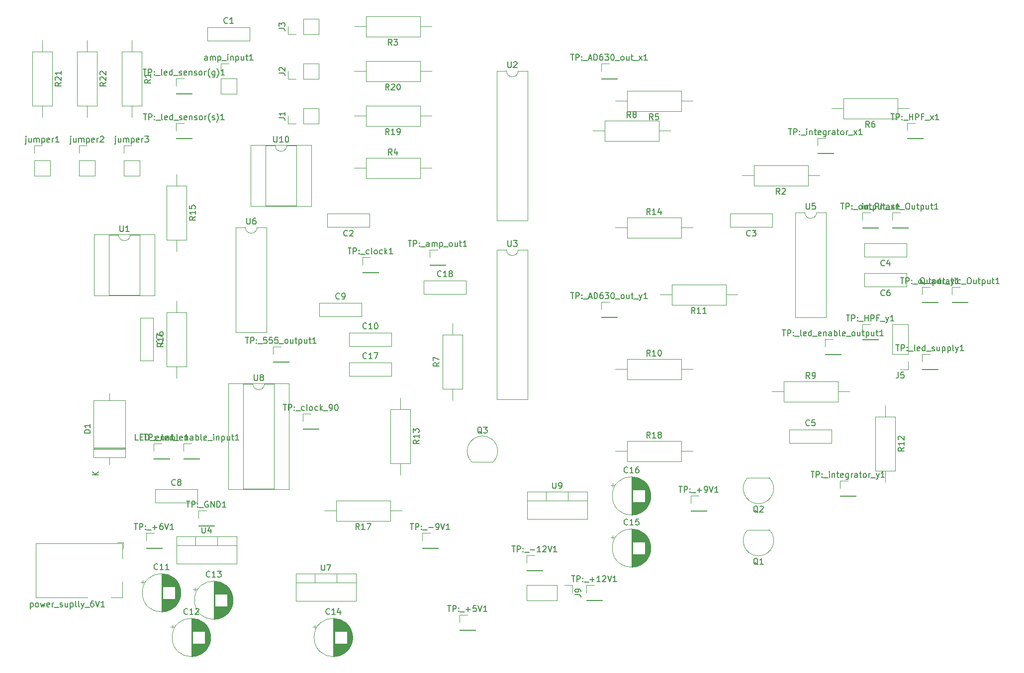
<source format=gbr>
G04 #@! TF.GenerationSoftware,KiCad,Pcbnew,(5.1.2)-2*
G04 #@! TF.CreationDate,2020-08-13T15:59:13+03:00*
G04 #@! TF.ProjectId,timing_circuit,74696d69-6e67-45f6-9369-72637569742e,rev?*
G04 #@! TF.SameCoordinates,Original*
G04 #@! TF.FileFunction,Legend,Top*
G04 #@! TF.FilePolarity,Positive*
%FSLAX46Y46*%
G04 Gerber Fmt 4.6, Leading zero omitted, Abs format (unit mm)*
G04 Created by KiCad (PCBNEW (5.1.2)-2) date 2020-08-13 15:59:13*
%MOMM*%
%LPD*%
G04 APERTURE LIST*
%ADD10C,0.120000*%
%ADD11C,0.150000*%
G04 APERTURE END LIST*
D10*
X26670000Y-34520000D02*
X26670000Y-32560000D01*
X26670000Y-21360000D02*
X26670000Y-23320000D01*
X28390000Y-32560000D02*
X28390000Y-23320000D01*
X24950000Y-32560000D02*
X28390000Y-32560000D01*
X24950000Y-23320000D02*
X24950000Y-32560000D01*
X28390000Y-23320000D02*
X24950000Y-23320000D01*
X19050000Y-34520000D02*
X19050000Y-32560000D01*
X19050000Y-21360000D02*
X19050000Y-23320000D01*
X20770000Y-32560000D02*
X20770000Y-23320000D01*
X17330000Y-32560000D02*
X20770000Y-32560000D01*
X17330000Y-23320000D02*
X17330000Y-32560000D01*
X20770000Y-23320000D02*
X17330000Y-23320000D01*
X72160000Y-26670000D02*
X74120000Y-26670000D01*
X85320000Y-26670000D02*
X83360000Y-26670000D01*
X74120000Y-28390000D02*
X83360000Y-28390000D01*
X74120000Y-24950000D02*
X74120000Y-28390000D01*
X83360000Y-24950000D02*
X74120000Y-24950000D01*
X83360000Y-28390000D02*
X83360000Y-24950000D01*
X72160000Y-34290000D02*
X74120000Y-34290000D01*
X85320000Y-34290000D02*
X83360000Y-34290000D01*
X74120000Y-36010000D02*
X83360000Y-36010000D01*
X74120000Y-32570000D02*
X74120000Y-36010000D01*
X83360000Y-32570000D02*
X74120000Y-32570000D01*
X83360000Y-36010000D02*
X83360000Y-32570000D01*
X95818478Y-93278478D02*
G75*
G03X93980000Y-88840000I-1838478J1838478D01*
G01*
X92141522Y-93278478D02*
G75*
G02X93980000Y-88840000I1838478J1838478D01*
G01*
X92180000Y-93290000D02*
X95780000Y-93290000D01*
X139131522Y-95951522D02*
G75*
G03X140970000Y-100390000I1838478J-1838478D01*
G01*
X142808478Y-95951522D02*
G75*
G02X140970000Y-100390000I-1838478J-1838478D01*
G01*
X142770000Y-95940000D02*
X139170000Y-95940000D01*
X139131522Y-104841522D02*
G75*
G03X140970000Y-109280000I1838478J-1838478D01*
G01*
X142808478Y-104841522D02*
G75*
G02X140970000Y-109280000I-1838478J-1838478D01*
G01*
X142770000Y-104830000D02*
X139170000Y-104830000D01*
X60900000Y-20380000D02*
X60900000Y-19050000D01*
X62230000Y-20380000D02*
X60900000Y-20380000D01*
X63500000Y-20380000D02*
X63500000Y-17720000D01*
X63500000Y-17720000D02*
X66100000Y-17720000D01*
X63500000Y-20380000D02*
X66100000Y-20380000D01*
X66100000Y-20380000D02*
X66100000Y-17720000D01*
X60900000Y-28000000D02*
X60900000Y-26670000D01*
X62230000Y-28000000D02*
X60900000Y-28000000D01*
X63500000Y-28000000D02*
X63500000Y-25340000D01*
X63500000Y-25340000D02*
X66100000Y-25340000D01*
X63500000Y-28000000D02*
X66100000Y-28000000D01*
X66100000Y-28000000D02*
X66100000Y-25340000D01*
X60900000Y-35620000D02*
X60900000Y-34290000D01*
X62230000Y-35620000D02*
X60900000Y-35620000D01*
X63500000Y-35620000D02*
X63500000Y-32960000D01*
X63500000Y-32960000D02*
X66100000Y-32960000D01*
X63500000Y-35620000D02*
X66100000Y-35620000D01*
X66100000Y-35620000D02*
X66100000Y-32960000D01*
X91210000Y-62380000D02*
X91210000Y-64620000D01*
X83970000Y-62380000D02*
X83970000Y-64620000D01*
X83970000Y-64620000D02*
X91210000Y-64620000D01*
X83970000Y-62380000D02*
X91210000Y-62380000D01*
X78510000Y-76350000D02*
X78510000Y-78590000D01*
X71270000Y-76350000D02*
X71270000Y-78590000D01*
X71270000Y-78590000D02*
X78510000Y-78590000D01*
X71270000Y-76350000D02*
X78510000Y-76350000D01*
X158690000Y-72450000D02*
X161350000Y-72450000D01*
X158690000Y-72390000D02*
X158690000Y-72450000D01*
X161350000Y-72390000D02*
X161350000Y-72450000D01*
X158690000Y-72390000D02*
X161350000Y-72390000D01*
X158690000Y-71120000D02*
X158690000Y-69790000D01*
X158690000Y-69790000D02*
X160020000Y-69790000D01*
X85030000Y-59750000D02*
X87690000Y-59750000D01*
X85030000Y-59690000D02*
X85030000Y-59750000D01*
X87690000Y-59690000D02*
X87690000Y-59750000D01*
X85030000Y-59690000D02*
X87690000Y-59690000D01*
X85030000Y-58420000D02*
X85030000Y-57090000D01*
X85030000Y-57090000D02*
X86360000Y-57090000D01*
X58360000Y-76260000D02*
X61020000Y-76260000D01*
X58360000Y-76200000D02*
X58360000Y-76260000D01*
X61020000Y-76200000D02*
X61020000Y-76260000D01*
X58360000Y-76200000D02*
X61020000Y-76200000D01*
X58360000Y-74930000D02*
X58360000Y-73600000D01*
X58360000Y-73600000D02*
X59690000Y-73600000D01*
X48841000Y-105950000D02*
X48841000Y-107460000D01*
X45140000Y-105950000D02*
X45140000Y-107460000D01*
X41870000Y-107460000D02*
X52110000Y-107460000D01*
X52110000Y-105950000D02*
X52110000Y-110591000D01*
X41870000Y-105950000D02*
X41870000Y-110591000D01*
X41870000Y-110591000D02*
X52110000Y-110591000D01*
X41870000Y-105950000D02*
X52110000Y-105950000D01*
X69161000Y-112300000D02*
X69161000Y-113810000D01*
X65460000Y-112300000D02*
X65460000Y-113810000D01*
X62190000Y-113810000D02*
X72430000Y-113810000D01*
X72430000Y-112300000D02*
X72430000Y-116941000D01*
X62190000Y-112300000D02*
X62190000Y-116941000D01*
X62190000Y-116941000D02*
X72430000Y-116941000D01*
X62190000Y-112300000D02*
X72430000Y-112300000D01*
X108531000Y-98330000D02*
X108531000Y-99840000D01*
X104830000Y-98330000D02*
X104830000Y-99840000D01*
X101560000Y-99840000D02*
X111800000Y-99840000D01*
X111800000Y-98330000D02*
X111800000Y-102971000D01*
X101560000Y-98330000D02*
X101560000Y-102971000D01*
X101560000Y-102971000D02*
X111800000Y-102971000D01*
X101560000Y-98330000D02*
X111800000Y-98330000D01*
X109280000Y-114240000D02*
X109280000Y-115570000D01*
X107950000Y-114240000D02*
X109280000Y-114240000D01*
X106680000Y-114240000D02*
X106680000Y-116900000D01*
X106680000Y-116900000D02*
X101540000Y-116900000D01*
X106680000Y-114240000D02*
X101540000Y-114240000D01*
X101540000Y-114240000D02*
X101540000Y-116900000D01*
X32650000Y-107160000D02*
X32650000Y-109760000D01*
X17950000Y-107160000D02*
X32650000Y-107160000D01*
X32650000Y-116360000D02*
X30750000Y-116360000D01*
X32650000Y-113660000D02*
X32650000Y-116360000D01*
X17950000Y-116360000D02*
X17950000Y-107160000D01*
X26750000Y-116360000D02*
X17950000Y-116360000D01*
X31800000Y-106960000D02*
X32850000Y-106960000D01*
X32850000Y-108010000D02*
X32850000Y-106960000D01*
X47140000Y-19200000D02*
X54380000Y-19200000D01*
X47140000Y-21440000D02*
X54380000Y-21440000D01*
X47140000Y-19200000D02*
X47140000Y-21440000D01*
X54380000Y-19200000D02*
X54380000Y-21440000D01*
X67540000Y-53190000D02*
X67540000Y-50950000D01*
X74780000Y-53190000D02*
X74780000Y-50950000D01*
X74780000Y-50950000D02*
X67540000Y-50950000D01*
X74780000Y-53190000D02*
X67540000Y-53190000D01*
X143360000Y-53190000D02*
X136120000Y-53190000D01*
X143360000Y-50950000D02*
X136120000Y-50950000D01*
X143360000Y-53190000D02*
X143360000Y-50950000D01*
X136120000Y-53190000D02*
X136120000Y-50950000D01*
X166220000Y-58270000D02*
X158980000Y-58270000D01*
X166220000Y-56030000D02*
X158980000Y-56030000D01*
X166220000Y-58270000D02*
X166220000Y-56030000D01*
X158980000Y-58270000D02*
X158980000Y-56030000D01*
X153440000Y-87780000D02*
X153440000Y-90020000D01*
X146200000Y-87780000D02*
X146200000Y-90020000D01*
X146200000Y-90020000D02*
X153440000Y-90020000D01*
X146200000Y-87780000D02*
X153440000Y-87780000D01*
X166220000Y-63350000D02*
X158980000Y-63350000D01*
X166220000Y-61110000D02*
X158980000Y-61110000D01*
X166220000Y-63350000D02*
X166220000Y-61110000D01*
X158980000Y-63350000D02*
X158980000Y-61110000D01*
X37950000Y-75970000D02*
X35710000Y-75970000D01*
X37950000Y-68730000D02*
X35710000Y-68730000D01*
X35710000Y-68730000D02*
X35710000Y-75970000D01*
X37950000Y-68730000D02*
X37950000Y-75970000D01*
X45490000Y-97940000D02*
X45490000Y-100180000D01*
X38250000Y-97940000D02*
X38250000Y-100180000D01*
X38250000Y-100180000D02*
X45490000Y-100180000D01*
X38250000Y-97940000D02*
X45490000Y-97940000D01*
X66190000Y-66190000D02*
X73430000Y-66190000D01*
X66190000Y-68430000D02*
X73430000Y-68430000D01*
X66190000Y-66190000D02*
X66190000Y-68430000D01*
X73430000Y-66190000D02*
X73430000Y-68430000D01*
X78510000Y-71270000D02*
X78510000Y-73510000D01*
X71270000Y-71270000D02*
X71270000Y-73510000D01*
X71270000Y-73510000D02*
X78510000Y-73510000D01*
X71270000Y-71270000D02*
X78510000Y-71270000D01*
X42620000Y-115570000D02*
G75*
G03X42620000Y-115570000I-3270000J0D01*
G01*
X39350000Y-112340000D02*
X39350000Y-118800000D01*
X39390000Y-112340000D02*
X39390000Y-118800000D01*
X39430000Y-112340000D02*
X39430000Y-118800000D01*
X39470000Y-112342000D02*
X39470000Y-118798000D01*
X39510000Y-112343000D02*
X39510000Y-118797000D01*
X39550000Y-112346000D02*
X39550000Y-118794000D01*
X39590000Y-112348000D02*
X39590000Y-114530000D01*
X39590000Y-116610000D02*
X39590000Y-118792000D01*
X39630000Y-112352000D02*
X39630000Y-114530000D01*
X39630000Y-116610000D02*
X39630000Y-118788000D01*
X39670000Y-112355000D02*
X39670000Y-114530000D01*
X39670000Y-116610000D02*
X39670000Y-118785000D01*
X39710000Y-112359000D02*
X39710000Y-114530000D01*
X39710000Y-116610000D02*
X39710000Y-118781000D01*
X39750000Y-112364000D02*
X39750000Y-114530000D01*
X39750000Y-116610000D02*
X39750000Y-118776000D01*
X39790000Y-112369000D02*
X39790000Y-114530000D01*
X39790000Y-116610000D02*
X39790000Y-118771000D01*
X39830000Y-112375000D02*
X39830000Y-114530000D01*
X39830000Y-116610000D02*
X39830000Y-118765000D01*
X39870000Y-112381000D02*
X39870000Y-114530000D01*
X39870000Y-116610000D02*
X39870000Y-118759000D01*
X39910000Y-112388000D02*
X39910000Y-114530000D01*
X39910000Y-116610000D02*
X39910000Y-118752000D01*
X39950000Y-112395000D02*
X39950000Y-114530000D01*
X39950000Y-116610000D02*
X39950000Y-118745000D01*
X39990000Y-112403000D02*
X39990000Y-114530000D01*
X39990000Y-116610000D02*
X39990000Y-118737000D01*
X40030000Y-112411000D02*
X40030000Y-114530000D01*
X40030000Y-116610000D02*
X40030000Y-118729000D01*
X40071000Y-112420000D02*
X40071000Y-114530000D01*
X40071000Y-116610000D02*
X40071000Y-118720000D01*
X40111000Y-112429000D02*
X40111000Y-114530000D01*
X40111000Y-116610000D02*
X40111000Y-118711000D01*
X40151000Y-112439000D02*
X40151000Y-114530000D01*
X40151000Y-116610000D02*
X40151000Y-118701000D01*
X40191000Y-112449000D02*
X40191000Y-114530000D01*
X40191000Y-116610000D02*
X40191000Y-118691000D01*
X40231000Y-112460000D02*
X40231000Y-114530000D01*
X40231000Y-116610000D02*
X40231000Y-118680000D01*
X40271000Y-112472000D02*
X40271000Y-114530000D01*
X40271000Y-116610000D02*
X40271000Y-118668000D01*
X40311000Y-112484000D02*
X40311000Y-114530000D01*
X40311000Y-116610000D02*
X40311000Y-118656000D01*
X40351000Y-112496000D02*
X40351000Y-114530000D01*
X40351000Y-116610000D02*
X40351000Y-118644000D01*
X40391000Y-112509000D02*
X40391000Y-114530000D01*
X40391000Y-116610000D02*
X40391000Y-118631000D01*
X40431000Y-112523000D02*
X40431000Y-114530000D01*
X40431000Y-116610000D02*
X40431000Y-118617000D01*
X40471000Y-112537000D02*
X40471000Y-114530000D01*
X40471000Y-116610000D02*
X40471000Y-118603000D01*
X40511000Y-112552000D02*
X40511000Y-114530000D01*
X40511000Y-116610000D02*
X40511000Y-118588000D01*
X40551000Y-112568000D02*
X40551000Y-114530000D01*
X40551000Y-116610000D02*
X40551000Y-118572000D01*
X40591000Y-112584000D02*
X40591000Y-114530000D01*
X40591000Y-116610000D02*
X40591000Y-118556000D01*
X40631000Y-112600000D02*
X40631000Y-114530000D01*
X40631000Y-116610000D02*
X40631000Y-118540000D01*
X40671000Y-112618000D02*
X40671000Y-114530000D01*
X40671000Y-116610000D02*
X40671000Y-118522000D01*
X40711000Y-112636000D02*
X40711000Y-114530000D01*
X40711000Y-116610000D02*
X40711000Y-118504000D01*
X40751000Y-112654000D02*
X40751000Y-114530000D01*
X40751000Y-116610000D02*
X40751000Y-118486000D01*
X40791000Y-112674000D02*
X40791000Y-114530000D01*
X40791000Y-116610000D02*
X40791000Y-118466000D01*
X40831000Y-112694000D02*
X40831000Y-114530000D01*
X40831000Y-116610000D02*
X40831000Y-118446000D01*
X40871000Y-112714000D02*
X40871000Y-114530000D01*
X40871000Y-116610000D02*
X40871000Y-118426000D01*
X40911000Y-112736000D02*
X40911000Y-114530000D01*
X40911000Y-116610000D02*
X40911000Y-118404000D01*
X40951000Y-112758000D02*
X40951000Y-114530000D01*
X40951000Y-116610000D02*
X40951000Y-118382000D01*
X40991000Y-112780000D02*
X40991000Y-114530000D01*
X40991000Y-116610000D02*
X40991000Y-118360000D01*
X41031000Y-112804000D02*
X41031000Y-114530000D01*
X41031000Y-116610000D02*
X41031000Y-118336000D01*
X41071000Y-112828000D02*
X41071000Y-114530000D01*
X41071000Y-116610000D02*
X41071000Y-118312000D01*
X41111000Y-112854000D02*
X41111000Y-114530000D01*
X41111000Y-116610000D02*
X41111000Y-118286000D01*
X41151000Y-112880000D02*
X41151000Y-114530000D01*
X41151000Y-116610000D02*
X41151000Y-118260000D01*
X41191000Y-112906000D02*
X41191000Y-114530000D01*
X41191000Y-116610000D02*
X41191000Y-118234000D01*
X41231000Y-112934000D02*
X41231000Y-114530000D01*
X41231000Y-116610000D02*
X41231000Y-118206000D01*
X41271000Y-112963000D02*
X41271000Y-114530000D01*
X41271000Y-116610000D02*
X41271000Y-118177000D01*
X41311000Y-112992000D02*
X41311000Y-114530000D01*
X41311000Y-116610000D02*
X41311000Y-118148000D01*
X41351000Y-113022000D02*
X41351000Y-114530000D01*
X41351000Y-116610000D02*
X41351000Y-118118000D01*
X41391000Y-113054000D02*
X41391000Y-114530000D01*
X41391000Y-116610000D02*
X41391000Y-118086000D01*
X41431000Y-113086000D02*
X41431000Y-114530000D01*
X41431000Y-116610000D02*
X41431000Y-118054000D01*
X41471000Y-113120000D02*
X41471000Y-114530000D01*
X41471000Y-116610000D02*
X41471000Y-118020000D01*
X41511000Y-113154000D02*
X41511000Y-114530000D01*
X41511000Y-116610000D02*
X41511000Y-117986000D01*
X41551000Y-113190000D02*
X41551000Y-114530000D01*
X41551000Y-116610000D02*
X41551000Y-117950000D01*
X41591000Y-113227000D02*
X41591000Y-114530000D01*
X41591000Y-116610000D02*
X41591000Y-117913000D01*
X41631000Y-113265000D02*
X41631000Y-114530000D01*
X41631000Y-116610000D02*
X41631000Y-117875000D01*
X41671000Y-113305000D02*
X41671000Y-117835000D01*
X41711000Y-113346000D02*
X41711000Y-117794000D01*
X41751000Y-113388000D02*
X41751000Y-117752000D01*
X41791000Y-113433000D02*
X41791000Y-117707000D01*
X41831000Y-113478000D02*
X41831000Y-117662000D01*
X41871000Y-113526000D02*
X41871000Y-117614000D01*
X41911000Y-113575000D02*
X41911000Y-117565000D01*
X41951000Y-113626000D02*
X41951000Y-117514000D01*
X41991000Y-113680000D02*
X41991000Y-117460000D01*
X42031000Y-113736000D02*
X42031000Y-117404000D01*
X42071000Y-113794000D02*
X42071000Y-117346000D01*
X42111000Y-113856000D02*
X42111000Y-117284000D01*
X42151000Y-113920000D02*
X42151000Y-117220000D01*
X42191000Y-113989000D02*
X42191000Y-117151000D01*
X42231000Y-114061000D02*
X42231000Y-117079000D01*
X42271000Y-114138000D02*
X42271000Y-117002000D01*
X42311000Y-114220000D02*
X42311000Y-116920000D01*
X42351000Y-114308000D02*
X42351000Y-116832000D01*
X42391000Y-114405000D02*
X42391000Y-116735000D01*
X42431000Y-114511000D02*
X42431000Y-116629000D01*
X42471000Y-114630000D02*
X42471000Y-116510000D01*
X42511000Y-114768000D02*
X42511000Y-116372000D01*
X42551000Y-114937000D02*
X42551000Y-116203000D01*
X42591000Y-115168000D02*
X42591000Y-115972000D01*
X35849759Y-113731000D02*
X36479759Y-113731000D01*
X36164759Y-113416000D02*
X36164759Y-114046000D01*
X41244759Y-121036000D02*
X41244759Y-121666000D01*
X40929759Y-121351000D02*
X41559759Y-121351000D01*
X47671000Y-122788000D02*
X47671000Y-123592000D01*
X47631000Y-122557000D02*
X47631000Y-123823000D01*
X47591000Y-122388000D02*
X47591000Y-123992000D01*
X47551000Y-122250000D02*
X47551000Y-124130000D01*
X47511000Y-122131000D02*
X47511000Y-124249000D01*
X47471000Y-122025000D02*
X47471000Y-124355000D01*
X47431000Y-121928000D02*
X47431000Y-124452000D01*
X47391000Y-121840000D02*
X47391000Y-124540000D01*
X47351000Y-121758000D02*
X47351000Y-124622000D01*
X47311000Y-121681000D02*
X47311000Y-124699000D01*
X47271000Y-121609000D02*
X47271000Y-124771000D01*
X47231000Y-121540000D02*
X47231000Y-124840000D01*
X47191000Y-121476000D02*
X47191000Y-124904000D01*
X47151000Y-121414000D02*
X47151000Y-124966000D01*
X47111000Y-121356000D02*
X47111000Y-125024000D01*
X47071000Y-121300000D02*
X47071000Y-125080000D01*
X47031000Y-121246000D02*
X47031000Y-125134000D01*
X46991000Y-121195000D02*
X46991000Y-125185000D01*
X46951000Y-121146000D02*
X46951000Y-125234000D01*
X46911000Y-121098000D02*
X46911000Y-125282000D01*
X46871000Y-121053000D02*
X46871000Y-125327000D01*
X46831000Y-121008000D02*
X46831000Y-125372000D01*
X46791000Y-120966000D02*
X46791000Y-125414000D01*
X46751000Y-120925000D02*
X46751000Y-125455000D01*
X46711000Y-124230000D02*
X46711000Y-125495000D01*
X46711000Y-120885000D02*
X46711000Y-122150000D01*
X46671000Y-124230000D02*
X46671000Y-125533000D01*
X46671000Y-120847000D02*
X46671000Y-122150000D01*
X46631000Y-124230000D02*
X46631000Y-125570000D01*
X46631000Y-120810000D02*
X46631000Y-122150000D01*
X46591000Y-124230000D02*
X46591000Y-125606000D01*
X46591000Y-120774000D02*
X46591000Y-122150000D01*
X46551000Y-124230000D02*
X46551000Y-125640000D01*
X46551000Y-120740000D02*
X46551000Y-122150000D01*
X46511000Y-124230000D02*
X46511000Y-125674000D01*
X46511000Y-120706000D02*
X46511000Y-122150000D01*
X46471000Y-124230000D02*
X46471000Y-125706000D01*
X46471000Y-120674000D02*
X46471000Y-122150000D01*
X46431000Y-124230000D02*
X46431000Y-125738000D01*
X46431000Y-120642000D02*
X46431000Y-122150000D01*
X46391000Y-124230000D02*
X46391000Y-125768000D01*
X46391000Y-120612000D02*
X46391000Y-122150000D01*
X46351000Y-124230000D02*
X46351000Y-125797000D01*
X46351000Y-120583000D02*
X46351000Y-122150000D01*
X46311000Y-124230000D02*
X46311000Y-125826000D01*
X46311000Y-120554000D02*
X46311000Y-122150000D01*
X46271000Y-124230000D02*
X46271000Y-125854000D01*
X46271000Y-120526000D02*
X46271000Y-122150000D01*
X46231000Y-124230000D02*
X46231000Y-125880000D01*
X46231000Y-120500000D02*
X46231000Y-122150000D01*
X46191000Y-124230000D02*
X46191000Y-125906000D01*
X46191000Y-120474000D02*
X46191000Y-122150000D01*
X46151000Y-124230000D02*
X46151000Y-125932000D01*
X46151000Y-120448000D02*
X46151000Y-122150000D01*
X46111000Y-124230000D02*
X46111000Y-125956000D01*
X46111000Y-120424000D02*
X46111000Y-122150000D01*
X46071000Y-124230000D02*
X46071000Y-125980000D01*
X46071000Y-120400000D02*
X46071000Y-122150000D01*
X46031000Y-124230000D02*
X46031000Y-126002000D01*
X46031000Y-120378000D02*
X46031000Y-122150000D01*
X45991000Y-124230000D02*
X45991000Y-126024000D01*
X45991000Y-120356000D02*
X45991000Y-122150000D01*
X45951000Y-124230000D02*
X45951000Y-126046000D01*
X45951000Y-120334000D02*
X45951000Y-122150000D01*
X45911000Y-124230000D02*
X45911000Y-126066000D01*
X45911000Y-120314000D02*
X45911000Y-122150000D01*
X45871000Y-124230000D02*
X45871000Y-126086000D01*
X45871000Y-120294000D02*
X45871000Y-122150000D01*
X45831000Y-124230000D02*
X45831000Y-126106000D01*
X45831000Y-120274000D02*
X45831000Y-122150000D01*
X45791000Y-124230000D02*
X45791000Y-126124000D01*
X45791000Y-120256000D02*
X45791000Y-122150000D01*
X45751000Y-124230000D02*
X45751000Y-126142000D01*
X45751000Y-120238000D02*
X45751000Y-122150000D01*
X45711000Y-124230000D02*
X45711000Y-126160000D01*
X45711000Y-120220000D02*
X45711000Y-122150000D01*
X45671000Y-124230000D02*
X45671000Y-126176000D01*
X45671000Y-120204000D02*
X45671000Y-122150000D01*
X45631000Y-124230000D02*
X45631000Y-126192000D01*
X45631000Y-120188000D02*
X45631000Y-122150000D01*
X45591000Y-124230000D02*
X45591000Y-126208000D01*
X45591000Y-120172000D02*
X45591000Y-122150000D01*
X45551000Y-124230000D02*
X45551000Y-126223000D01*
X45551000Y-120157000D02*
X45551000Y-122150000D01*
X45511000Y-124230000D02*
X45511000Y-126237000D01*
X45511000Y-120143000D02*
X45511000Y-122150000D01*
X45471000Y-124230000D02*
X45471000Y-126251000D01*
X45471000Y-120129000D02*
X45471000Y-122150000D01*
X45431000Y-124230000D02*
X45431000Y-126264000D01*
X45431000Y-120116000D02*
X45431000Y-122150000D01*
X45391000Y-124230000D02*
X45391000Y-126276000D01*
X45391000Y-120104000D02*
X45391000Y-122150000D01*
X45351000Y-124230000D02*
X45351000Y-126288000D01*
X45351000Y-120092000D02*
X45351000Y-122150000D01*
X45311000Y-124230000D02*
X45311000Y-126300000D01*
X45311000Y-120080000D02*
X45311000Y-122150000D01*
X45271000Y-124230000D02*
X45271000Y-126311000D01*
X45271000Y-120069000D02*
X45271000Y-122150000D01*
X45231000Y-124230000D02*
X45231000Y-126321000D01*
X45231000Y-120059000D02*
X45231000Y-122150000D01*
X45191000Y-124230000D02*
X45191000Y-126331000D01*
X45191000Y-120049000D02*
X45191000Y-122150000D01*
X45151000Y-124230000D02*
X45151000Y-126340000D01*
X45151000Y-120040000D02*
X45151000Y-122150000D01*
X45110000Y-124230000D02*
X45110000Y-126349000D01*
X45110000Y-120031000D02*
X45110000Y-122150000D01*
X45070000Y-124230000D02*
X45070000Y-126357000D01*
X45070000Y-120023000D02*
X45070000Y-122150000D01*
X45030000Y-124230000D02*
X45030000Y-126365000D01*
X45030000Y-120015000D02*
X45030000Y-122150000D01*
X44990000Y-124230000D02*
X44990000Y-126372000D01*
X44990000Y-120008000D02*
X44990000Y-122150000D01*
X44950000Y-124230000D02*
X44950000Y-126379000D01*
X44950000Y-120001000D02*
X44950000Y-122150000D01*
X44910000Y-124230000D02*
X44910000Y-126385000D01*
X44910000Y-119995000D02*
X44910000Y-122150000D01*
X44870000Y-124230000D02*
X44870000Y-126391000D01*
X44870000Y-119989000D02*
X44870000Y-122150000D01*
X44830000Y-124230000D02*
X44830000Y-126396000D01*
X44830000Y-119984000D02*
X44830000Y-122150000D01*
X44790000Y-124230000D02*
X44790000Y-126401000D01*
X44790000Y-119979000D02*
X44790000Y-122150000D01*
X44750000Y-124230000D02*
X44750000Y-126405000D01*
X44750000Y-119975000D02*
X44750000Y-122150000D01*
X44710000Y-124230000D02*
X44710000Y-126408000D01*
X44710000Y-119972000D02*
X44710000Y-122150000D01*
X44670000Y-124230000D02*
X44670000Y-126412000D01*
X44670000Y-119968000D02*
X44670000Y-122150000D01*
X44630000Y-119966000D02*
X44630000Y-126414000D01*
X44590000Y-119963000D02*
X44590000Y-126417000D01*
X44550000Y-119962000D02*
X44550000Y-126418000D01*
X44510000Y-119960000D02*
X44510000Y-126420000D01*
X44470000Y-119960000D02*
X44470000Y-126420000D01*
X44430000Y-119960000D02*
X44430000Y-126420000D01*
X47700000Y-123190000D02*
G75*
G03X47700000Y-123190000I-3270000J0D01*
G01*
X51510000Y-116840000D02*
G75*
G03X51510000Y-116840000I-3270000J0D01*
G01*
X48240000Y-113610000D02*
X48240000Y-120070000D01*
X48280000Y-113610000D02*
X48280000Y-120070000D01*
X48320000Y-113610000D02*
X48320000Y-120070000D01*
X48360000Y-113612000D02*
X48360000Y-120068000D01*
X48400000Y-113613000D02*
X48400000Y-120067000D01*
X48440000Y-113616000D02*
X48440000Y-120064000D01*
X48480000Y-113618000D02*
X48480000Y-115800000D01*
X48480000Y-117880000D02*
X48480000Y-120062000D01*
X48520000Y-113622000D02*
X48520000Y-115800000D01*
X48520000Y-117880000D02*
X48520000Y-120058000D01*
X48560000Y-113625000D02*
X48560000Y-115800000D01*
X48560000Y-117880000D02*
X48560000Y-120055000D01*
X48600000Y-113629000D02*
X48600000Y-115800000D01*
X48600000Y-117880000D02*
X48600000Y-120051000D01*
X48640000Y-113634000D02*
X48640000Y-115800000D01*
X48640000Y-117880000D02*
X48640000Y-120046000D01*
X48680000Y-113639000D02*
X48680000Y-115800000D01*
X48680000Y-117880000D02*
X48680000Y-120041000D01*
X48720000Y-113645000D02*
X48720000Y-115800000D01*
X48720000Y-117880000D02*
X48720000Y-120035000D01*
X48760000Y-113651000D02*
X48760000Y-115800000D01*
X48760000Y-117880000D02*
X48760000Y-120029000D01*
X48800000Y-113658000D02*
X48800000Y-115800000D01*
X48800000Y-117880000D02*
X48800000Y-120022000D01*
X48840000Y-113665000D02*
X48840000Y-115800000D01*
X48840000Y-117880000D02*
X48840000Y-120015000D01*
X48880000Y-113673000D02*
X48880000Y-115800000D01*
X48880000Y-117880000D02*
X48880000Y-120007000D01*
X48920000Y-113681000D02*
X48920000Y-115800000D01*
X48920000Y-117880000D02*
X48920000Y-119999000D01*
X48961000Y-113690000D02*
X48961000Y-115800000D01*
X48961000Y-117880000D02*
X48961000Y-119990000D01*
X49001000Y-113699000D02*
X49001000Y-115800000D01*
X49001000Y-117880000D02*
X49001000Y-119981000D01*
X49041000Y-113709000D02*
X49041000Y-115800000D01*
X49041000Y-117880000D02*
X49041000Y-119971000D01*
X49081000Y-113719000D02*
X49081000Y-115800000D01*
X49081000Y-117880000D02*
X49081000Y-119961000D01*
X49121000Y-113730000D02*
X49121000Y-115800000D01*
X49121000Y-117880000D02*
X49121000Y-119950000D01*
X49161000Y-113742000D02*
X49161000Y-115800000D01*
X49161000Y-117880000D02*
X49161000Y-119938000D01*
X49201000Y-113754000D02*
X49201000Y-115800000D01*
X49201000Y-117880000D02*
X49201000Y-119926000D01*
X49241000Y-113766000D02*
X49241000Y-115800000D01*
X49241000Y-117880000D02*
X49241000Y-119914000D01*
X49281000Y-113779000D02*
X49281000Y-115800000D01*
X49281000Y-117880000D02*
X49281000Y-119901000D01*
X49321000Y-113793000D02*
X49321000Y-115800000D01*
X49321000Y-117880000D02*
X49321000Y-119887000D01*
X49361000Y-113807000D02*
X49361000Y-115800000D01*
X49361000Y-117880000D02*
X49361000Y-119873000D01*
X49401000Y-113822000D02*
X49401000Y-115800000D01*
X49401000Y-117880000D02*
X49401000Y-119858000D01*
X49441000Y-113838000D02*
X49441000Y-115800000D01*
X49441000Y-117880000D02*
X49441000Y-119842000D01*
X49481000Y-113854000D02*
X49481000Y-115800000D01*
X49481000Y-117880000D02*
X49481000Y-119826000D01*
X49521000Y-113870000D02*
X49521000Y-115800000D01*
X49521000Y-117880000D02*
X49521000Y-119810000D01*
X49561000Y-113888000D02*
X49561000Y-115800000D01*
X49561000Y-117880000D02*
X49561000Y-119792000D01*
X49601000Y-113906000D02*
X49601000Y-115800000D01*
X49601000Y-117880000D02*
X49601000Y-119774000D01*
X49641000Y-113924000D02*
X49641000Y-115800000D01*
X49641000Y-117880000D02*
X49641000Y-119756000D01*
X49681000Y-113944000D02*
X49681000Y-115800000D01*
X49681000Y-117880000D02*
X49681000Y-119736000D01*
X49721000Y-113964000D02*
X49721000Y-115800000D01*
X49721000Y-117880000D02*
X49721000Y-119716000D01*
X49761000Y-113984000D02*
X49761000Y-115800000D01*
X49761000Y-117880000D02*
X49761000Y-119696000D01*
X49801000Y-114006000D02*
X49801000Y-115800000D01*
X49801000Y-117880000D02*
X49801000Y-119674000D01*
X49841000Y-114028000D02*
X49841000Y-115800000D01*
X49841000Y-117880000D02*
X49841000Y-119652000D01*
X49881000Y-114050000D02*
X49881000Y-115800000D01*
X49881000Y-117880000D02*
X49881000Y-119630000D01*
X49921000Y-114074000D02*
X49921000Y-115800000D01*
X49921000Y-117880000D02*
X49921000Y-119606000D01*
X49961000Y-114098000D02*
X49961000Y-115800000D01*
X49961000Y-117880000D02*
X49961000Y-119582000D01*
X50001000Y-114124000D02*
X50001000Y-115800000D01*
X50001000Y-117880000D02*
X50001000Y-119556000D01*
X50041000Y-114150000D02*
X50041000Y-115800000D01*
X50041000Y-117880000D02*
X50041000Y-119530000D01*
X50081000Y-114176000D02*
X50081000Y-115800000D01*
X50081000Y-117880000D02*
X50081000Y-119504000D01*
X50121000Y-114204000D02*
X50121000Y-115800000D01*
X50121000Y-117880000D02*
X50121000Y-119476000D01*
X50161000Y-114233000D02*
X50161000Y-115800000D01*
X50161000Y-117880000D02*
X50161000Y-119447000D01*
X50201000Y-114262000D02*
X50201000Y-115800000D01*
X50201000Y-117880000D02*
X50201000Y-119418000D01*
X50241000Y-114292000D02*
X50241000Y-115800000D01*
X50241000Y-117880000D02*
X50241000Y-119388000D01*
X50281000Y-114324000D02*
X50281000Y-115800000D01*
X50281000Y-117880000D02*
X50281000Y-119356000D01*
X50321000Y-114356000D02*
X50321000Y-115800000D01*
X50321000Y-117880000D02*
X50321000Y-119324000D01*
X50361000Y-114390000D02*
X50361000Y-115800000D01*
X50361000Y-117880000D02*
X50361000Y-119290000D01*
X50401000Y-114424000D02*
X50401000Y-115800000D01*
X50401000Y-117880000D02*
X50401000Y-119256000D01*
X50441000Y-114460000D02*
X50441000Y-115800000D01*
X50441000Y-117880000D02*
X50441000Y-119220000D01*
X50481000Y-114497000D02*
X50481000Y-115800000D01*
X50481000Y-117880000D02*
X50481000Y-119183000D01*
X50521000Y-114535000D02*
X50521000Y-115800000D01*
X50521000Y-117880000D02*
X50521000Y-119145000D01*
X50561000Y-114575000D02*
X50561000Y-119105000D01*
X50601000Y-114616000D02*
X50601000Y-119064000D01*
X50641000Y-114658000D02*
X50641000Y-119022000D01*
X50681000Y-114703000D02*
X50681000Y-118977000D01*
X50721000Y-114748000D02*
X50721000Y-118932000D01*
X50761000Y-114796000D02*
X50761000Y-118884000D01*
X50801000Y-114845000D02*
X50801000Y-118835000D01*
X50841000Y-114896000D02*
X50841000Y-118784000D01*
X50881000Y-114950000D02*
X50881000Y-118730000D01*
X50921000Y-115006000D02*
X50921000Y-118674000D01*
X50961000Y-115064000D02*
X50961000Y-118616000D01*
X51001000Y-115126000D02*
X51001000Y-118554000D01*
X51041000Y-115190000D02*
X51041000Y-118490000D01*
X51081000Y-115259000D02*
X51081000Y-118421000D01*
X51121000Y-115331000D02*
X51121000Y-118349000D01*
X51161000Y-115408000D02*
X51161000Y-118272000D01*
X51201000Y-115490000D02*
X51201000Y-118190000D01*
X51241000Y-115578000D02*
X51241000Y-118102000D01*
X51281000Y-115675000D02*
X51281000Y-118005000D01*
X51321000Y-115781000D02*
X51321000Y-117899000D01*
X51361000Y-115900000D02*
X51361000Y-117780000D01*
X51401000Y-116038000D02*
X51401000Y-117642000D01*
X51441000Y-116207000D02*
X51441000Y-117473000D01*
X51481000Y-116438000D02*
X51481000Y-117242000D01*
X44739759Y-115001000D02*
X45369759Y-115001000D01*
X45054759Y-114686000D02*
X45054759Y-115316000D01*
X65414759Y-121036000D02*
X65414759Y-121666000D01*
X65099759Y-121351000D02*
X65729759Y-121351000D01*
X71841000Y-122788000D02*
X71841000Y-123592000D01*
X71801000Y-122557000D02*
X71801000Y-123823000D01*
X71761000Y-122388000D02*
X71761000Y-123992000D01*
X71721000Y-122250000D02*
X71721000Y-124130000D01*
X71681000Y-122131000D02*
X71681000Y-124249000D01*
X71641000Y-122025000D02*
X71641000Y-124355000D01*
X71601000Y-121928000D02*
X71601000Y-124452000D01*
X71561000Y-121840000D02*
X71561000Y-124540000D01*
X71521000Y-121758000D02*
X71521000Y-124622000D01*
X71481000Y-121681000D02*
X71481000Y-124699000D01*
X71441000Y-121609000D02*
X71441000Y-124771000D01*
X71401000Y-121540000D02*
X71401000Y-124840000D01*
X71361000Y-121476000D02*
X71361000Y-124904000D01*
X71321000Y-121414000D02*
X71321000Y-124966000D01*
X71281000Y-121356000D02*
X71281000Y-125024000D01*
X71241000Y-121300000D02*
X71241000Y-125080000D01*
X71201000Y-121246000D02*
X71201000Y-125134000D01*
X71161000Y-121195000D02*
X71161000Y-125185000D01*
X71121000Y-121146000D02*
X71121000Y-125234000D01*
X71081000Y-121098000D02*
X71081000Y-125282000D01*
X71041000Y-121053000D02*
X71041000Y-125327000D01*
X71001000Y-121008000D02*
X71001000Y-125372000D01*
X70961000Y-120966000D02*
X70961000Y-125414000D01*
X70921000Y-120925000D02*
X70921000Y-125455000D01*
X70881000Y-124230000D02*
X70881000Y-125495000D01*
X70881000Y-120885000D02*
X70881000Y-122150000D01*
X70841000Y-124230000D02*
X70841000Y-125533000D01*
X70841000Y-120847000D02*
X70841000Y-122150000D01*
X70801000Y-124230000D02*
X70801000Y-125570000D01*
X70801000Y-120810000D02*
X70801000Y-122150000D01*
X70761000Y-124230000D02*
X70761000Y-125606000D01*
X70761000Y-120774000D02*
X70761000Y-122150000D01*
X70721000Y-124230000D02*
X70721000Y-125640000D01*
X70721000Y-120740000D02*
X70721000Y-122150000D01*
X70681000Y-124230000D02*
X70681000Y-125674000D01*
X70681000Y-120706000D02*
X70681000Y-122150000D01*
X70641000Y-124230000D02*
X70641000Y-125706000D01*
X70641000Y-120674000D02*
X70641000Y-122150000D01*
X70601000Y-124230000D02*
X70601000Y-125738000D01*
X70601000Y-120642000D02*
X70601000Y-122150000D01*
X70561000Y-124230000D02*
X70561000Y-125768000D01*
X70561000Y-120612000D02*
X70561000Y-122150000D01*
X70521000Y-124230000D02*
X70521000Y-125797000D01*
X70521000Y-120583000D02*
X70521000Y-122150000D01*
X70481000Y-124230000D02*
X70481000Y-125826000D01*
X70481000Y-120554000D02*
X70481000Y-122150000D01*
X70441000Y-124230000D02*
X70441000Y-125854000D01*
X70441000Y-120526000D02*
X70441000Y-122150000D01*
X70401000Y-124230000D02*
X70401000Y-125880000D01*
X70401000Y-120500000D02*
X70401000Y-122150000D01*
X70361000Y-124230000D02*
X70361000Y-125906000D01*
X70361000Y-120474000D02*
X70361000Y-122150000D01*
X70321000Y-124230000D02*
X70321000Y-125932000D01*
X70321000Y-120448000D02*
X70321000Y-122150000D01*
X70281000Y-124230000D02*
X70281000Y-125956000D01*
X70281000Y-120424000D02*
X70281000Y-122150000D01*
X70241000Y-124230000D02*
X70241000Y-125980000D01*
X70241000Y-120400000D02*
X70241000Y-122150000D01*
X70201000Y-124230000D02*
X70201000Y-126002000D01*
X70201000Y-120378000D02*
X70201000Y-122150000D01*
X70161000Y-124230000D02*
X70161000Y-126024000D01*
X70161000Y-120356000D02*
X70161000Y-122150000D01*
X70121000Y-124230000D02*
X70121000Y-126046000D01*
X70121000Y-120334000D02*
X70121000Y-122150000D01*
X70081000Y-124230000D02*
X70081000Y-126066000D01*
X70081000Y-120314000D02*
X70081000Y-122150000D01*
X70041000Y-124230000D02*
X70041000Y-126086000D01*
X70041000Y-120294000D02*
X70041000Y-122150000D01*
X70001000Y-124230000D02*
X70001000Y-126106000D01*
X70001000Y-120274000D02*
X70001000Y-122150000D01*
X69961000Y-124230000D02*
X69961000Y-126124000D01*
X69961000Y-120256000D02*
X69961000Y-122150000D01*
X69921000Y-124230000D02*
X69921000Y-126142000D01*
X69921000Y-120238000D02*
X69921000Y-122150000D01*
X69881000Y-124230000D02*
X69881000Y-126160000D01*
X69881000Y-120220000D02*
X69881000Y-122150000D01*
X69841000Y-124230000D02*
X69841000Y-126176000D01*
X69841000Y-120204000D02*
X69841000Y-122150000D01*
X69801000Y-124230000D02*
X69801000Y-126192000D01*
X69801000Y-120188000D02*
X69801000Y-122150000D01*
X69761000Y-124230000D02*
X69761000Y-126208000D01*
X69761000Y-120172000D02*
X69761000Y-122150000D01*
X69721000Y-124230000D02*
X69721000Y-126223000D01*
X69721000Y-120157000D02*
X69721000Y-122150000D01*
X69681000Y-124230000D02*
X69681000Y-126237000D01*
X69681000Y-120143000D02*
X69681000Y-122150000D01*
X69641000Y-124230000D02*
X69641000Y-126251000D01*
X69641000Y-120129000D02*
X69641000Y-122150000D01*
X69601000Y-124230000D02*
X69601000Y-126264000D01*
X69601000Y-120116000D02*
X69601000Y-122150000D01*
X69561000Y-124230000D02*
X69561000Y-126276000D01*
X69561000Y-120104000D02*
X69561000Y-122150000D01*
X69521000Y-124230000D02*
X69521000Y-126288000D01*
X69521000Y-120092000D02*
X69521000Y-122150000D01*
X69481000Y-124230000D02*
X69481000Y-126300000D01*
X69481000Y-120080000D02*
X69481000Y-122150000D01*
X69441000Y-124230000D02*
X69441000Y-126311000D01*
X69441000Y-120069000D02*
X69441000Y-122150000D01*
X69401000Y-124230000D02*
X69401000Y-126321000D01*
X69401000Y-120059000D02*
X69401000Y-122150000D01*
X69361000Y-124230000D02*
X69361000Y-126331000D01*
X69361000Y-120049000D02*
X69361000Y-122150000D01*
X69321000Y-124230000D02*
X69321000Y-126340000D01*
X69321000Y-120040000D02*
X69321000Y-122150000D01*
X69280000Y-124230000D02*
X69280000Y-126349000D01*
X69280000Y-120031000D02*
X69280000Y-122150000D01*
X69240000Y-124230000D02*
X69240000Y-126357000D01*
X69240000Y-120023000D02*
X69240000Y-122150000D01*
X69200000Y-124230000D02*
X69200000Y-126365000D01*
X69200000Y-120015000D02*
X69200000Y-122150000D01*
X69160000Y-124230000D02*
X69160000Y-126372000D01*
X69160000Y-120008000D02*
X69160000Y-122150000D01*
X69120000Y-124230000D02*
X69120000Y-126379000D01*
X69120000Y-120001000D02*
X69120000Y-122150000D01*
X69080000Y-124230000D02*
X69080000Y-126385000D01*
X69080000Y-119995000D02*
X69080000Y-122150000D01*
X69040000Y-124230000D02*
X69040000Y-126391000D01*
X69040000Y-119989000D02*
X69040000Y-122150000D01*
X69000000Y-124230000D02*
X69000000Y-126396000D01*
X69000000Y-119984000D02*
X69000000Y-122150000D01*
X68960000Y-124230000D02*
X68960000Y-126401000D01*
X68960000Y-119979000D02*
X68960000Y-122150000D01*
X68920000Y-124230000D02*
X68920000Y-126405000D01*
X68920000Y-119975000D02*
X68920000Y-122150000D01*
X68880000Y-124230000D02*
X68880000Y-126408000D01*
X68880000Y-119972000D02*
X68880000Y-122150000D01*
X68840000Y-124230000D02*
X68840000Y-126412000D01*
X68840000Y-119968000D02*
X68840000Y-122150000D01*
X68800000Y-119966000D02*
X68800000Y-126414000D01*
X68760000Y-119963000D02*
X68760000Y-126417000D01*
X68720000Y-119962000D02*
X68720000Y-126418000D01*
X68680000Y-119960000D02*
X68680000Y-126420000D01*
X68640000Y-119960000D02*
X68640000Y-126420000D01*
X68600000Y-119960000D02*
X68600000Y-126420000D01*
X71870000Y-123190000D02*
G75*
G03X71870000Y-123190000I-3270000J0D01*
G01*
X122630000Y-107950000D02*
G75*
G03X122630000Y-107950000I-3270000J0D01*
G01*
X119360000Y-104720000D02*
X119360000Y-111180000D01*
X119400000Y-104720000D02*
X119400000Y-111180000D01*
X119440000Y-104720000D02*
X119440000Y-111180000D01*
X119480000Y-104722000D02*
X119480000Y-111178000D01*
X119520000Y-104723000D02*
X119520000Y-111177000D01*
X119560000Y-104726000D02*
X119560000Y-111174000D01*
X119600000Y-104728000D02*
X119600000Y-106910000D01*
X119600000Y-108990000D02*
X119600000Y-111172000D01*
X119640000Y-104732000D02*
X119640000Y-106910000D01*
X119640000Y-108990000D02*
X119640000Y-111168000D01*
X119680000Y-104735000D02*
X119680000Y-106910000D01*
X119680000Y-108990000D02*
X119680000Y-111165000D01*
X119720000Y-104739000D02*
X119720000Y-106910000D01*
X119720000Y-108990000D02*
X119720000Y-111161000D01*
X119760000Y-104744000D02*
X119760000Y-106910000D01*
X119760000Y-108990000D02*
X119760000Y-111156000D01*
X119800000Y-104749000D02*
X119800000Y-106910000D01*
X119800000Y-108990000D02*
X119800000Y-111151000D01*
X119840000Y-104755000D02*
X119840000Y-106910000D01*
X119840000Y-108990000D02*
X119840000Y-111145000D01*
X119880000Y-104761000D02*
X119880000Y-106910000D01*
X119880000Y-108990000D02*
X119880000Y-111139000D01*
X119920000Y-104768000D02*
X119920000Y-106910000D01*
X119920000Y-108990000D02*
X119920000Y-111132000D01*
X119960000Y-104775000D02*
X119960000Y-106910000D01*
X119960000Y-108990000D02*
X119960000Y-111125000D01*
X120000000Y-104783000D02*
X120000000Y-106910000D01*
X120000000Y-108990000D02*
X120000000Y-111117000D01*
X120040000Y-104791000D02*
X120040000Y-106910000D01*
X120040000Y-108990000D02*
X120040000Y-111109000D01*
X120081000Y-104800000D02*
X120081000Y-106910000D01*
X120081000Y-108990000D02*
X120081000Y-111100000D01*
X120121000Y-104809000D02*
X120121000Y-106910000D01*
X120121000Y-108990000D02*
X120121000Y-111091000D01*
X120161000Y-104819000D02*
X120161000Y-106910000D01*
X120161000Y-108990000D02*
X120161000Y-111081000D01*
X120201000Y-104829000D02*
X120201000Y-106910000D01*
X120201000Y-108990000D02*
X120201000Y-111071000D01*
X120241000Y-104840000D02*
X120241000Y-106910000D01*
X120241000Y-108990000D02*
X120241000Y-111060000D01*
X120281000Y-104852000D02*
X120281000Y-106910000D01*
X120281000Y-108990000D02*
X120281000Y-111048000D01*
X120321000Y-104864000D02*
X120321000Y-106910000D01*
X120321000Y-108990000D02*
X120321000Y-111036000D01*
X120361000Y-104876000D02*
X120361000Y-106910000D01*
X120361000Y-108990000D02*
X120361000Y-111024000D01*
X120401000Y-104889000D02*
X120401000Y-106910000D01*
X120401000Y-108990000D02*
X120401000Y-111011000D01*
X120441000Y-104903000D02*
X120441000Y-106910000D01*
X120441000Y-108990000D02*
X120441000Y-110997000D01*
X120481000Y-104917000D02*
X120481000Y-106910000D01*
X120481000Y-108990000D02*
X120481000Y-110983000D01*
X120521000Y-104932000D02*
X120521000Y-106910000D01*
X120521000Y-108990000D02*
X120521000Y-110968000D01*
X120561000Y-104948000D02*
X120561000Y-106910000D01*
X120561000Y-108990000D02*
X120561000Y-110952000D01*
X120601000Y-104964000D02*
X120601000Y-106910000D01*
X120601000Y-108990000D02*
X120601000Y-110936000D01*
X120641000Y-104980000D02*
X120641000Y-106910000D01*
X120641000Y-108990000D02*
X120641000Y-110920000D01*
X120681000Y-104998000D02*
X120681000Y-106910000D01*
X120681000Y-108990000D02*
X120681000Y-110902000D01*
X120721000Y-105016000D02*
X120721000Y-106910000D01*
X120721000Y-108990000D02*
X120721000Y-110884000D01*
X120761000Y-105034000D02*
X120761000Y-106910000D01*
X120761000Y-108990000D02*
X120761000Y-110866000D01*
X120801000Y-105054000D02*
X120801000Y-106910000D01*
X120801000Y-108990000D02*
X120801000Y-110846000D01*
X120841000Y-105074000D02*
X120841000Y-106910000D01*
X120841000Y-108990000D02*
X120841000Y-110826000D01*
X120881000Y-105094000D02*
X120881000Y-106910000D01*
X120881000Y-108990000D02*
X120881000Y-110806000D01*
X120921000Y-105116000D02*
X120921000Y-106910000D01*
X120921000Y-108990000D02*
X120921000Y-110784000D01*
X120961000Y-105138000D02*
X120961000Y-106910000D01*
X120961000Y-108990000D02*
X120961000Y-110762000D01*
X121001000Y-105160000D02*
X121001000Y-106910000D01*
X121001000Y-108990000D02*
X121001000Y-110740000D01*
X121041000Y-105184000D02*
X121041000Y-106910000D01*
X121041000Y-108990000D02*
X121041000Y-110716000D01*
X121081000Y-105208000D02*
X121081000Y-106910000D01*
X121081000Y-108990000D02*
X121081000Y-110692000D01*
X121121000Y-105234000D02*
X121121000Y-106910000D01*
X121121000Y-108990000D02*
X121121000Y-110666000D01*
X121161000Y-105260000D02*
X121161000Y-106910000D01*
X121161000Y-108990000D02*
X121161000Y-110640000D01*
X121201000Y-105286000D02*
X121201000Y-106910000D01*
X121201000Y-108990000D02*
X121201000Y-110614000D01*
X121241000Y-105314000D02*
X121241000Y-106910000D01*
X121241000Y-108990000D02*
X121241000Y-110586000D01*
X121281000Y-105343000D02*
X121281000Y-106910000D01*
X121281000Y-108990000D02*
X121281000Y-110557000D01*
X121321000Y-105372000D02*
X121321000Y-106910000D01*
X121321000Y-108990000D02*
X121321000Y-110528000D01*
X121361000Y-105402000D02*
X121361000Y-106910000D01*
X121361000Y-108990000D02*
X121361000Y-110498000D01*
X121401000Y-105434000D02*
X121401000Y-106910000D01*
X121401000Y-108990000D02*
X121401000Y-110466000D01*
X121441000Y-105466000D02*
X121441000Y-106910000D01*
X121441000Y-108990000D02*
X121441000Y-110434000D01*
X121481000Y-105500000D02*
X121481000Y-106910000D01*
X121481000Y-108990000D02*
X121481000Y-110400000D01*
X121521000Y-105534000D02*
X121521000Y-106910000D01*
X121521000Y-108990000D02*
X121521000Y-110366000D01*
X121561000Y-105570000D02*
X121561000Y-106910000D01*
X121561000Y-108990000D02*
X121561000Y-110330000D01*
X121601000Y-105607000D02*
X121601000Y-106910000D01*
X121601000Y-108990000D02*
X121601000Y-110293000D01*
X121641000Y-105645000D02*
X121641000Y-106910000D01*
X121641000Y-108990000D02*
X121641000Y-110255000D01*
X121681000Y-105685000D02*
X121681000Y-110215000D01*
X121721000Y-105726000D02*
X121721000Y-110174000D01*
X121761000Y-105768000D02*
X121761000Y-110132000D01*
X121801000Y-105813000D02*
X121801000Y-110087000D01*
X121841000Y-105858000D02*
X121841000Y-110042000D01*
X121881000Y-105906000D02*
X121881000Y-109994000D01*
X121921000Y-105955000D02*
X121921000Y-109945000D01*
X121961000Y-106006000D02*
X121961000Y-109894000D01*
X122001000Y-106060000D02*
X122001000Y-109840000D01*
X122041000Y-106116000D02*
X122041000Y-109784000D01*
X122081000Y-106174000D02*
X122081000Y-109726000D01*
X122121000Y-106236000D02*
X122121000Y-109664000D01*
X122161000Y-106300000D02*
X122161000Y-109600000D01*
X122201000Y-106369000D02*
X122201000Y-109531000D01*
X122241000Y-106441000D02*
X122241000Y-109459000D01*
X122281000Y-106518000D02*
X122281000Y-109382000D01*
X122321000Y-106600000D02*
X122321000Y-109300000D01*
X122361000Y-106688000D02*
X122361000Y-109212000D01*
X122401000Y-106785000D02*
X122401000Y-109115000D01*
X122441000Y-106891000D02*
X122441000Y-109009000D01*
X122481000Y-107010000D02*
X122481000Y-108890000D01*
X122521000Y-107148000D02*
X122521000Y-108752000D01*
X122561000Y-107317000D02*
X122561000Y-108583000D01*
X122601000Y-107548000D02*
X122601000Y-108352000D01*
X115859759Y-106111000D02*
X116489759Y-106111000D01*
X116174759Y-105796000D02*
X116174759Y-106426000D01*
X116174759Y-96906000D02*
X116174759Y-97536000D01*
X115859759Y-97221000D02*
X116489759Y-97221000D01*
X122601000Y-98658000D02*
X122601000Y-99462000D01*
X122561000Y-98427000D02*
X122561000Y-99693000D01*
X122521000Y-98258000D02*
X122521000Y-99862000D01*
X122481000Y-98120000D02*
X122481000Y-100000000D01*
X122441000Y-98001000D02*
X122441000Y-100119000D01*
X122401000Y-97895000D02*
X122401000Y-100225000D01*
X122361000Y-97798000D02*
X122361000Y-100322000D01*
X122321000Y-97710000D02*
X122321000Y-100410000D01*
X122281000Y-97628000D02*
X122281000Y-100492000D01*
X122241000Y-97551000D02*
X122241000Y-100569000D01*
X122201000Y-97479000D02*
X122201000Y-100641000D01*
X122161000Y-97410000D02*
X122161000Y-100710000D01*
X122121000Y-97346000D02*
X122121000Y-100774000D01*
X122081000Y-97284000D02*
X122081000Y-100836000D01*
X122041000Y-97226000D02*
X122041000Y-100894000D01*
X122001000Y-97170000D02*
X122001000Y-100950000D01*
X121961000Y-97116000D02*
X121961000Y-101004000D01*
X121921000Y-97065000D02*
X121921000Y-101055000D01*
X121881000Y-97016000D02*
X121881000Y-101104000D01*
X121841000Y-96968000D02*
X121841000Y-101152000D01*
X121801000Y-96923000D02*
X121801000Y-101197000D01*
X121761000Y-96878000D02*
X121761000Y-101242000D01*
X121721000Y-96836000D02*
X121721000Y-101284000D01*
X121681000Y-96795000D02*
X121681000Y-101325000D01*
X121641000Y-100100000D02*
X121641000Y-101365000D01*
X121641000Y-96755000D02*
X121641000Y-98020000D01*
X121601000Y-100100000D02*
X121601000Y-101403000D01*
X121601000Y-96717000D02*
X121601000Y-98020000D01*
X121561000Y-100100000D02*
X121561000Y-101440000D01*
X121561000Y-96680000D02*
X121561000Y-98020000D01*
X121521000Y-100100000D02*
X121521000Y-101476000D01*
X121521000Y-96644000D02*
X121521000Y-98020000D01*
X121481000Y-100100000D02*
X121481000Y-101510000D01*
X121481000Y-96610000D02*
X121481000Y-98020000D01*
X121441000Y-100100000D02*
X121441000Y-101544000D01*
X121441000Y-96576000D02*
X121441000Y-98020000D01*
X121401000Y-100100000D02*
X121401000Y-101576000D01*
X121401000Y-96544000D02*
X121401000Y-98020000D01*
X121361000Y-100100000D02*
X121361000Y-101608000D01*
X121361000Y-96512000D02*
X121361000Y-98020000D01*
X121321000Y-100100000D02*
X121321000Y-101638000D01*
X121321000Y-96482000D02*
X121321000Y-98020000D01*
X121281000Y-100100000D02*
X121281000Y-101667000D01*
X121281000Y-96453000D02*
X121281000Y-98020000D01*
X121241000Y-100100000D02*
X121241000Y-101696000D01*
X121241000Y-96424000D02*
X121241000Y-98020000D01*
X121201000Y-100100000D02*
X121201000Y-101724000D01*
X121201000Y-96396000D02*
X121201000Y-98020000D01*
X121161000Y-100100000D02*
X121161000Y-101750000D01*
X121161000Y-96370000D02*
X121161000Y-98020000D01*
X121121000Y-100100000D02*
X121121000Y-101776000D01*
X121121000Y-96344000D02*
X121121000Y-98020000D01*
X121081000Y-100100000D02*
X121081000Y-101802000D01*
X121081000Y-96318000D02*
X121081000Y-98020000D01*
X121041000Y-100100000D02*
X121041000Y-101826000D01*
X121041000Y-96294000D02*
X121041000Y-98020000D01*
X121001000Y-100100000D02*
X121001000Y-101850000D01*
X121001000Y-96270000D02*
X121001000Y-98020000D01*
X120961000Y-100100000D02*
X120961000Y-101872000D01*
X120961000Y-96248000D02*
X120961000Y-98020000D01*
X120921000Y-100100000D02*
X120921000Y-101894000D01*
X120921000Y-96226000D02*
X120921000Y-98020000D01*
X120881000Y-100100000D02*
X120881000Y-101916000D01*
X120881000Y-96204000D02*
X120881000Y-98020000D01*
X120841000Y-100100000D02*
X120841000Y-101936000D01*
X120841000Y-96184000D02*
X120841000Y-98020000D01*
X120801000Y-100100000D02*
X120801000Y-101956000D01*
X120801000Y-96164000D02*
X120801000Y-98020000D01*
X120761000Y-100100000D02*
X120761000Y-101976000D01*
X120761000Y-96144000D02*
X120761000Y-98020000D01*
X120721000Y-100100000D02*
X120721000Y-101994000D01*
X120721000Y-96126000D02*
X120721000Y-98020000D01*
X120681000Y-100100000D02*
X120681000Y-102012000D01*
X120681000Y-96108000D02*
X120681000Y-98020000D01*
X120641000Y-100100000D02*
X120641000Y-102030000D01*
X120641000Y-96090000D02*
X120641000Y-98020000D01*
X120601000Y-100100000D02*
X120601000Y-102046000D01*
X120601000Y-96074000D02*
X120601000Y-98020000D01*
X120561000Y-100100000D02*
X120561000Y-102062000D01*
X120561000Y-96058000D02*
X120561000Y-98020000D01*
X120521000Y-100100000D02*
X120521000Y-102078000D01*
X120521000Y-96042000D02*
X120521000Y-98020000D01*
X120481000Y-100100000D02*
X120481000Y-102093000D01*
X120481000Y-96027000D02*
X120481000Y-98020000D01*
X120441000Y-100100000D02*
X120441000Y-102107000D01*
X120441000Y-96013000D02*
X120441000Y-98020000D01*
X120401000Y-100100000D02*
X120401000Y-102121000D01*
X120401000Y-95999000D02*
X120401000Y-98020000D01*
X120361000Y-100100000D02*
X120361000Y-102134000D01*
X120361000Y-95986000D02*
X120361000Y-98020000D01*
X120321000Y-100100000D02*
X120321000Y-102146000D01*
X120321000Y-95974000D02*
X120321000Y-98020000D01*
X120281000Y-100100000D02*
X120281000Y-102158000D01*
X120281000Y-95962000D02*
X120281000Y-98020000D01*
X120241000Y-100100000D02*
X120241000Y-102170000D01*
X120241000Y-95950000D02*
X120241000Y-98020000D01*
X120201000Y-100100000D02*
X120201000Y-102181000D01*
X120201000Y-95939000D02*
X120201000Y-98020000D01*
X120161000Y-100100000D02*
X120161000Y-102191000D01*
X120161000Y-95929000D02*
X120161000Y-98020000D01*
X120121000Y-100100000D02*
X120121000Y-102201000D01*
X120121000Y-95919000D02*
X120121000Y-98020000D01*
X120081000Y-100100000D02*
X120081000Y-102210000D01*
X120081000Y-95910000D02*
X120081000Y-98020000D01*
X120040000Y-100100000D02*
X120040000Y-102219000D01*
X120040000Y-95901000D02*
X120040000Y-98020000D01*
X120000000Y-100100000D02*
X120000000Y-102227000D01*
X120000000Y-95893000D02*
X120000000Y-98020000D01*
X119960000Y-100100000D02*
X119960000Y-102235000D01*
X119960000Y-95885000D02*
X119960000Y-98020000D01*
X119920000Y-100100000D02*
X119920000Y-102242000D01*
X119920000Y-95878000D02*
X119920000Y-98020000D01*
X119880000Y-100100000D02*
X119880000Y-102249000D01*
X119880000Y-95871000D02*
X119880000Y-98020000D01*
X119840000Y-100100000D02*
X119840000Y-102255000D01*
X119840000Y-95865000D02*
X119840000Y-98020000D01*
X119800000Y-100100000D02*
X119800000Y-102261000D01*
X119800000Y-95859000D02*
X119800000Y-98020000D01*
X119760000Y-100100000D02*
X119760000Y-102266000D01*
X119760000Y-95854000D02*
X119760000Y-98020000D01*
X119720000Y-100100000D02*
X119720000Y-102271000D01*
X119720000Y-95849000D02*
X119720000Y-98020000D01*
X119680000Y-100100000D02*
X119680000Y-102275000D01*
X119680000Y-95845000D02*
X119680000Y-98020000D01*
X119640000Y-100100000D02*
X119640000Y-102278000D01*
X119640000Y-95842000D02*
X119640000Y-98020000D01*
X119600000Y-100100000D02*
X119600000Y-102282000D01*
X119600000Y-95838000D02*
X119600000Y-98020000D01*
X119560000Y-95836000D02*
X119560000Y-102284000D01*
X119520000Y-95833000D02*
X119520000Y-102287000D01*
X119480000Y-95832000D02*
X119480000Y-102288000D01*
X119440000Y-95830000D02*
X119440000Y-102290000D01*
X119400000Y-95830000D02*
X119400000Y-102290000D01*
X119360000Y-95830000D02*
X119360000Y-102290000D01*
X122630000Y-99060000D02*
G75*
G03X122630000Y-99060000I-3270000J0D01*
G01*
X27755000Y-92515000D02*
X33205000Y-92515000D01*
X33205000Y-92515000D02*
X33205000Y-82745000D01*
X33205000Y-82745000D02*
X27755000Y-82745000D01*
X27755000Y-82745000D02*
X27755000Y-92515000D01*
X30480000Y-93710000D02*
X30480000Y-92515000D01*
X30480000Y-81550000D02*
X30480000Y-82745000D01*
X27755000Y-90965500D02*
X33205000Y-90965500D01*
X27755000Y-90845500D02*
X33205000Y-90845500D01*
X27755000Y-91085500D02*
X33205000Y-91085500D01*
X49470000Y-30540000D02*
X52130000Y-30540000D01*
X49470000Y-27940000D02*
X49470000Y-30540000D01*
X52130000Y-27940000D02*
X52130000Y-30540000D01*
X49470000Y-27940000D02*
X52130000Y-27940000D01*
X49470000Y-26670000D02*
X49470000Y-25340000D01*
X49470000Y-25340000D02*
X50800000Y-25340000D01*
X163770000Y-50740000D02*
X165100000Y-50740000D01*
X163770000Y-52070000D02*
X163770000Y-50740000D01*
X163770000Y-53340000D02*
X166430000Y-53340000D01*
X166430000Y-53340000D02*
X166430000Y-53400000D01*
X163770000Y-53340000D02*
X163770000Y-53400000D01*
X163770000Y-53400000D02*
X166430000Y-53400000D01*
X173930000Y-66100000D02*
X176590000Y-66100000D01*
X173930000Y-66040000D02*
X173930000Y-66100000D01*
X176590000Y-66040000D02*
X176590000Y-66100000D01*
X173930000Y-66040000D02*
X176590000Y-66040000D01*
X173930000Y-64770000D02*
X173930000Y-63440000D01*
X173930000Y-63440000D02*
X175260000Y-63440000D01*
X38040000Y-92770000D02*
X40700000Y-92770000D01*
X38040000Y-92710000D02*
X38040000Y-92770000D01*
X40700000Y-92710000D02*
X40700000Y-92770000D01*
X38040000Y-92710000D02*
X40700000Y-92710000D01*
X38040000Y-91440000D02*
X38040000Y-90110000D01*
X38040000Y-90110000D02*
X39370000Y-90110000D01*
X166430000Y-69790000D02*
X163770000Y-69790000D01*
X166430000Y-74930000D02*
X166430000Y-69790000D01*
X163770000Y-74930000D02*
X163770000Y-69790000D01*
X166430000Y-74930000D02*
X163770000Y-74930000D01*
X166430000Y-76200000D02*
X166430000Y-77530000D01*
X166430000Y-77530000D02*
X165100000Y-77530000D01*
X34290000Y-34520000D02*
X34290000Y-32560000D01*
X34290000Y-21360000D02*
X34290000Y-23320000D01*
X36010000Y-32560000D02*
X36010000Y-23320000D01*
X32570000Y-32560000D02*
X36010000Y-32560000D01*
X32570000Y-23320000D02*
X32570000Y-32560000D01*
X36010000Y-23320000D02*
X32570000Y-23320000D01*
X149400000Y-46170000D02*
X149400000Y-42730000D01*
X149400000Y-42730000D02*
X140160000Y-42730000D01*
X140160000Y-42730000D02*
X140160000Y-46170000D01*
X140160000Y-46170000D02*
X149400000Y-46170000D01*
X151360000Y-44450000D02*
X149400000Y-44450000D01*
X138200000Y-44450000D02*
X140160000Y-44450000D01*
X83360000Y-20770000D02*
X83360000Y-17330000D01*
X83360000Y-17330000D02*
X74120000Y-17330000D01*
X74120000Y-17330000D02*
X74120000Y-20770000D01*
X74120000Y-20770000D02*
X83360000Y-20770000D01*
X85320000Y-19050000D02*
X83360000Y-19050000D01*
X72160000Y-19050000D02*
X74120000Y-19050000D01*
X74120000Y-41460000D02*
X74120000Y-44900000D01*
X74120000Y-44900000D02*
X83360000Y-44900000D01*
X83360000Y-44900000D02*
X83360000Y-41460000D01*
X83360000Y-41460000D02*
X74120000Y-41460000D01*
X72160000Y-43180000D02*
X74120000Y-43180000D01*
X85320000Y-43180000D02*
X83360000Y-43180000D01*
X116610000Y-31750000D02*
X118570000Y-31750000D01*
X129770000Y-31750000D02*
X127810000Y-31750000D01*
X118570000Y-33470000D02*
X127810000Y-33470000D01*
X118570000Y-30030000D02*
X118570000Y-33470000D01*
X127810000Y-30030000D02*
X118570000Y-30030000D01*
X127810000Y-33470000D02*
X127810000Y-30030000D01*
X153440000Y-33020000D02*
X155400000Y-33020000D01*
X166600000Y-33020000D02*
X164640000Y-33020000D01*
X155400000Y-34740000D02*
X164640000Y-34740000D01*
X155400000Y-31300000D02*
X155400000Y-34740000D01*
X164640000Y-31300000D02*
X155400000Y-31300000D01*
X164640000Y-34740000D02*
X164640000Y-31300000D01*
X87180000Y-80820000D02*
X90620000Y-80820000D01*
X90620000Y-80820000D02*
X90620000Y-71580000D01*
X90620000Y-71580000D02*
X87180000Y-71580000D01*
X87180000Y-71580000D02*
X87180000Y-80820000D01*
X88900000Y-82780000D02*
X88900000Y-80820000D01*
X88900000Y-69620000D02*
X88900000Y-71580000D01*
X114760000Y-35110000D02*
X114760000Y-38550000D01*
X114760000Y-38550000D02*
X124000000Y-38550000D01*
X124000000Y-38550000D02*
X124000000Y-35110000D01*
X124000000Y-35110000D02*
X114760000Y-35110000D01*
X112800000Y-36830000D02*
X114760000Y-36830000D01*
X125960000Y-36830000D02*
X124000000Y-36830000D01*
X145240000Y-79560000D02*
X145240000Y-83000000D01*
X145240000Y-83000000D02*
X154480000Y-83000000D01*
X154480000Y-83000000D02*
X154480000Y-79560000D01*
X154480000Y-79560000D02*
X145240000Y-79560000D01*
X143280000Y-81280000D02*
X145240000Y-81280000D01*
X156440000Y-81280000D02*
X154480000Y-81280000D01*
X118570000Y-75750000D02*
X118570000Y-79190000D01*
X118570000Y-79190000D02*
X127810000Y-79190000D01*
X127810000Y-79190000D02*
X127810000Y-75750000D01*
X127810000Y-75750000D02*
X118570000Y-75750000D01*
X116610000Y-77470000D02*
X118570000Y-77470000D01*
X129770000Y-77470000D02*
X127810000Y-77470000D01*
X124230000Y-64770000D02*
X126190000Y-64770000D01*
X137390000Y-64770000D02*
X135430000Y-64770000D01*
X126190000Y-66490000D02*
X135430000Y-66490000D01*
X126190000Y-63050000D02*
X126190000Y-66490000D01*
X135430000Y-63050000D02*
X126190000Y-63050000D01*
X135430000Y-66490000D02*
X135430000Y-63050000D01*
X162560000Y-96750000D02*
X162560000Y-94790000D01*
X162560000Y-83590000D02*
X162560000Y-85550000D01*
X164280000Y-94790000D02*
X164280000Y-85550000D01*
X160840000Y-94790000D02*
X164280000Y-94790000D01*
X160840000Y-85550000D02*
X160840000Y-94790000D01*
X164280000Y-85550000D02*
X160840000Y-85550000D01*
X80010000Y-95480000D02*
X80010000Y-93520000D01*
X80010000Y-82320000D02*
X80010000Y-84280000D01*
X81730000Y-93520000D02*
X81730000Y-84280000D01*
X78290000Y-93520000D02*
X81730000Y-93520000D01*
X78290000Y-84280000D02*
X78290000Y-93520000D01*
X81730000Y-84280000D02*
X78290000Y-84280000D01*
X118570000Y-51620000D02*
X118570000Y-55060000D01*
X118570000Y-55060000D02*
X127810000Y-55060000D01*
X127810000Y-55060000D02*
X127810000Y-51620000D01*
X127810000Y-51620000D02*
X118570000Y-51620000D01*
X116610000Y-53340000D02*
X118570000Y-53340000D01*
X129770000Y-53340000D02*
X127810000Y-53340000D01*
X41910000Y-57380000D02*
X41910000Y-55420000D01*
X41910000Y-44220000D02*
X41910000Y-46180000D01*
X43630000Y-55420000D02*
X43630000Y-46180000D01*
X40190000Y-55420000D02*
X43630000Y-55420000D01*
X40190000Y-46180000D02*
X40190000Y-55420000D01*
X43630000Y-46180000D02*
X40190000Y-46180000D01*
X40190000Y-77010000D02*
X43630000Y-77010000D01*
X43630000Y-77010000D02*
X43630000Y-67770000D01*
X43630000Y-67770000D02*
X40190000Y-67770000D01*
X40190000Y-67770000D02*
X40190000Y-77010000D01*
X41910000Y-78970000D02*
X41910000Y-77010000D01*
X41910000Y-65810000D02*
X41910000Y-67770000D01*
X67080000Y-101600000D02*
X69040000Y-101600000D01*
X80240000Y-101600000D02*
X78280000Y-101600000D01*
X69040000Y-103320000D02*
X78280000Y-103320000D01*
X69040000Y-99880000D02*
X69040000Y-103320000D01*
X78280000Y-99880000D02*
X69040000Y-99880000D01*
X78280000Y-103320000D02*
X78280000Y-99880000D01*
X129770000Y-91440000D02*
X127810000Y-91440000D01*
X116610000Y-91440000D02*
X118570000Y-91440000D01*
X127810000Y-89720000D02*
X118570000Y-89720000D01*
X127810000Y-93160000D02*
X127810000Y-89720000D01*
X118570000Y-93160000D02*
X127810000Y-93160000D01*
X118570000Y-89720000D02*
X118570000Y-93160000D01*
X38160000Y-54490000D02*
X27880000Y-54490000D01*
X38160000Y-64890000D02*
X38160000Y-54490000D01*
X27880000Y-64890000D02*
X38160000Y-64890000D01*
X27880000Y-54490000D02*
X27880000Y-64890000D01*
X35670000Y-54550000D02*
X34020000Y-54550000D01*
X35670000Y-64830000D02*
X35670000Y-54550000D01*
X30370000Y-64830000D02*
X35670000Y-64830000D01*
X30370000Y-54550000D02*
X30370000Y-64830000D01*
X32020000Y-54550000D02*
X30370000Y-54550000D01*
X34020000Y-54550000D02*
G75*
G02X32020000Y-54550000I-1000000J0D01*
G01*
X100060000Y-26610000D02*
G75*
G02X98060000Y-26610000I-1000000J0D01*
G01*
X98060000Y-26610000D02*
X96410000Y-26610000D01*
X96410000Y-26610000D02*
X96410000Y-52130000D01*
X96410000Y-52130000D02*
X101710000Y-52130000D01*
X101710000Y-52130000D02*
X101710000Y-26610000D01*
X101710000Y-26610000D02*
X100060000Y-26610000D01*
X101710000Y-57090000D02*
X100060000Y-57090000D01*
X101710000Y-82610000D02*
X101710000Y-57090000D01*
X96410000Y-82610000D02*
X101710000Y-82610000D01*
X96410000Y-57090000D02*
X96410000Y-82610000D01*
X98060000Y-57090000D02*
X96410000Y-57090000D01*
X100060000Y-57090000D02*
G75*
G02X98060000Y-57090000I-1000000J0D01*
G01*
X152510000Y-50740000D02*
X150860000Y-50740000D01*
X152510000Y-68640000D02*
X152510000Y-50740000D01*
X147210000Y-68640000D02*
X152510000Y-68640000D01*
X147210000Y-50740000D02*
X147210000Y-68640000D01*
X148860000Y-50740000D02*
X147210000Y-50740000D01*
X150860000Y-50740000D02*
G75*
G02X148860000Y-50740000I-1000000J0D01*
G01*
X55610000Y-53280000D02*
G75*
G02X53610000Y-53280000I-1000000J0D01*
G01*
X53610000Y-53280000D02*
X51960000Y-53280000D01*
X51960000Y-53280000D02*
X51960000Y-71180000D01*
X51960000Y-71180000D02*
X57260000Y-71180000D01*
X57260000Y-71180000D02*
X57260000Y-53280000D01*
X57260000Y-53280000D02*
X55610000Y-53280000D01*
X56880000Y-79950000D02*
G75*
G02X54880000Y-79950000I-1000000J0D01*
G01*
X54880000Y-79950000D02*
X53230000Y-79950000D01*
X53230000Y-79950000D02*
X53230000Y-97850000D01*
X53230000Y-97850000D02*
X58530000Y-97850000D01*
X58530000Y-97850000D02*
X58530000Y-79950000D01*
X58530000Y-79950000D02*
X56880000Y-79950000D01*
X50740000Y-79890000D02*
X50740000Y-97910000D01*
X50740000Y-97910000D02*
X61020000Y-97910000D01*
X61020000Y-97910000D02*
X61020000Y-79890000D01*
X61020000Y-79890000D02*
X50740000Y-79890000D01*
X60690000Y-39310000D02*
G75*
G02X58690000Y-39310000I-1000000J0D01*
G01*
X58690000Y-39310000D02*
X57040000Y-39310000D01*
X57040000Y-39310000D02*
X57040000Y-49590000D01*
X57040000Y-49590000D02*
X62340000Y-49590000D01*
X62340000Y-49590000D02*
X62340000Y-39310000D01*
X62340000Y-39310000D02*
X60690000Y-39310000D01*
X54550000Y-39250000D02*
X54550000Y-49650000D01*
X54550000Y-49650000D02*
X64830000Y-49650000D01*
X64830000Y-49650000D02*
X64830000Y-39250000D01*
X64830000Y-39250000D02*
X54550000Y-39250000D01*
X36770000Y-105350000D02*
X38100000Y-105350000D01*
X36770000Y-106680000D02*
X36770000Y-105350000D01*
X36770000Y-107950000D02*
X39430000Y-107950000D01*
X39430000Y-107950000D02*
X39430000Y-108010000D01*
X36770000Y-107950000D02*
X36770000Y-108010000D01*
X36770000Y-108010000D02*
X39430000Y-108010000D01*
X90110000Y-121980000D02*
X92770000Y-121980000D01*
X90110000Y-121920000D02*
X90110000Y-121980000D01*
X92770000Y-121920000D02*
X92770000Y-121980000D01*
X90110000Y-121920000D02*
X92770000Y-121920000D01*
X90110000Y-120650000D02*
X90110000Y-119320000D01*
X90110000Y-119320000D02*
X91440000Y-119320000D01*
X101540000Y-111820000D02*
X104200000Y-111820000D01*
X101540000Y-111760000D02*
X101540000Y-111820000D01*
X104200000Y-111760000D02*
X104200000Y-111820000D01*
X101540000Y-111760000D02*
X104200000Y-111760000D01*
X101540000Y-110490000D02*
X101540000Y-109160000D01*
X101540000Y-109160000D02*
X102870000Y-109160000D01*
X63440000Y-85030000D02*
X64770000Y-85030000D01*
X63440000Y-86360000D02*
X63440000Y-85030000D01*
X63440000Y-87630000D02*
X66100000Y-87630000D01*
X66100000Y-87630000D02*
X66100000Y-87690000D01*
X63440000Y-87630000D02*
X63440000Y-87690000D01*
X63440000Y-87690000D02*
X66100000Y-87690000D01*
X43120000Y-90110000D02*
X44450000Y-90110000D01*
X43120000Y-91440000D02*
X43120000Y-90110000D01*
X43120000Y-92710000D02*
X45780000Y-92710000D01*
X45780000Y-92710000D02*
X45780000Y-92770000D01*
X43120000Y-92710000D02*
X43120000Y-92770000D01*
X43120000Y-92770000D02*
X45780000Y-92770000D01*
X83760000Y-105350000D02*
X85090000Y-105350000D01*
X83760000Y-106680000D02*
X83760000Y-105350000D01*
X83760000Y-107950000D02*
X86420000Y-107950000D01*
X86420000Y-107950000D02*
X86420000Y-108010000D01*
X83760000Y-107950000D02*
X83760000Y-108010000D01*
X83760000Y-108010000D02*
X86420000Y-108010000D01*
X73600000Y-58360000D02*
X74930000Y-58360000D01*
X73600000Y-59690000D02*
X73600000Y-58360000D01*
X73600000Y-60960000D02*
X76260000Y-60960000D01*
X76260000Y-60960000D02*
X76260000Y-61020000D01*
X73600000Y-60960000D02*
X73600000Y-61020000D01*
X73600000Y-61020000D02*
X76260000Y-61020000D01*
X111700000Y-114240000D02*
X113030000Y-114240000D01*
X111700000Y-115570000D02*
X111700000Y-114240000D01*
X111700000Y-116840000D02*
X114360000Y-116840000D01*
X114360000Y-116840000D02*
X114360000Y-116900000D01*
X111700000Y-116840000D02*
X111700000Y-116900000D01*
X111700000Y-116900000D02*
X114360000Y-116900000D01*
X45660000Y-104200000D02*
X48320000Y-104200000D01*
X45660000Y-104140000D02*
X45660000Y-104200000D01*
X48320000Y-104140000D02*
X48320000Y-104200000D01*
X45660000Y-104140000D02*
X48320000Y-104140000D01*
X45660000Y-102870000D02*
X45660000Y-101540000D01*
X45660000Y-101540000D02*
X46990000Y-101540000D01*
X129480000Y-99000000D02*
X130810000Y-99000000D01*
X129480000Y-100330000D02*
X129480000Y-99000000D01*
X129480000Y-101600000D02*
X132140000Y-101600000D01*
X132140000Y-101600000D02*
X132140000Y-101660000D01*
X129480000Y-101600000D02*
X129480000Y-101660000D01*
X129480000Y-101660000D02*
X132140000Y-101660000D01*
X41850000Y-27880000D02*
X43180000Y-27880000D01*
X41850000Y-29210000D02*
X41850000Y-27880000D01*
X41850000Y-30480000D02*
X44510000Y-30480000D01*
X44510000Y-30480000D02*
X44510000Y-30540000D01*
X41850000Y-30480000D02*
X41850000Y-30540000D01*
X41850000Y-30540000D02*
X44510000Y-30540000D01*
X41850000Y-38160000D02*
X44510000Y-38160000D01*
X41850000Y-38100000D02*
X41850000Y-38160000D01*
X44510000Y-38100000D02*
X44510000Y-38160000D01*
X41850000Y-38100000D02*
X44510000Y-38100000D01*
X41850000Y-36830000D02*
X41850000Y-35500000D01*
X41850000Y-35500000D02*
X43180000Y-35500000D01*
X114240000Y-25340000D02*
X115570000Y-25340000D01*
X114240000Y-26670000D02*
X114240000Y-25340000D01*
X114240000Y-27940000D02*
X116900000Y-27940000D01*
X116900000Y-27940000D02*
X116900000Y-28000000D01*
X114240000Y-27940000D02*
X114240000Y-28000000D01*
X114240000Y-28000000D02*
X116900000Y-28000000D01*
X152340000Y-74990000D02*
X155000000Y-74990000D01*
X152340000Y-74930000D02*
X152340000Y-74990000D01*
X155000000Y-74930000D02*
X155000000Y-74990000D01*
X152340000Y-74930000D02*
X155000000Y-74930000D01*
X152340000Y-73660000D02*
X152340000Y-72330000D01*
X152340000Y-72330000D02*
X153670000Y-72330000D01*
X114240000Y-68640000D02*
X116900000Y-68640000D01*
X114240000Y-68580000D02*
X114240000Y-68640000D01*
X116900000Y-68580000D02*
X116900000Y-68640000D01*
X114240000Y-68580000D02*
X116900000Y-68580000D01*
X114240000Y-67310000D02*
X114240000Y-65980000D01*
X114240000Y-65980000D02*
X115570000Y-65980000D01*
X168850000Y-74870000D02*
X170180000Y-74870000D01*
X168850000Y-76200000D02*
X168850000Y-74870000D01*
X168850000Y-77470000D02*
X171510000Y-77470000D01*
X171510000Y-77470000D02*
X171510000Y-77530000D01*
X168850000Y-77470000D02*
X168850000Y-77530000D01*
X168850000Y-77530000D02*
X171510000Y-77530000D01*
X151070000Y-38040000D02*
X152400000Y-38040000D01*
X151070000Y-39370000D02*
X151070000Y-38040000D01*
X151070000Y-40640000D02*
X153730000Y-40640000D01*
X153730000Y-40640000D02*
X153730000Y-40700000D01*
X151070000Y-40640000D02*
X151070000Y-40700000D01*
X151070000Y-40700000D02*
X153730000Y-40700000D01*
X154880000Y-99120000D02*
X157540000Y-99120000D01*
X154880000Y-99060000D02*
X154880000Y-99120000D01*
X157540000Y-99060000D02*
X157540000Y-99120000D01*
X154880000Y-99060000D02*
X157540000Y-99060000D01*
X154880000Y-97790000D02*
X154880000Y-96460000D01*
X154880000Y-96460000D02*
X156210000Y-96460000D01*
X166310000Y-35500000D02*
X167640000Y-35500000D01*
X166310000Y-36830000D02*
X166310000Y-35500000D01*
X166310000Y-38100000D02*
X168970000Y-38100000D01*
X168970000Y-38100000D02*
X168970000Y-38160000D01*
X166310000Y-38100000D02*
X166310000Y-38160000D01*
X166310000Y-38160000D02*
X168970000Y-38160000D01*
X168850000Y-66100000D02*
X171510000Y-66100000D01*
X168850000Y-66040000D02*
X168850000Y-66100000D01*
X171510000Y-66040000D02*
X171510000Y-66100000D01*
X168850000Y-66040000D02*
X171510000Y-66040000D01*
X168850000Y-64770000D02*
X168850000Y-63440000D01*
X168850000Y-63440000D02*
X170180000Y-63440000D01*
X158690000Y-53400000D02*
X161350000Y-53400000D01*
X158690000Y-53340000D02*
X158690000Y-53400000D01*
X161350000Y-53340000D02*
X161350000Y-53400000D01*
X158690000Y-53340000D02*
X161350000Y-53340000D01*
X158690000Y-52070000D02*
X158690000Y-50740000D01*
X158690000Y-50740000D02*
X160020000Y-50740000D01*
X17720000Y-44510000D02*
X20380000Y-44510000D01*
X17720000Y-41910000D02*
X17720000Y-44510000D01*
X20380000Y-41910000D02*
X20380000Y-44510000D01*
X17720000Y-41910000D02*
X20380000Y-41910000D01*
X17720000Y-40640000D02*
X17720000Y-39310000D01*
X17720000Y-39310000D02*
X19050000Y-39310000D01*
X25340000Y-39310000D02*
X26670000Y-39310000D01*
X25340000Y-40640000D02*
X25340000Y-39310000D01*
X25340000Y-41910000D02*
X28000000Y-41910000D01*
X28000000Y-41910000D02*
X28000000Y-44510000D01*
X25340000Y-41910000D02*
X25340000Y-44510000D01*
X25340000Y-44510000D02*
X28000000Y-44510000D01*
X32960000Y-44510000D02*
X35620000Y-44510000D01*
X32960000Y-41910000D02*
X32960000Y-44510000D01*
X35620000Y-41910000D02*
X35620000Y-44510000D01*
X32960000Y-41910000D02*
X35620000Y-41910000D01*
X32960000Y-40640000D02*
X32960000Y-39310000D01*
X32960000Y-39310000D02*
X34290000Y-39310000D01*
D11*
X29842380Y-28582857D02*
X29366190Y-28916190D01*
X29842380Y-29154285D02*
X28842380Y-29154285D01*
X28842380Y-28773333D01*
X28890000Y-28678095D01*
X28937619Y-28630476D01*
X29032857Y-28582857D01*
X29175714Y-28582857D01*
X29270952Y-28630476D01*
X29318571Y-28678095D01*
X29366190Y-28773333D01*
X29366190Y-29154285D01*
X28937619Y-28201904D02*
X28890000Y-28154285D01*
X28842380Y-28059047D01*
X28842380Y-27820952D01*
X28890000Y-27725714D01*
X28937619Y-27678095D01*
X29032857Y-27630476D01*
X29128095Y-27630476D01*
X29270952Y-27678095D01*
X29842380Y-28249523D01*
X29842380Y-27630476D01*
X28937619Y-27249523D02*
X28890000Y-27201904D01*
X28842380Y-27106666D01*
X28842380Y-26868571D01*
X28890000Y-26773333D01*
X28937619Y-26725714D01*
X29032857Y-26678095D01*
X29128095Y-26678095D01*
X29270952Y-26725714D01*
X29842380Y-27297142D01*
X29842380Y-26678095D01*
X22222380Y-28582857D02*
X21746190Y-28916190D01*
X22222380Y-29154285D02*
X21222380Y-29154285D01*
X21222380Y-28773333D01*
X21270000Y-28678095D01*
X21317619Y-28630476D01*
X21412857Y-28582857D01*
X21555714Y-28582857D01*
X21650952Y-28630476D01*
X21698571Y-28678095D01*
X21746190Y-28773333D01*
X21746190Y-29154285D01*
X21317619Y-28201904D02*
X21270000Y-28154285D01*
X21222380Y-28059047D01*
X21222380Y-27820952D01*
X21270000Y-27725714D01*
X21317619Y-27678095D01*
X21412857Y-27630476D01*
X21508095Y-27630476D01*
X21650952Y-27678095D01*
X22222380Y-28249523D01*
X22222380Y-27630476D01*
X22222380Y-26678095D02*
X22222380Y-27249523D01*
X22222380Y-26963809D02*
X21222380Y-26963809D01*
X21365238Y-27059047D01*
X21460476Y-27154285D01*
X21508095Y-27249523D01*
X78097142Y-29842380D02*
X77763809Y-29366190D01*
X77525714Y-29842380D02*
X77525714Y-28842380D01*
X77906666Y-28842380D01*
X78001904Y-28890000D01*
X78049523Y-28937619D01*
X78097142Y-29032857D01*
X78097142Y-29175714D01*
X78049523Y-29270952D01*
X78001904Y-29318571D01*
X77906666Y-29366190D01*
X77525714Y-29366190D01*
X78478095Y-28937619D02*
X78525714Y-28890000D01*
X78620952Y-28842380D01*
X78859047Y-28842380D01*
X78954285Y-28890000D01*
X79001904Y-28937619D01*
X79049523Y-29032857D01*
X79049523Y-29128095D01*
X79001904Y-29270952D01*
X78430476Y-29842380D01*
X79049523Y-29842380D01*
X79668571Y-28842380D02*
X79763809Y-28842380D01*
X79859047Y-28890000D01*
X79906666Y-28937619D01*
X79954285Y-29032857D01*
X80001904Y-29223333D01*
X80001904Y-29461428D01*
X79954285Y-29651904D01*
X79906666Y-29747142D01*
X79859047Y-29794761D01*
X79763809Y-29842380D01*
X79668571Y-29842380D01*
X79573333Y-29794761D01*
X79525714Y-29747142D01*
X79478095Y-29651904D01*
X79430476Y-29461428D01*
X79430476Y-29223333D01*
X79478095Y-29032857D01*
X79525714Y-28937619D01*
X79573333Y-28890000D01*
X79668571Y-28842380D01*
X78097142Y-37462380D02*
X77763809Y-36986190D01*
X77525714Y-37462380D02*
X77525714Y-36462380D01*
X77906666Y-36462380D01*
X78001904Y-36510000D01*
X78049523Y-36557619D01*
X78097142Y-36652857D01*
X78097142Y-36795714D01*
X78049523Y-36890952D01*
X78001904Y-36938571D01*
X77906666Y-36986190D01*
X77525714Y-36986190D01*
X79049523Y-37462380D02*
X78478095Y-37462380D01*
X78763809Y-37462380D02*
X78763809Y-36462380D01*
X78668571Y-36605238D01*
X78573333Y-36700476D01*
X78478095Y-36748095D01*
X79525714Y-37462380D02*
X79716190Y-37462380D01*
X79811428Y-37414761D01*
X79859047Y-37367142D01*
X79954285Y-37224285D01*
X80001904Y-37033809D01*
X80001904Y-36652857D01*
X79954285Y-36557619D01*
X79906666Y-36510000D01*
X79811428Y-36462380D01*
X79620952Y-36462380D01*
X79525714Y-36510000D01*
X79478095Y-36557619D01*
X79430476Y-36652857D01*
X79430476Y-36890952D01*
X79478095Y-36986190D01*
X79525714Y-37033809D01*
X79620952Y-37081428D01*
X79811428Y-37081428D01*
X79906666Y-37033809D01*
X79954285Y-36986190D01*
X80001904Y-36890952D01*
X93884761Y-88427619D02*
X93789523Y-88380000D01*
X93694285Y-88284761D01*
X93551428Y-88141904D01*
X93456190Y-88094285D01*
X93360952Y-88094285D01*
X93408571Y-88332380D02*
X93313333Y-88284761D01*
X93218095Y-88189523D01*
X93170476Y-87999047D01*
X93170476Y-87665714D01*
X93218095Y-87475238D01*
X93313333Y-87380000D01*
X93408571Y-87332380D01*
X93599047Y-87332380D01*
X93694285Y-87380000D01*
X93789523Y-87475238D01*
X93837142Y-87665714D01*
X93837142Y-87999047D01*
X93789523Y-88189523D01*
X93694285Y-88284761D01*
X93599047Y-88332380D01*
X93408571Y-88332380D01*
X94170476Y-87332380D02*
X94789523Y-87332380D01*
X94456190Y-87713333D01*
X94599047Y-87713333D01*
X94694285Y-87760952D01*
X94741904Y-87808571D01*
X94789523Y-87903809D01*
X94789523Y-88141904D01*
X94741904Y-88237142D01*
X94694285Y-88284761D01*
X94599047Y-88332380D01*
X94313333Y-88332380D01*
X94218095Y-88284761D01*
X94170476Y-88237142D01*
X140874761Y-101897619D02*
X140779523Y-101850000D01*
X140684285Y-101754761D01*
X140541428Y-101611904D01*
X140446190Y-101564285D01*
X140350952Y-101564285D01*
X140398571Y-101802380D02*
X140303333Y-101754761D01*
X140208095Y-101659523D01*
X140160476Y-101469047D01*
X140160476Y-101135714D01*
X140208095Y-100945238D01*
X140303333Y-100850000D01*
X140398571Y-100802380D01*
X140589047Y-100802380D01*
X140684285Y-100850000D01*
X140779523Y-100945238D01*
X140827142Y-101135714D01*
X140827142Y-101469047D01*
X140779523Y-101659523D01*
X140684285Y-101754761D01*
X140589047Y-101802380D01*
X140398571Y-101802380D01*
X141208095Y-100897619D02*
X141255714Y-100850000D01*
X141350952Y-100802380D01*
X141589047Y-100802380D01*
X141684285Y-100850000D01*
X141731904Y-100897619D01*
X141779523Y-100992857D01*
X141779523Y-101088095D01*
X141731904Y-101230952D01*
X141160476Y-101802380D01*
X141779523Y-101802380D01*
X140874761Y-110787619D02*
X140779523Y-110740000D01*
X140684285Y-110644761D01*
X140541428Y-110501904D01*
X140446190Y-110454285D01*
X140350952Y-110454285D01*
X140398571Y-110692380D02*
X140303333Y-110644761D01*
X140208095Y-110549523D01*
X140160476Y-110359047D01*
X140160476Y-110025714D01*
X140208095Y-109835238D01*
X140303333Y-109740000D01*
X140398571Y-109692380D01*
X140589047Y-109692380D01*
X140684285Y-109740000D01*
X140779523Y-109835238D01*
X140827142Y-110025714D01*
X140827142Y-110359047D01*
X140779523Y-110549523D01*
X140684285Y-110644761D01*
X140589047Y-110692380D01*
X140398571Y-110692380D01*
X141779523Y-110692380D02*
X141208095Y-110692380D01*
X141493809Y-110692380D02*
X141493809Y-109692380D01*
X141398571Y-109835238D01*
X141303333Y-109930476D01*
X141208095Y-109978095D01*
X59352380Y-19383333D02*
X60066666Y-19383333D01*
X60209523Y-19430952D01*
X60304761Y-19526190D01*
X60352380Y-19669047D01*
X60352380Y-19764285D01*
X59352380Y-19002380D02*
X59352380Y-18383333D01*
X59733333Y-18716666D01*
X59733333Y-18573809D01*
X59780952Y-18478571D01*
X59828571Y-18430952D01*
X59923809Y-18383333D01*
X60161904Y-18383333D01*
X60257142Y-18430952D01*
X60304761Y-18478571D01*
X60352380Y-18573809D01*
X60352380Y-18859523D01*
X60304761Y-18954761D01*
X60257142Y-19002380D01*
X59352380Y-27003333D02*
X60066666Y-27003333D01*
X60209523Y-27050952D01*
X60304761Y-27146190D01*
X60352380Y-27289047D01*
X60352380Y-27384285D01*
X59447619Y-26574761D02*
X59400000Y-26527142D01*
X59352380Y-26431904D01*
X59352380Y-26193809D01*
X59400000Y-26098571D01*
X59447619Y-26050952D01*
X59542857Y-26003333D01*
X59638095Y-26003333D01*
X59780952Y-26050952D01*
X60352380Y-26622380D01*
X60352380Y-26003333D01*
X59352380Y-34623333D02*
X60066666Y-34623333D01*
X60209523Y-34670952D01*
X60304761Y-34766190D01*
X60352380Y-34909047D01*
X60352380Y-35004285D01*
X60352380Y-33623333D02*
X60352380Y-34194761D01*
X60352380Y-33909047D02*
X59352380Y-33909047D01*
X59495238Y-34004285D01*
X59590476Y-34099523D01*
X59638095Y-34194761D01*
X86947142Y-61607142D02*
X86899523Y-61654761D01*
X86756666Y-61702380D01*
X86661428Y-61702380D01*
X86518571Y-61654761D01*
X86423333Y-61559523D01*
X86375714Y-61464285D01*
X86328095Y-61273809D01*
X86328095Y-61130952D01*
X86375714Y-60940476D01*
X86423333Y-60845238D01*
X86518571Y-60750000D01*
X86661428Y-60702380D01*
X86756666Y-60702380D01*
X86899523Y-60750000D01*
X86947142Y-60797619D01*
X87899523Y-61702380D02*
X87328095Y-61702380D01*
X87613809Y-61702380D02*
X87613809Y-60702380D01*
X87518571Y-60845238D01*
X87423333Y-60940476D01*
X87328095Y-60988095D01*
X88470952Y-61130952D02*
X88375714Y-61083333D01*
X88328095Y-61035714D01*
X88280476Y-60940476D01*
X88280476Y-60892857D01*
X88328095Y-60797619D01*
X88375714Y-60750000D01*
X88470952Y-60702380D01*
X88661428Y-60702380D01*
X88756666Y-60750000D01*
X88804285Y-60797619D01*
X88851904Y-60892857D01*
X88851904Y-60940476D01*
X88804285Y-61035714D01*
X88756666Y-61083333D01*
X88661428Y-61130952D01*
X88470952Y-61130952D01*
X88375714Y-61178571D01*
X88328095Y-61226190D01*
X88280476Y-61321428D01*
X88280476Y-61511904D01*
X88328095Y-61607142D01*
X88375714Y-61654761D01*
X88470952Y-61702380D01*
X88661428Y-61702380D01*
X88756666Y-61654761D01*
X88804285Y-61607142D01*
X88851904Y-61511904D01*
X88851904Y-61321428D01*
X88804285Y-61226190D01*
X88756666Y-61178571D01*
X88661428Y-61130952D01*
X74247142Y-75577142D02*
X74199523Y-75624761D01*
X74056666Y-75672380D01*
X73961428Y-75672380D01*
X73818571Y-75624761D01*
X73723333Y-75529523D01*
X73675714Y-75434285D01*
X73628095Y-75243809D01*
X73628095Y-75100952D01*
X73675714Y-74910476D01*
X73723333Y-74815238D01*
X73818571Y-74720000D01*
X73961428Y-74672380D01*
X74056666Y-74672380D01*
X74199523Y-74720000D01*
X74247142Y-74767619D01*
X75199523Y-75672380D02*
X74628095Y-75672380D01*
X74913809Y-75672380D02*
X74913809Y-74672380D01*
X74818571Y-74815238D01*
X74723333Y-74910476D01*
X74628095Y-74958095D01*
X75532857Y-74672380D02*
X76199523Y-74672380D01*
X75770952Y-75672380D01*
X155924761Y-68242380D02*
X156496190Y-68242380D01*
X156210476Y-69242380D02*
X156210476Y-68242380D01*
X156829523Y-69242380D02*
X156829523Y-68242380D01*
X157210476Y-68242380D01*
X157305714Y-68290000D01*
X157353333Y-68337619D01*
X157400952Y-68432857D01*
X157400952Y-68575714D01*
X157353333Y-68670952D01*
X157305714Y-68718571D01*
X157210476Y-68766190D01*
X156829523Y-68766190D01*
X157829523Y-69147142D02*
X157877142Y-69194761D01*
X157829523Y-69242380D01*
X157781904Y-69194761D01*
X157829523Y-69147142D01*
X157829523Y-69242380D01*
X157829523Y-68623333D02*
X157877142Y-68670952D01*
X157829523Y-68718571D01*
X157781904Y-68670952D01*
X157829523Y-68623333D01*
X157829523Y-68718571D01*
X158067619Y-69337619D02*
X158829523Y-69337619D01*
X159067619Y-69242380D02*
X159067619Y-68242380D01*
X159067619Y-68718571D02*
X159639047Y-68718571D01*
X159639047Y-69242380D02*
X159639047Y-68242380D01*
X160115238Y-69242380D02*
X160115238Y-68242380D01*
X160496190Y-68242380D01*
X160591428Y-68290000D01*
X160639047Y-68337619D01*
X160686666Y-68432857D01*
X160686666Y-68575714D01*
X160639047Y-68670952D01*
X160591428Y-68718571D01*
X160496190Y-68766190D01*
X160115238Y-68766190D01*
X161448571Y-68718571D02*
X161115238Y-68718571D01*
X161115238Y-69242380D02*
X161115238Y-68242380D01*
X161591428Y-68242380D01*
X161734285Y-69337619D02*
X162496190Y-69337619D01*
X162639047Y-68575714D02*
X162877142Y-69242380D01*
X163115238Y-68575714D02*
X162877142Y-69242380D01*
X162781904Y-69480476D01*
X162734285Y-69528095D01*
X162639047Y-69575714D01*
X164020000Y-69242380D02*
X163448571Y-69242380D01*
X163734285Y-69242380D02*
X163734285Y-68242380D01*
X163639047Y-68385238D01*
X163543809Y-68480476D01*
X163448571Y-68528095D01*
X81336190Y-55542380D02*
X81907619Y-55542380D01*
X81621904Y-56542380D02*
X81621904Y-55542380D01*
X82240952Y-56542380D02*
X82240952Y-55542380D01*
X82621904Y-55542380D01*
X82717142Y-55590000D01*
X82764761Y-55637619D01*
X82812380Y-55732857D01*
X82812380Y-55875714D01*
X82764761Y-55970952D01*
X82717142Y-56018571D01*
X82621904Y-56066190D01*
X82240952Y-56066190D01*
X83240952Y-56447142D02*
X83288571Y-56494761D01*
X83240952Y-56542380D01*
X83193333Y-56494761D01*
X83240952Y-56447142D01*
X83240952Y-56542380D01*
X83240952Y-55923333D02*
X83288571Y-55970952D01*
X83240952Y-56018571D01*
X83193333Y-55970952D01*
X83240952Y-55923333D01*
X83240952Y-56018571D01*
X83479047Y-56637619D02*
X84240952Y-56637619D01*
X84907619Y-56542380D02*
X84907619Y-56018571D01*
X84860000Y-55923333D01*
X84764761Y-55875714D01*
X84574285Y-55875714D01*
X84479047Y-55923333D01*
X84907619Y-56494761D02*
X84812380Y-56542380D01*
X84574285Y-56542380D01*
X84479047Y-56494761D01*
X84431428Y-56399523D01*
X84431428Y-56304285D01*
X84479047Y-56209047D01*
X84574285Y-56161428D01*
X84812380Y-56161428D01*
X84907619Y-56113809D01*
X85383809Y-56542380D02*
X85383809Y-55875714D01*
X85383809Y-55970952D02*
X85431428Y-55923333D01*
X85526666Y-55875714D01*
X85669523Y-55875714D01*
X85764761Y-55923333D01*
X85812380Y-56018571D01*
X85812380Y-56542380D01*
X85812380Y-56018571D02*
X85860000Y-55923333D01*
X85955238Y-55875714D01*
X86098095Y-55875714D01*
X86193333Y-55923333D01*
X86240952Y-56018571D01*
X86240952Y-56542380D01*
X86717142Y-55875714D02*
X86717142Y-56875714D01*
X86717142Y-55923333D02*
X86812380Y-55875714D01*
X87002857Y-55875714D01*
X87098095Y-55923333D01*
X87145714Y-55970952D01*
X87193333Y-56066190D01*
X87193333Y-56351904D01*
X87145714Y-56447142D01*
X87098095Y-56494761D01*
X87002857Y-56542380D01*
X86812380Y-56542380D01*
X86717142Y-56494761D01*
X87383809Y-56637619D02*
X88145714Y-56637619D01*
X88526666Y-56542380D02*
X88431428Y-56494761D01*
X88383809Y-56447142D01*
X88336190Y-56351904D01*
X88336190Y-56066190D01*
X88383809Y-55970952D01*
X88431428Y-55923333D01*
X88526666Y-55875714D01*
X88669523Y-55875714D01*
X88764761Y-55923333D01*
X88812380Y-55970952D01*
X88860000Y-56066190D01*
X88860000Y-56351904D01*
X88812380Y-56447142D01*
X88764761Y-56494761D01*
X88669523Y-56542380D01*
X88526666Y-56542380D01*
X89717142Y-55875714D02*
X89717142Y-56542380D01*
X89288571Y-55875714D02*
X89288571Y-56399523D01*
X89336190Y-56494761D01*
X89431428Y-56542380D01*
X89574285Y-56542380D01*
X89669523Y-56494761D01*
X89717142Y-56447142D01*
X90050476Y-55875714D02*
X90431428Y-55875714D01*
X90193333Y-55542380D02*
X90193333Y-56399523D01*
X90240952Y-56494761D01*
X90336190Y-56542380D01*
X90431428Y-56542380D01*
X91288571Y-56542380D02*
X90717142Y-56542380D01*
X91002857Y-56542380D02*
X91002857Y-55542380D01*
X90907619Y-55685238D01*
X90812380Y-55780476D01*
X90717142Y-55828095D01*
X53618571Y-72052380D02*
X54190000Y-72052380D01*
X53904285Y-73052380D02*
X53904285Y-72052380D01*
X54523333Y-73052380D02*
X54523333Y-72052380D01*
X54904285Y-72052380D01*
X54999523Y-72100000D01*
X55047142Y-72147619D01*
X55094761Y-72242857D01*
X55094761Y-72385714D01*
X55047142Y-72480952D01*
X54999523Y-72528571D01*
X54904285Y-72576190D01*
X54523333Y-72576190D01*
X55523333Y-72957142D02*
X55570952Y-73004761D01*
X55523333Y-73052380D01*
X55475714Y-73004761D01*
X55523333Y-72957142D01*
X55523333Y-73052380D01*
X55523333Y-72433333D02*
X55570952Y-72480952D01*
X55523333Y-72528571D01*
X55475714Y-72480952D01*
X55523333Y-72433333D01*
X55523333Y-72528571D01*
X55761428Y-73147619D02*
X56523333Y-73147619D01*
X57237619Y-72052380D02*
X56761428Y-72052380D01*
X56713809Y-72528571D01*
X56761428Y-72480952D01*
X56856666Y-72433333D01*
X57094761Y-72433333D01*
X57190000Y-72480952D01*
X57237619Y-72528571D01*
X57285238Y-72623809D01*
X57285238Y-72861904D01*
X57237619Y-72957142D01*
X57190000Y-73004761D01*
X57094761Y-73052380D01*
X56856666Y-73052380D01*
X56761428Y-73004761D01*
X56713809Y-72957142D01*
X58190000Y-72052380D02*
X57713809Y-72052380D01*
X57666190Y-72528571D01*
X57713809Y-72480952D01*
X57809047Y-72433333D01*
X58047142Y-72433333D01*
X58142380Y-72480952D01*
X58190000Y-72528571D01*
X58237619Y-72623809D01*
X58237619Y-72861904D01*
X58190000Y-72957142D01*
X58142380Y-73004761D01*
X58047142Y-73052380D01*
X57809047Y-73052380D01*
X57713809Y-73004761D01*
X57666190Y-72957142D01*
X59142380Y-72052380D02*
X58666190Y-72052380D01*
X58618571Y-72528571D01*
X58666190Y-72480952D01*
X58761428Y-72433333D01*
X58999523Y-72433333D01*
X59094761Y-72480952D01*
X59142380Y-72528571D01*
X59190000Y-72623809D01*
X59190000Y-72861904D01*
X59142380Y-72957142D01*
X59094761Y-73004761D01*
X58999523Y-73052380D01*
X58761428Y-73052380D01*
X58666190Y-73004761D01*
X58618571Y-72957142D01*
X59380476Y-73147619D02*
X60142380Y-73147619D01*
X60523333Y-73052380D02*
X60428095Y-73004761D01*
X60380476Y-72957142D01*
X60332857Y-72861904D01*
X60332857Y-72576190D01*
X60380476Y-72480952D01*
X60428095Y-72433333D01*
X60523333Y-72385714D01*
X60666190Y-72385714D01*
X60761428Y-72433333D01*
X60809047Y-72480952D01*
X60856666Y-72576190D01*
X60856666Y-72861904D01*
X60809047Y-72957142D01*
X60761428Y-73004761D01*
X60666190Y-73052380D01*
X60523333Y-73052380D01*
X61713809Y-72385714D02*
X61713809Y-73052380D01*
X61285238Y-72385714D02*
X61285238Y-72909523D01*
X61332857Y-73004761D01*
X61428095Y-73052380D01*
X61570952Y-73052380D01*
X61666190Y-73004761D01*
X61713809Y-72957142D01*
X62047142Y-72385714D02*
X62428095Y-72385714D01*
X62190000Y-72052380D02*
X62190000Y-72909523D01*
X62237619Y-73004761D01*
X62332857Y-73052380D01*
X62428095Y-73052380D01*
X62761428Y-72385714D02*
X62761428Y-73385714D01*
X62761428Y-72433333D02*
X62856666Y-72385714D01*
X63047142Y-72385714D01*
X63142380Y-72433333D01*
X63190000Y-72480952D01*
X63237619Y-72576190D01*
X63237619Y-72861904D01*
X63190000Y-72957142D01*
X63142380Y-73004761D01*
X63047142Y-73052380D01*
X62856666Y-73052380D01*
X62761428Y-73004761D01*
X64094761Y-72385714D02*
X64094761Y-73052380D01*
X63666190Y-72385714D02*
X63666190Y-72909523D01*
X63713809Y-73004761D01*
X63809047Y-73052380D01*
X63951904Y-73052380D01*
X64047142Y-73004761D01*
X64094761Y-72957142D01*
X64428095Y-72385714D02*
X64809047Y-72385714D01*
X64570952Y-72052380D02*
X64570952Y-72909523D01*
X64618571Y-73004761D01*
X64713809Y-73052380D01*
X64809047Y-73052380D01*
X65666190Y-73052380D02*
X65094761Y-73052380D01*
X65380476Y-73052380D02*
X65380476Y-72052380D01*
X65285238Y-72195238D01*
X65190000Y-72290476D01*
X65094761Y-72338095D01*
X46228095Y-104402380D02*
X46228095Y-105211904D01*
X46275714Y-105307142D01*
X46323333Y-105354761D01*
X46418571Y-105402380D01*
X46609047Y-105402380D01*
X46704285Y-105354761D01*
X46751904Y-105307142D01*
X46799523Y-105211904D01*
X46799523Y-104402380D01*
X47704285Y-104735714D02*
X47704285Y-105402380D01*
X47466190Y-104354761D02*
X47228095Y-105069047D01*
X47847142Y-105069047D01*
X66548095Y-110752380D02*
X66548095Y-111561904D01*
X66595714Y-111657142D01*
X66643333Y-111704761D01*
X66738571Y-111752380D01*
X66929047Y-111752380D01*
X67024285Y-111704761D01*
X67071904Y-111657142D01*
X67119523Y-111561904D01*
X67119523Y-110752380D01*
X67500476Y-110752380D02*
X68167142Y-110752380D01*
X67738571Y-111752380D01*
X105918095Y-96782380D02*
X105918095Y-97591904D01*
X105965714Y-97687142D01*
X106013333Y-97734761D01*
X106108571Y-97782380D01*
X106299047Y-97782380D01*
X106394285Y-97734761D01*
X106441904Y-97687142D01*
X106489523Y-97591904D01*
X106489523Y-96782380D01*
X107013333Y-97782380D02*
X107203809Y-97782380D01*
X107299047Y-97734761D01*
X107346666Y-97687142D01*
X107441904Y-97544285D01*
X107489523Y-97353809D01*
X107489523Y-96972857D01*
X107441904Y-96877619D01*
X107394285Y-96830000D01*
X107299047Y-96782380D01*
X107108571Y-96782380D01*
X107013333Y-96830000D01*
X106965714Y-96877619D01*
X106918095Y-96972857D01*
X106918095Y-97210952D01*
X106965714Y-97306190D01*
X107013333Y-97353809D01*
X107108571Y-97401428D01*
X107299047Y-97401428D01*
X107394285Y-97353809D01*
X107441904Y-97306190D01*
X107489523Y-97210952D01*
X109732380Y-115903333D02*
X110446666Y-115903333D01*
X110589523Y-115950952D01*
X110684761Y-116046190D01*
X110732380Y-116189047D01*
X110732380Y-116284285D01*
X110732380Y-115379523D02*
X110732380Y-115189047D01*
X110684761Y-115093809D01*
X110637142Y-115046190D01*
X110494285Y-114950952D01*
X110303809Y-114903333D01*
X109922857Y-114903333D01*
X109827619Y-114950952D01*
X109780000Y-114998571D01*
X109732380Y-115093809D01*
X109732380Y-115284285D01*
X109780000Y-115379523D01*
X109827619Y-115427142D01*
X109922857Y-115474761D01*
X110160952Y-115474761D01*
X110256190Y-115427142D01*
X110303809Y-115379523D01*
X110351428Y-115284285D01*
X110351428Y-115093809D01*
X110303809Y-114998571D01*
X110256190Y-114950952D01*
X110160952Y-114903333D01*
X17014285Y-117295714D02*
X17014285Y-118295714D01*
X17014285Y-117343333D02*
X17109523Y-117295714D01*
X17300000Y-117295714D01*
X17395238Y-117343333D01*
X17442857Y-117390952D01*
X17490476Y-117486190D01*
X17490476Y-117771904D01*
X17442857Y-117867142D01*
X17395238Y-117914761D01*
X17300000Y-117962380D01*
X17109523Y-117962380D01*
X17014285Y-117914761D01*
X18061904Y-117962380D02*
X17966666Y-117914761D01*
X17919047Y-117867142D01*
X17871428Y-117771904D01*
X17871428Y-117486190D01*
X17919047Y-117390952D01*
X17966666Y-117343333D01*
X18061904Y-117295714D01*
X18204761Y-117295714D01*
X18300000Y-117343333D01*
X18347619Y-117390952D01*
X18395238Y-117486190D01*
X18395238Y-117771904D01*
X18347619Y-117867142D01*
X18300000Y-117914761D01*
X18204761Y-117962380D01*
X18061904Y-117962380D01*
X18728571Y-117295714D02*
X18919047Y-117962380D01*
X19109523Y-117486190D01*
X19300000Y-117962380D01*
X19490476Y-117295714D01*
X20252380Y-117914761D02*
X20157142Y-117962380D01*
X19966666Y-117962380D01*
X19871428Y-117914761D01*
X19823809Y-117819523D01*
X19823809Y-117438571D01*
X19871428Y-117343333D01*
X19966666Y-117295714D01*
X20157142Y-117295714D01*
X20252380Y-117343333D01*
X20300000Y-117438571D01*
X20300000Y-117533809D01*
X19823809Y-117629047D01*
X20728571Y-117962380D02*
X20728571Y-117295714D01*
X20728571Y-117486190D02*
X20776190Y-117390952D01*
X20823809Y-117343333D01*
X20919047Y-117295714D01*
X21014285Y-117295714D01*
X21109523Y-118057619D02*
X21871428Y-118057619D01*
X22061904Y-117914761D02*
X22157142Y-117962380D01*
X22347619Y-117962380D01*
X22442857Y-117914761D01*
X22490476Y-117819523D01*
X22490476Y-117771904D01*
X22442857Y-117676666D01*
X22347619Y-117629047D01*
X22204761Y-117629047D01*
X22109523Y-117581428D01*
X22061904Y-117486190D01*
X22061904Y-117438571D01*
X22109523Y-117343333D01*
X22204761Y-117295714D01*
X22347619Y-117295714D01*
X22442857Y-117343333D01*
X23347619Y-117295714D02*
X23347619Y-117962380D01*
X22919047Y-117295714D02*
X22919047Y-117819523D01*
X22966666Y-117914761D01*
X23061904Y-117962380D01*
X23204761Y-117962380D01*
X23300000Y-117914761D01*
X23347619Y-117867142D01*
X23823809Y-117295714D02*
X23823809Y-118295714D01*
X23823809Y-117343333D02*
X23919047Y-117295714D01*
X24109523Y-117295714D01*
X24204761Y-117343333D01*
X24252380Y-117390952D01*
X24300000Y-117486190D01*
X24300000Y-117771904D01*
X24252380Y-117867142D01*
X24204761Y-117914761D01*
X24109523Y-117962380D01*
X23919047Y-117962380D01*
X23823809Y-117914761D01*
X24871428Y-117962380D02*
X24776190Y-117914761D01*
X24728571Y-117819523D01*
X24728571Y-116962380D01*
X25395238Y-117962380D02*
X25300000Y-117914761D01*
X25252380Y-117819523D01*
X25252380Y-116962380D01*
X25680952Y-117295714D02*
X25919047Y-117962380D01*
X26157142Y-117295714D02*
X25919047Y-117962380D01*
X25823809Y-118200476D01*
X25776190Y-118248095D01*
X25680952Y-118295714D01*
X26300000Y-118057619D02*
X27061904Y-118057619D01*
X27728571Y-116962380D02*
X27538095Y-116962380D01*
X27442857Y-117010000D01*
X27395238Y-117057619D01*
X27300000Y-117200476D01*
X27252380Y-117390952D01*
X27252380Y-117771904D01*
X27300000Y-117867142D01*
X27347619Y-117914761D01*
X27442857Y-117962380D01*
X27633333Y-117962380D01*
X27728571Y-117914761D01*
X27776190Y-117867142D01*
X27823809Y-117771904D01*
X27823809Y-117533809D01*
X27776190Y-117438571D01*
X27728571Y-117390952D01*
X27633333Y-117343333D01*
X27442857Y-117343333D01*
X27347619Y-117390952D01*
X27300000Y-117438571D01*
X27252380Y-117533809D01*
X28109523Y-116962380D02*
X28442857Y-117962380D01*
X28776190Y-116962380D01*
X29633333Y-117962380D02*
X29061904Y-117962380D01*
X29347619Y-117962380D02*
X29347619Y-116962380D01*
X29252380Y-117105238D01*
X29157142Y-117200476D01*
X29061904Y-117248095D01*
X50593333Y-18427142D02*
X50545714Y-18474761D01*
X50402857Y-18522380D01*
X50307619Y-18522380D01*
X50164761Y-18474761D01*
X50069523Y-18379523D01*
X50021904Y-18284285D01*
X49974285Y-18093809D01*
X49974285Y-17950952D01*
X50021904Y-17760476D01*
X50069523Y-17665238D01*
X50164761Y-17570000D01*
X50307619Y-17522380D01*
X50402857Y-17522380D01*
X50545714Y-17570000D01*
X50593333Y-17617619D01*
X51545714Y-18522380D02*
X50974285Y-18522380D01*
X51260000Y-18522380D02*
X51260000Y-17522380D01*
X51164761Y-17665238D01*
X51069523Y-17760476D01*
X50974285Y-17808095D01*
X70993333Y-54677142D02*
X70945714Y-54724761D01*
X70802857Y-54772380D01*
X70707619Y-54772380D01*
X70564761Y-54724761D01*
X70469523Y-54629523D01*
X70421904Y-54534285D01*
X70374285Y-54343809D01*
X70374285Y-54200952D01*
X70421904Y-54010476D01*
X70469523Y-53915238D01*
X70564761Y-53820000D01*
X70707619Y-53772380D01*
X70802857Y-53772380D01*
X70945714Y-53820000D01*
X70993333Y-53867619D01*
X71374285Y-53867619D02*
X71421904Y-53820000D01*
X71517142Y-53772380D01*
X71755238Y-53772380D01*
X71850476Y-53820000D01*
X71898095Y-53867619D01*
X71945714Y-53962857D01*
X71945714Y-54058095D01*
X71898095Y-54200952D01*
X71326666Y-54772380D01*
X71945714Y-54772380D01*
X139573333Y-54677142D02*
X139525714Y-54724761D01*
X139382857Y-54772380D01*
X139287619Y-54772380D01*
X139144761Y-54724761D01*
X139049523Y-54629523D01*
X139001904Y-54534285D01*
X138954285Y-54343809D01*
X138954285Y-54200952D01*
X139001904Y-54010476D01*
X139049523Y-53915238D01*
X139144761Y-53820000D01*
X139287619Y-53772380D01*
X139382857Y-53772380D01*
X139525714Y-53820000D01*
X139573333Y-53867619D01*
X139906666Y-53772380D02*
X140525714Y-53772380D01*
X140192380Y-54153333D01*
X140335238Y-54153333D01*
X140430476Y-54200952D01*
X140478095Y-54248571D01*
X140525714Y-54343809D01*
X140525714Y-54581904D01*
X140478095Y-54677142D01*
X140430476Y-54724761D01*
X140335238Y-54772380D01*
X140049523Y-54772380D01*
X139954285Y-54724761D01*
X139906666Y-54677142D01*
X162433333Y-59757142D02*
X162385714Y-59804761D01*
X162242857Y-59852380D01*
X162147619Y-59852380D01*
X162004761Y-59804761D01*
X161909523Y-59709523D01*
X161861904Y-59614285D01*
X161814285Y-59423809D01*
X161814285Y-59280952D01*
X161861904Y-59090476D01*
X161909523Y-58995238D01*
X162004761Y-58900000D01*
X162147619Y-58852380D01*
X162242857Y-58852380D01*
X162385714Y-58900000D01*
X162433333Y-58947619D01*
X163290476Y-59185714D02*
X163290476Y-59852380D01*
X163052380Y-58804761D02*
X162814285Y-59519047D01*
X163433333Y-59519047D01*
X149653333Y-87007142D02*
X149605714Y-87054761D01*
X149462857Y-87102380D01*
X149367619Y-87102380D01*
X149224761Y-87054761D01*
X149129523Y-86959523D01*
X149081904Y-86864285D01*
X149034285Y-86673809D01*
X149034285Y-86530952D01*
X149081904Y-86340476D01*
X149129523Y-86245238D01*
X149224761Y-86150000D01*
X149367619Y-86102380D01*
X149462857Y-86102380D01*
X149605714Y-86150000D01*
X149653333Y-86197619D01*
X150558095Y-86102380D02*
X150081904Y-86102380D01*
X150034285Y-86578571D01*
X150081904Y-86530952D01*
X150177142Y-86483333D01*
X150415238Y-86483333D01*
X150510476Y-86530952D01*
X150558095Y-86578571D01*
X150605714Y-86673809D01*
X150605714Y-86911904D01*
X150558095Y-87007142D01*
X150510476Y-87054761D01*
X150415238Y-87102380D01*
X150177142Y-87102380D01*
X150081904Y-87054761D01*
X150034285Y-87007142D01*
X162433333Y-64837142D02*
X162385714Y-64884761D01*
X162242857Y-64932380D01*
X162147619Y-64932380D01*
X162004761Y-64884761D01*
X161909523Y-64789523D01*
X161861904Y-64694285D01*
X161814285Y-64503809D01*
X161814285Y-64360952D01*
X161861904Y-64170476D01*
X161909523Y-64075238D01*
X162004761Y-63980000D01*
X162147619Y-63932380D01*
X162242857Y-63932380D01*
X162385714Y-63980000D01*
X162433333Y-64027619D01*
X163290476Y-63932380D02*
X163100000Y-63932380D01*
X163004761Y-63980000D01*
X162957142Y-64027619D01*
X162861904Y-64170476D01*
X162814285Y-64360952D01*
X162814285Y-64741904D01*
X162861904Y-64837142D01*
X162909523Y-64884761D01*
X163004761Y-64932380D01*
X163195238Y-64932380D01*
X163290476Y-64884761D01*
X163338095Y-64837142D01*
X163385714Y-64741904D01*
X163385714Y-64503809D01*
X163338095Y-64408571D01*
X163290476Y-64360952D01*
X163195238Y-64313333D01*
X163004761Y-64313333D01*
X162909523Y-64360952D01*
X162861904Y-64408571D01*
X162814285Y-64503809D01*
X39437142Y-72516666D02*
X39484761Y-72564285D01*
X39532380Y-72707142D01*
X39532380Y-72802380D01*
X39484761Y-72945238D01*
X39389523Y-73040476D01*
X39294285Y-73088095D01*
X39103809Y-73135714D01*
X38960952Y-73135714D01*
X38770476Y-73088095D01*
X38675238Y-73040476D01*
X38580000Y-72945238D01*
X38532380Y-72802380D01*
X38532380Y-72707142D01*
X38580000Y-72564285D01*
X38627619Y-72516666D01*
X38532380Y-72183333D02*
X38532380Y-71516666D01*
X39532380Y-71945238D01*
X41703333Y-97167142D02*
X41655714Y-97214761D01*
X41512857Y-97262380D01*
X41417619Y-97262380D01*
X41274761Y-97214761D01*
X41179523Y-97119523D01*
X41131904Y-97024285D01*
X41084285Y-96833809D01*
X41084285Y-96690952D01*
X41131904Y-96500476D01*
X41179523Y-96405238D01*
X41274761Y-96310000D01*
X41417619Y-96262380D01*
X41512857Y-96262380D01*
X41655714Y-96310000D01*
X41703333Y-96357619D01*
X42274761Y-96690952D02*
X42179523Y-96643333D01*
X42131904Y-96595714D01*
X42084285Y-96500476D01*
X42084285Y-96452857D01*
X42131904Y-96357619D01*
X42179523Y-96310000D01*
X42274761Y-96262380D01*
X42465238Y-96262380D01*
X42560476Y-96310000D01*
X42608095Y-96357619D01*
X42655714Y-96452857D01*
X42655714Y-96500476D01*
X42608095Y-96595714D01*
X42560476Y-96643333D01*
X42465238Y-96690952D01*
X42274761Y-96690952D01*
X42179523Y-96738571D01*
X42131904Y-96786190D01*
X42084285Y-96881428D01*
X42084285Y-97071904D01*
X42131904Y-97167142D01*
X42179523Y-97214761D01*
X42274761Y-97262380D01*
X42465238Y-97262380D01*
X42560476Y-97214761D01*
X42608095Y-97167142D01*
X42655714Y-97071904D01*
X42655714Y-96881428D01*
X42608095Y-96786190D01*
X42560476Y-96738571D01*
X42465238Y-96690952D01*
X69643333Y-65417142D02*
X69595714Y-65464761D01*
X69452857Y-65512380D01*
X69357619Y-65512380D01*
X69214761Y-65464761D01*
X69119523Y-65369523D01*
X69071904Y-65274285D01*
X69024285Y-65083809D01*
X69024285Y-64940952D01*
X69071904Y-64750476D01*
X69119523Y-64655238D01*
X69214761Y-64560000D01*
X69357619Y-64512380D01*
X69452857Y-64512380D01*
X69595714Y-64560000D01*
X69643333Y-64607619D01*
X70119523Y-65512380D02*
X70310000Y-65512380D01*
X70405238Y-65464761D01*
X70452857Y-65417142D01*
X70548095Y-65274285D01*
X70595714Y-65083809D01*
X70595714Y-64702857D01*
X70548095Y-64607619D01*
X70500476Y-64560000D01*
X70405238Y-64512380D01*
X70214761Y-64512380D01*
X70119523Y-64560000D01*
X70071904Y-64607619D01*
X70024285Y-64702857D01*
X70024285Y-64940952D01*
X70071904Y-65036190D01*
X70119523Y-65083809D01*
X70214761Y-65131428D01*
X70405238Y-65131428D01*
X70500476Y-65083809D01*
X70548095Y-65036190D01*
X70595714Y-64940952D01*
X74247142Y-70497142D02*
X74199523Y-70544761D01*
X74056666Y-70592380D01*
X73961428Y-70592380D01*
X73818571Y-70544761D01*
X73723333Y-70449523D01*
X73675714Y-70354285D01*
X73628095Y-70163809D01*
X73628095Y-70020952D01*
X73675714Y-69830476D01*
X73723333Y-69735238D01*
X73818571Y-69640000D01*
X73961428Y-69592380D01*
X74056666Y-69592380D01*
X74199523Y-69640000D01*
X74247142Y-69687619D01*
X75199523Y-70592380D02*
X74628095Y-70592380D01*
X74913809Y-70592380D02*
X74913809Y-69592380D01*
X74818571Y-69735238D01*
X74723333Y-69830476D01*
X74628095Y-69878095D01*
X75818571Y-69592380D02*
X75913809Y-69592380D01*
X76009047Y-69640000D01*
X76056666Y-69687619D01*
X76104285Y-69782857D01*
X76151904Y-69973333D01*
X76151904Y-70211428D01*
X76104285Y-70401904D01*
X76056666Y-70497142D01*
X76009047Y-70544761D01*
X75913809Y-70592380D01*
X75818571Y-70592380D01*
X75723333Y-70544761D01*
X75675714Y-70497142D01*
X75628095Y-70401904D01*
X75580476Y-70211428D01*
X75580476Y-69973333D01*
X75628095Y-69782857D01*
X75675714Y-69687619D01*
X75723333Y-69640000D01*
X75818571Y-69592380D01*
X38707142Y-111527142D02*
X38659523Y-111574761D01*
X38516666Y-111622380D01*
X38421428Y-111622380D01*
X38278571Y-111574761D01*
X38183333Y-111479523D01*
X38135714Y-111384285D01*
X38088095Y-111193809D01*
X38088095Y-111050952D01*
X38135714Y-110860476D01*
X38183333Y-110765238D01*
X38278571Y-110670000D01*
X38421428Y-110622380D01*
X38516666Y-110622380D01*
X38659523Y-110670000D01*
X38707142Y-110717619D01*
X39659523Y-111622380D02*
X39088095Y-111622380D01*
X39373809Y-111622380D02*
X39373809Y-110622380D01*
X39278571Y-110765238D01*
X39183333Y-110860476D01*
X39088095Y-110908095D01*
X40611904Y-111622380D02*
X40040476Y-111622380D01*
X40326190Y-111622380D02*
X40326190Y-110622380D01*
X40230952Y-110765238D01*
X40135714Y-110860476D01*
X40040476Y-110908095D01*
X43787142Y-119147142D02*
X43739523Y-119194761D01*
X43596666Y-119242380D01*
X43501428Y-119242380D01*
X43358571Y-119194761D01*
X43263333Y-119099523D01*
X43215714Y-119004285D01*
X43168095Y-118813809D01*
X43168095Y-118670952D01*
X43215714Y-118480476D01*
X43263333Y-118385238D01*
X43358571Y-118290000D01*
X43501428Y-118242380D01*
X43596666Y-118242380D01*
X43739523Y-118290000D01*
X43787142Y-118337619D01*
X44739523Y-119242380D02*
X44168095Y-119242380D01*
X44453809Y-119242380D02*
X44453809Y-118242380D01*
X44358571Y-118385238D01*
X44263333Y-118480476D01*
X44168095Y-118528095D01*
X45120476Y-118337619D02*
X45168095Y-118290000D01*
X45263333Y-118242380D01*
X45501428Y-118242380D01*
X45596666Y-118290000D01*
X45644285Y-118337619D01*
X45691904Y-118432857D01*
X45691904Y-118528095D01*
X45644285Y-118670952D01*
X45072857Y-119242380D01*
X45691904Y-119242380D01*
X47597142Y-112797142D02*
X47549523Y-112844761D01*
X47406666Y-112892380D01*
X47311428Y-112892380D01*
X47168571Y-112844761D01*
X47073333Y-112749523D01*
X47025714Y-112654285D01*
X46978095Y-112463809D01*
X46978095Y-112320952D01*
X47025714Y-112130476D01*
X47073333Y-112035238D01*
X47168571Y-111940000D01*
X47311428Y-111892380D01*
X47406666Y-111892380D01*
X47549523Y-111940000D01*
X47597142Y-111987619D01*
X48549523Y-112892380D02*
X47978095Y-112892380D01*
X48263809Y-112892380D02*
X48263809Y-111892380D01*
X48168571Y-112035238D01*
X48073333Y-112130476D01*
X47978095Y-112178095D01*
X48882857Y-111892380D02*
X49501904Y-111892380D01*
X49168571Y-112273333D01*
X49311428Y-112273333D01*
X49406666Y-112320952D01*
X49454285Y-112368571D01*
X49501904Y-112463809D01*
X49501904Y-112701904D01*
X49454285Y-112797142D01*
X49406666Y-112844761D01*
X49311428Y-112892380D01*
X49025714Y-112892380D01*
X48930476Y-112844761D01*
X48882857Y-112797142D01*
X67957142Y-119147142D02*
X67909523Y-119194761D01*
X67766666Y-119242380D01*
X67671428Y-119242380D01*
X67528571Y-119194761D01*
X67433333Y-119099523D01*
X67385714Y-119004285D01*
X67338095Y-118813809D01*
X67338095Y-118670952D01*
X67385714Y-118480476D01*
X67433333Y-118385238D01*
X67528571Y-118290000D01*
X67671428Y-118242380D01*
X67766666Y-118242380D01*
X67909523Y-118290000D01*
X67957142Y-118337619D01*
X68909523Y-119242380D02*
X68338095Y-119242380D01*
X68623809Y-119242380D02*
X68623809Y-118242380D01*
X68528571Y-118385238D01*
X68433333Y-118480476D01*
X68338095Y-118528095D01*
X69766666Y-118575714D02*
X69766666Y-119242380D01*
X69528571Y-118194761D02*
X69290476Y-118909047D01*
X69909523Y-118909047D01*
X118717142Y-103907142D02*
X118669523Y-103954761D01*
X118526666Y-104002380D01*
X118431428Y-104002380D01*
X118288571Y-103954761D01*
X118193333Y-103859523D01*
X118145714Y-103764285D01*
X118098095Y-103573809D01*
X118098095Y-103430952D01*
X118145714Y-103240476D01*
X118193333Y-103145238D01*
X118288571Y-103050000D01*
X118431428Y-103002380D01*
X118526666Y-103002380D01*
X118669523Y-103050000D01*
X118717142Y-103097619D01*
X119669523Y-104002380D02*
X119098095Y-104002380D01*
X119383809Y-104002380D02*
X119383809Y-103002380D01*
X119288571Y-103145238D01*
X119193333Y-103240476D01*
X119098095Y-103288095D01*
X120574285Y-103002380D02*
X120098095Y-103002380D01*
X120050476Y-103478571D01*
X120098095Y-103430952D01*
X120193333Y-103383333D01*
X120431428Y-103383333D01*
X120526666Y-103430952D01*
X120574285Y-103478571D01*
X120621904Y-103573809D01*
X120621904Y-103811904D01*
X120574285Y-103907142D01*
X120526666Y-103954761D01*
X120431428Y-104002380D01*
X120193333Y-104002380D01*
X120098095Y-103954761D01*
X120050476Y-103907142D01*
X118717142Y-95017142D02*
X118669523Y-95064761D01*
X118526666Y-95112380D01*
X118431428Y-95112380D01*
X118288571Y-95064761D01*
X118193333Y-94969523D01*
X118145714Y-94874285D01*
X118098095Y-94683809D01*
X118098095Y-94540952D01*
X118145714Y-94350476D01*
X118193333Y-94255238D01*
X118288571Y-94160000D01*
X118431428Y-94112380D01*
X118526666Y-94112380D01*
X118669523Y-94160000D01*
X118717142Y-94207619D01*
X119669523Y-95112380D02*
X119098095Y-95112380D01*
X119383809Y-95112380D02*
X119383809Y-94112380D01*
X119288571Y-94255238D01*
X119193333Y-94350476D01*
X119098095Y-94398095D01*
X120526666Y-94112380D02*
X120336190Y-94112380D01*
X120240952Y-94160000D01*
X120193333Y-94207619D01*
X120098095Y-94350476D01*
X120050476Y-94540952D01*
X120050476Y-94921904D01*
X120098095Y-95017142D01*
X120145714Y-95064761D01*
X120240952Y-95112380D01*
X120431428Y-95112380D01*
X120526666Y-95064761D01*
X120574285Y-95017142D01*
X120621904Y-94921904D01*
X120621904Y-94683809D01*
X120574285Y-94588571D01*
X120526666Y-94540952D01*
X120431428Y-94493333D01*
X120240952Y-94493333D01*
X120145714Y-94540952D01*
X120098095Y-94588571D01*
X120050476Y-94683809D01*
X27207380Y-88368095D02*
X26207380Y-88368095D01*
X26207380Y-88130000D01*
X26255000Y-87987142D01*
X26350238Y-87891904D01*
X26445476Y-87844285D01*
X26635952Y-87796666D01*
X26778809Y-87796666D01*
X26969285Y-87844285D01*
X27064523Y-87891904D01*
X27159761Y-87987142D01*
X27207380Y-88130000D01*
X27207380Y-88368095D01*
X27207380Y-86844285D02*
X27207380Y-87415714D01*
X27207380Y-87130000D02*
X26207380Y-87130000D01*
X26350238Y-87225238D01*
X26445476Y-87320476D01*
X26493095Y-87415714D01*
X28632380Y-95511904D02*
X27632380Y-95511904D01*
X28632380Y-94940476D02*
X28060952Y-95369047D01*
X27632380Y-94940476D02*
X28203809Y-95511904D01*
X47157142Y-24792380D02*
X47157142Y-24268571D01*
X47109523Y-24173333D01*
X47014285Y-24125714D01*
X46823809Y-24125714D01*
X46728571Y-24173333D01*
X47157142Y-24744761D02*
X47061904Y-24792380D01*
X46823809Y-24792380D01*
X46728571Y-24744761D01*
X46680952Y-24649523D01*
X46680952Y-24554285D01*
X46728571Y-24459047D01*
X46823809Y-24411428D01*
X47061904Y-24411428D01*
X47157142Y-24363809D01*
X47633333Y-24792380D02*
X47633333Y-24125714D01*
X47633333Y-24220952D02*
X47680952Y-24173333D01*
X47776190Y-24125714D01*
X47919047Y-24125714D01*
X48014285Y-24173333D01*
X48061904Y-24268571D01*
X48061904Y-24792380D01*
X48061904Y-24268571D02*
X48109523Y-24173333D01*
X48204761Y-24125714D01*
X48347619Y-24125714D01*
X48442857Y-24173333D01*
X48490476Y-24268571D01*
X48490476Y-24792380D01*
X48966666Y-24125714D02*
X48966666Y-25125714D01*
X48966666Y-24173333D02*
X49061904Y-24125714D01*
X49252380Y-24125714D01*
X49347619Y-24173333D01*
X49395238Y-24220952D01*
X49442857Y-24316190D01*
X49442857Y-24601904D01*
X49395238Y-24697142D01*
X49347619Y-24744761D01*
X49252380Y-24792380D01*
X49061904Y-24792380D01*
X48966666Y-24744761D01*
X49633333Y-24887619D02*
X50395238Y-24887619D01*
X50633333Y-24792380D02*
X50633333Y-24125714D01*
X50633333Y-23792380D02*
X50585714Y-23840000D01*
X50633333Y-23887619D01*
X50680952Y-23840000D01*
X50633333Y-23792380D01*
X50633333Y-23887619D01*
X51109523Y-24125714D02*
X51109523Y-24792380D01*
X51109523Y-24220952D02*
X51157142Y-24173333D01*
X51252380Y-24125714D01*
X51395238Y-24125714D01*
X51490476Y-24173333D01*
X51538095Y-24268571D01*
X51538095Y-24792380D01*
X52014285Y-24125714D02*
X52014285Y-25125714D01*
X52014285Y-24173333D02*
X52109523Y-24125714D01*
X52300000Y-24125714D01*
X52395238Y-24173333D01*
X52442857Y-24220952D01*
X52490476Y-24316190D01*
X52490476Y-24601904D01*
X52442857Y-24697142D01*
X52395238Y-24744761D01*
X52300000Y-24792380D01*
X52109523Y-24792380D01*
X52014285Y-24744761D01*
X53347619Y-24125714D02*
X53347619Y-24792380D01*
X52919047Y-24125714D02*
X52919047Y-24649523D01*
X52966666Y-24744761D01*
X53061904Y-24792380D01*
X53204761Y-24792380D01*
X53300000Y-24744761D01*
X53347619Y-24697142D01*
X53680952Y-24125714D02*
X54061904Y-24125714D01*
X53823809Y-23792380D02*
X53823809Y-24649523D01*
X53871428Y-24744761D01*
X53966666Y-24792380D01*
X54061904Y-24792380D01*
X54919047Y-24792380D02*
X54347619Y-24792380D01*
X54633333Y-24792380D02*
X54633333Y-23792380D01*
X54538095Y-23935238D01*
X54442857Y-24030476D01*
X54347619Y-24078095D01*
X158719047Y-50192380D02*
X158719047Y-49525714D01*
X158719047Y-49192380D02*
X158671428Y-49240000D01*
X158719047Y-49287619D01*
X158766666Y-49240000D01*
X158719047Y-49192380D01*
X158719047Y-49287619D01*
X159195238Y-49525714D02*
X159195238Y-50192380D01*
X159195238Y-49620952D02*
X159242857Y-49573333D01*
X159338095Y-49525714D01*
X159480952Y-49525714D01*
X159576190Y-49573333D01*
X159623809Y-49668571D01*
X159623809Y-50192380D01*
X159861904Y-50287619D02*
X160623809Y-50287619D01*
X160861904Y-50192380D02*
X160861904Y-49192380D01*
X161242857Y-49192380D01*
X161338095Y-49240000D01*
X161385714Y-49287619D01*
X161433333Y-49382857D01*
X161433333Y-49525714D01*
X161385714Y-49620952D01*
X161338095Y-49668571D01*
X161242857Y-49716190D01*
X160861904Y-49716190D01*
X161861904Y-50192380D02*
X161861904Y-49192380D01*
X162290476Y-50192380D02*
X162290476Y-49668571D01*
X162242857Y-49573333D01*
X162147619Y-49525714D01*
X162004761Y-49525714D01*
X161909523Y-49573333D01*
X161861904Y-49620952D01*
X163195238Y-50192380D02*
X163195238Y-49668571D01*
X163147619Y-49573333D01*
X163052380Y-49525714D01*
X162861904Y-49525714D01*
X162766666Y-49573333D01*
X163195238Y-50144761D02*
X163100000Y-50192380D01*
X162861904Y-50192380D01*
X162766666Y-50144761D01*
X162719047Y-50049523D01*
X162719047Y-49954285D01*
X162766666Y-49859047D01*
X162861904Y-49811428D01*
X163100000Y-49811428D01*
X163195238Y-49763809D01*
X163623809Y-50144761D02*
X163719047Y-50192380D01*
X163909523Y-50192380D01*
X164004761Y-50144761D01*
X164052380Y-50049523D01*
X164052380Y-50001904D01*
X164004761Y-49906666D01*
X163909523Y-49859047D01*
X163766666Y-49859047D01*
X163671428Y-49811428D01*
X163623809Y-49716190D01*
X163623809Y-49668571D01*
X163671428Y-49573333D01*
X163766666Y-49525714D01*
X163909523Y-49525714D01*
X164004761Y-49573333D01*
X164861904Y-50144761D02*
X164766666Y-50192380D01*
X164576190Y-50192380D01*
X164480952Y-50144761D01*
X164433333Y-50049523D01*
X164433333Y-49668571D01*
X164480952Y-49573333D01*
X164576190Y-49525714D01*
X164766666Y-49525714D01*
X164861904Y-49573333D01*
X164909523Y-49668571D01*
X164909523Y-49763809D01*
X164433333Y-49859047D01*
X165100000Y-50287619D02*
X165861904Y-50287619D01*
X166290476Y-49192380D02*
X166480952Y-49192380D01*
X166576190Y-49240000D01*
X166671428Y-49335238D01*
X166719047Y-49525714D01*
X166719047Y-49859047D01*
X166671428Y-50049523D01*
X166576190Y-50144761D01*
X166480952Y-50192380D01*
X166290476Y-50192380D01*
X166195238Y-50144761D01*
X166100000Y-50049523D01*
X166052380Y-49859047D01*
X166052380Y-49525714D01*
X166100000Y-49335238D01*
X166195238Y-49240000D01*
X166290476Y-49192380D01*
X167576190Y-49525714D02*
X167576190Y-50192380D01*
X167147619Y-49525714D02*
X167147619Y-50049523D01*
X167195238Y-50144761D01*
X167290476Y-50192380D01*
X167433333Y-50192380D01*
X167528571Y-50144761D01*
X167576190Y-50097142D01*
X167909523Y-49525714D02*
X168290476Y-49525714D01*
X168052380Y-49192380D02*
X168052380Y-50049523D01*
X168100000Y-50144761D01*
X168195238Y-50192380D01*
X168290476Y-50192380D01*
X168623809Y-49525714D02*
X168623809Y-50525714D01*
X168623809Y-49573333D02*
X168719047Y-49525714D01*
X168909523Y-49525714D01*
X169004761Y-49573333D01*
X169052380Y-49620952D01*
X169100000Y-49716190D01*
X169100000Y-50001904D01*
X169052380Y-50097142D01*
X169004761Y-50144761D01*
X168909523Y-50192380D01*
X168719047Y-50192380D01*
X168623809Y-50144761D01*
X169957142Y-49525714D02*
X169957142Y-50192380D01*
X169528571Y-49525714D02*
X169528571Y-50049523D01*
X169576190Y-50144761D01*
X169671428Y-50192380D01*
X169814285Y-50192380D01*
X169909523Y-50144761D01*
X169957142Y-50097142D01*
X170290476Y-49525714D02*
X170671428Y-49525714D01*
X170433333Y-49192380D02*
X170433333Y-50049523D01*
X170480952Y-50144761D01*
X170576190Y-50192380D01*
X170671428Y-50192380D01*
X171528571Y-50192380D02*
X170957142Y-50192380D01*
X171242857Y-50192380D02*
X171242857Y-49192380D01*
X171147619Y-49335238D01*
X171052380Y-49430476D01*
X170957142Y-49478095D01*
X169260000Y-62987619D02*
X169164761Y-62940000D01*
X169069523Y-62844761D01*
X168926666Y-62701904D01*
X168831428Y-62654285D01*
X168736190Y-62654285D01*
X168783809Y-62892380D02*
X168688571Y-62844761D01*
X168593333Y-62749523D01*
X168545714Y-62559047D01*
X168545714Y-62225714D01*
X168593333Y-62035238D01*
X168688571Y-61940000D01*
X168783809Y-61892380D01*
X168974285Y-61892380D01*
X169069523Y-61940000D01*
X169164761Y-62035238D01*
X169212380Y-62225714D01*
X169212380Y-62559047D01*
X169164761Y-62749523D01*
X169069523Y-62844761D01*
X168974285Y-62892380D01*
X168783809Y-62892380D01*
X170069523Y-62225714D02*
X170069523Y-62892380D01*
X169640952Y-62225714D02*
X169640952Y-62749523D01*
X169688571Y-62844761D01*
X169783809Y-62892380D01*
X169926666Y-62892380D01*
X170021904Y-62844761D01*
X170069523Y-62797142D01*
X170974285Y-62892380D02*
X170974285Y-62368571D01*
X170926666Y-62273333D01*
X170831428Y-62225714D01*
X170640952Y-62225714D01*
X170545714Y-62273333D01*
X170974285Y-62844761D02*
X170879047Y-62892380D01*
X170640952Y-62892380D01*
X170545714Y-62844761D01*
X170498095Y-62749523D01*
X170498095Y-62654285D01*
X170545714Y-62559047D01*
X170640952Y-62511428D01*
X170879047Y-62511428D01*
X170974285Y-62463809D01*
X171879047Y-62892380D02*
X171879047Y-61892380D01*
X171879047Y-62844761D02*
X171783809Y-62892380D01*
X171593333Y-62892380D01*
X171498095Y-62844761D01*
X171450476Y-62797142D01*
X171402857Y-62701904D01*
X171402857Y-62416190D01*
X171450476Y-62320952D01*
X171498095Y-62273333D01*
X171593333Y-62225714D01*
X171783809Y-62225714D01*
X171879047Y-62273333D01*
X172355238Y-62892380D02*
X172355238Y-62225714D01*
X172355238Y-62416190D02*
X172402857Y-62320952D01*
X172450476Y-62273333D01*
X172545714Y-62225714D01*
X172640952Y-62225714D01*
X173402857Y-62892380D02*
X173402857Y-62368571D01*
X173355238Y-62273333D01*
X173260000Y-62225714D01*
X173069523Y-62225714D01*
X172974285Y-62273333D01*
X173402857Y-62844761D02*
X173307619Y-62892380D01*
X173069523Y-62892380D01*
X172974285Y-62844761D01*
X172926666Y-62749523D01*
X172926666Y-62654285D01*
X172974285Y-62559047D01*
X173069523Y-62511428D01*
X173307619Y-62511428D01*
X173402857Y-62463809D01*
X173736190Y-62225714D02*
X174117142Y-62225714D01*
X173879047Y-61892380D02*
X173879047Y-62749523D01*
X173926666Y-62844761D01*
X174021904Y-62892380D01*
X174117142Y-62892380D01*
X174450476Y-62892380D02*
X174450476Y-62225714D01*
X174450476Y-61892380D02*
X174402857Y-61940000D01*
X174450476Y-61987619D01*
X174498095Y-61940000D01*
X174450476Y-61892380D01*
X174450476Y-61987619D01*
X175355238Y-62844761D02*
X175260000Y-62892380D01*
X175069523Y-62892380D01*
X174974285Y-62844761D01*
X174926666Y-62797142D01*
X174879047Y-62701904D01*
X174879047Y-62416190D01*
X174926666Y-62320952D01*
X174974285Y-62273333D01*
X175069523Y-62225714D01*
X175260000Y-62225714D01*
X175355238Y-62273333D01*
X175545714Y-62987619D02*
X176307619Y-62987619D01*
X176736190Y-61892380D02*
X176926666Y-61892380D01*
X177021904Y-61940000D01*
X177117142Y-62035238D01*
X177164761Y-62225714D01*
X177164761Y-62559047D01*
X177117142Y-62749523D01*
X177021904Y-62844761D01*
X176926666Y-62892380D01*
X176736190Y-62892380D01*
X176640952Y-62844761D01*
X176545714Y-62749523D01*
X176498095Y-62559047D01*
X176498095Y-62225714D01*
X176545714Y-62035238D01*
X176640952Y-61940000D01*
X176736190Y-61892380D01*
X178021904Y-62225714D02*
X178021904Y-62892380D01*
X177593333Y-62225714D02*
X177593333Y-62749523D01*
X177640952Y-62844761D01*
X177736190Y-62892380D01*
X177879047Y-62892380D01*
X177974285Y-62844761D01*
X178021904Y-62797142D01*
X178355238Y-62225714D02*
X178736190Y-62225714D01*
X178498095Y-61892380D02*
X178498095Y-62749523D01*
X178545714Y-62844761D01*
X178640952Y-62892380D01*
X178736190Y-62892380D01*
X179069523Y-62225714D02*
X179069523Y-63225714D01*
X179069523Y-62273333D02*
X179164761Y-62225714D01*
X179355238Y-62225714D01*
X179450476Y-62273333D01*
X179498095Y-62320952D01*
X179545714Y-62416190D01*
X179545714Y-62701904D01*
X179498095Y-62797142D01*
X179450476Y-62844761D01*
X179355238Y-62892380D01*
X179164761Y-62892380D01*
X179069523Y-62844761D01*
X180402857Y-62225714D02*
X180402857Y-62892380D01*
X179974285Y-62225714D02*
X179974285Y-62749523D01*
X180021904Y-62844761D01*
X180117142Y-62892380D01*
X180260000Y-62892380D01*
X180355238Y-62844761D01*
X180402857Y-62797142D01*
X180736190Y-62225714D02*
X181117142Y-62225714D01*
X180879047Y-61892380D02*
X180879047Y-62749523D01*
X180926666Y-62844761D01*
X181021904Y-62892380D01*
X181117142Y-62892380D01*
X181974285Y-62892380D02*
X181402857Y-62892380D01*
X181688571Y-62892380D02*
X181688571Y-61892380D01*
X181593333Y-62035238D01*
X181498095Y-62130476D01*
X181402857Y-62178095D01*
X35393809Y-89562380D02*
X34917619Y-89562380D01*
X34917619Y-88562380D01*
X35727142Y-89038571D02*
X36060476Y-89038571D01*
X36203333Y-89562380D02*
X35727142Y-89562380D01*
X35727142Y-88562380D01*
X36203333Y-88562380D01*
X36631904Y-89562380D02*
X36631904Y-88562380D01*
X36870000Y-88562380D01*
X37012857Y-88610000D01*
X37108095Y-88705238D01*
X37155714Y-88800476D01*
X37203333Y-88990952D01*
X37203333Y-89133809D01*
X37155714Y-89324285D01*
X37108095Y-89419523D01*
X37012857Y-89514761D01*
X36870000Y-89562380D01*
X36631904Y-89562380D01*
X37393809Y-89657619D02*
X38155714Y-89657619D01*
X38774761Y-89514761D02*
X38679523Y-89562380D01*
X38489047Y-89562380D01*
X38393809Y-89514761D01*
X38346190Y-89419523D01*
X38346190Y-89038571D01*
X38393809Y-88943333D01*
X38489047Y-88895714D01*
X38679523Y-88895714D01*
X38774761Y-88943333D01*
X38822380Y-89038571D01*
X38822380Y-89133809D01*
X38346190Y-89229047D01*
X39250952Y-88895714D02*
X39250952Y-89562380D01*
X39250952Y-88990952D02*
X39298571Y-88943333D01*
X39393809Y-88895714D01*
X39536666Y-88895714D01*
X39631904Y-88943333D01*
X39679523Y-89038571D01*
X39679523Y-89562380D01*
X40584285Y-89562380D02*
X40584285Y-89038571D01*
X40536666Y-88943333D01*
X40441428Y-88895714D01*
X40250952Y-88895714D01*
X40155714Y-88943333D01*
X40584285Y-89514761D02*
X40489047Y-89562380D01*
X40250952Y-89562380D01*
X40155714Y-89514761D01*
X40108095Y-89419523D01*
X40108095Y-89324285D01*
X40155714Y-89229047D01*
X40250952Y-89181428D01*
X40489047Y-89181428D01*
X40584285Y-89133809D01*
X41060476Y-89562380D02*
X41060476Y-88562380D01*
X41060476Y-88943333D02*
X41155714Y-88895714D01*
X41346190Y-88895714D01*
X41441428Y-88943333D01*
X41489047Y-88990952D01*
X41536666Y-89086190D01*
X41536666Y-89371904D01*
X41489047Y-89467142D01*
X41441428Y-89514761D01*
X41346190Y-89562380D01*
X41155714Y-89562380D01*
X41060476Y-89514761D01*
X42108095Y-89562380D02*
X42012857Y-89514761D01*
X41965238Y-89419523D01*
X41965238Y-88562380D01*
X42870000Y-89514761D02*
X42774761Y-89562380D01*
X42584285Y-89562380D01*
X42489047Y-89514761D01*
X42441428Y-89419523D01*
X42441428Y-89038571D01*
X42489047Y-88943333D01*
X42584285Y-88895714D01*
X42774761Y-88895714D01*
X42870000Y-88943333D01*
X42917619Y-89038571D01*
X42917619Y-89133809D01*
X42441428Y-89229047D01*
X43869999Y-89562380D02*
X43298571Y-89562380D01*
X43584285Y-89562380D02*
X43584285Y-88562380D01*
X43489047Y-88705238D01*
X43393809Y-88800476D01*
X43298571Y-88848095D01*
X164766666Y-77982380D02*
X164766666Y-78696666D01*
X164719047Y-78839523D01*
X164623809Y-78934761D01*
X164480952Y-78982380D01*
X164385714Y-78982380D01*
X165719047Y-77982380D02*
X165242857Y-77982380D01*
X165195238Y-78458571D01*
X165242857Y-78410952D01*
X165338095Y-78363333D01*
X165576190Y-78363333D01*
X165671428Y-78410952D01*
X165719047Y-78458571D01*
X165766666Y-78553809D01*
X165766666Y-78791904D01*
X165719047Y-78887142D01*
X165671428Y-78934761D01*
X165576190Y-78982380D01*
X165338095Y-78982380D01*
X165242857Y-78934761D01*
X165195238Y-78887142D01*
X37462380Y-28106666D02*
X36986190Y-28440000D01*
X37462380Y-28678095D02*
X36462380Y-28678095D01*
X36462380Y-28297142D01*
X36510000Y-28201904D01*
X36557619Y-28154285D01*
X36652857Y-28106666D01*
X36795714Y-28106666D01*
X36890952Y-28154285D01*
X36938571Y-28201904D01*
X36986190Y-28297142D01*
X36986190Y-28678095D01*
X37462380Y-27154285D02*
X37462380Y-27725714D01*
X37462380Y-27440000D02*
X36462380Y-27440000D01*
X36605238Y-27535238D01*
X36700476Y-27630476D01*
X36748095Y-27725714D01*
X144613333Y-47622380D02*
X144280000Y-47146190D01*
X144041904Y-47622380D02*
X144041904Y-46622380D01*
X144422857Y-46622380D01*
X144518095Y-46670000D01*
X144565714Y-46717619D01*
X144613333Y-46812857D01*
X144613333Y-46955714D01*
X144565714Y-47050952D01*
X144518095Y-47098571D01*
X144422857Y-47146190D01*
X144041904Y-47146190D01*
X144994285Y-46717619D02*
X145041904Y-46670000D01*
X145137142Y-46622380D01*
X145375238Y-46622380D01*
X145470476Y-46670000D01*
X145518095Y-46717619D01*
X145565714Y-46812857D01*
X145565714Y-46908095D01*
X145518095Y-47050952D01*
X144946666Y-47622380D01*
X145565714Y-47622380D01*
X78573333Y-22222380D02*
X78240000Y-21746190D01*
X78001904Y-22222380D02*
X78001904Y-21222380D01*
X78382857Y-21222380D01*
X78478095Y-21270000D01*
X78525714Y-21317619D01*
X78573333Y-21412857D01*
X78573333Y-21555714D01*
X78525714Y-21650952D01*
X78478095Y-21698571D01*
X78382857Y-21746190D01*
X78001904Y-21746190D01*
X78906666Y-21222380D02*
X79525714Y-21222380D01*
X79192380Y-21603333D01*
X79335238Y-21603333D01*
X79430476Y-21650952D01*
X79478095Y-21698571D01*
X79525714Y-21793809D01*
X79525714Y-22031904D01*
X79478095Y-22127142D01*
X79430476Y-22174761D01*
X79335238Y-22222380D01*
X79049523Y-22222380D01*
X78954285Y-22174761D01*
X78906666Y-22127142D01*
X78573333Y-40912380D02*
X78240000Y-40436190D01*
X78001904Y-40912380D02*
X78001904Y-39912380D01*
X78382857Y-39912380D01*
X78478095Y-39960000D01*
X78525714Y-40007619D01*
X78573333Y-40102857D01*
X78573333Y-40245714D01*
X78525714Y-40340952D01*
X78478095Y-40388571D01*
X78382857Y-40436190D01*
X78001904Y-40436190D01*
X79430476Y-40245714D02*
X79430476Y-40912380D01*
X79192380Y-39864761D02*
X78954285Y-40579047D01*
X79573333Y-40579047D01*
X123023333Y-34922380D02*
X122690000Y-34446190D01*
X122451904Y-34922380D02*
X122451904Y-33922380D01*
X122832857Y-33922380D01*
X122928095Y-33970000D01*
X122975714Y-34017619D01*
X123023333Y-34112857D01*
X123023333Y-34255714D01*
X122975714Y-34350952D01*
X122928095Y-34398571D01*
X122832857Y-34446190D01*
X122451904Y-34446190D01*
X123928095Y-33922380D02*
X123451904Y-33922380D01*
X123404285Y-34398571D01*
X123451904Y-34350952D01*
X123547142Y-34303333D01*
X123785238Y-34303333D01*
X123880476Y-34350952D01*
X123928095Y-34398571D01*
X123975714Y-34493809D01*
X123975714Y-34731904D01*
X123928095Y-34827142D01*
X123880476Y-34874761D01*
X123785238Y-34922380D01*
X123547142Y-34922380D01*
X123451904Y-34874761D01*
X123404285Y-34827142D01*
X159853333Y-36192380D02*
X159520000Y-35716190D01*
X159281904Y-36192380D02*
X159281904Y-35192380D01*
X159662857Y-35192380D01*
X159758095Y-35240000D01*
X159805714Y-35287619D01*
X159853333Y-35382857D01*
X159853333Y-35525714D01*
X159805714Y-35620952D01*
X159758095Y-35668571D01*
X159662857Y-35716190D01*
X159281904Y-35716190D01*
X160710476Y-35192380D02*
X160520000Y-35192380D01*
X160424761Y-35240000D01*
X160377142Y-35287619D01*
X160281904Y-35430476D01*
X160234285Y-35620952D01*
X160234285Y-36001904D01*
X160281904Y-36097142D01*
X160329523Y-36144761D01*
X160424761Y-36192380D01*
X160615238Y-36192380D01*
X160710476Y-36144761D01*
X160758095Y-36097142D01*
X160805714Y-36001904D01*
X160805714Y-35763809D01*
X160758095Y-35668571D01*
X160710476Y-35620952D01*
X160615238Y-35573333D01*
X160424761Y-35573333D01*
X160329523Y-35620952D01*
X160281904Y-35668571D01*
X160234285Y-35763809D01*
X86632380Y-76366666D02*
X86156190Y-76700000D01*
X86632380Y-76938095D02*
X85632380Y-76938095D01*
X85632380Y-76557142D01*
X85680000Y-76461904D01*
X85727619Y-76414285D01*
X85822857Y-76366666D01*
X85965714Y-76366666D01*
X86060952Y-76414285D01*
X86108571Y-76461904D01*
X86156190Y-76557142D01*
X86156190Y-76938095D01*
X85632380Y-76033333D02*
X85632380Y-75366666D01*
X86632380Y-75795238D01*
X119213333Y-34562380D02*
X118880000Y-34086190D01*
X118641904Y-34562380D02*
X118641904Y-33562380D01*
X119022857Y-33562380D01*
X119118095Y-33610000D01*
X119165714Y-33657619D01*
X119213333Y-33752857D01*
X119213333Y-33895714D01*
X119165714Y-33990952D01*
X119118095Y-34038571D01*
X119022857Y-34086190D01*
X118641904Y-34086190D01*
X119784761Y-33990952D02*
X119689523Y-33943333D01*
X119641904Y-33895714D01*
X119594285Y-33800476D01*
X119594285Y-33752857D01*
X119641904Y-33657619D01*
X119689523Y-33610000D01*
X119784761Y-33562380D01*
X119975238Y-33562380D01*
X120070476Y-33610000D01*
X120118095Y-33657619D01*
X120165714Y-33752857D01*
X120165714Y-33800476D01*
X120118095Y-33895714D01*
X120070476Y-33943333D01*
X119975238Y-33990952D01*
X119784761Y-33990952D01*
X119689523Y-34038571D01*
X119641904Y-34086190D01*
X119594285Y-34181428D01*
X119594285Y-34371904D01*
X119641904Y-34467142D01*
X119689523Y-34514761D01*
X119784761Y-34562380D01*
X119975238Y-34562380D01*
X120070476Y-34514761D01*
X120118095Y-34467142D01*
X120165714Y-34371904D01*
X120165714Y-34181428D01*
X120118095Y-34086190D01*
X120070476Y-34038571D01*
X119975238Y-33990952D01*
X149693333Y-79012380D02*
X149360000Y-78536190D01*
X149121904Y-79012380D02*
X149121904Y-78012380D01*
X149502857Y-78012380D01*
X149598095Y-78060000D01*
X149645714Y-78107619D01*
X149693333Y-78202857D01*
X149693333Y-78345714D01*
X149645714Y-78440952D01*
X149598095Y-78488571D01*
X149502857Y-78536190D01*
X149121904Y-78536190D01*
X150169523Y-79012380D02*
X150360000Y-79012380D01*
X150455238Y-78964761D01*
X150502857Y-78917142D01*
X150598095Y-78774285D01*
X150645714Y-78583809D01*
X150645714Y-78202857D01*
X150598095Y-78107619D01*
X150550476Y-78060000D01*
X150455238Y-78012380D01*
X150264761Y-78012380D01*
X150169523Y-78060000D01*
X150121904Y-78107619D01*
X150074285Y-78202857D01*
X150074285Y-78440952D01*
X150121904Y-78536190D01*
X150169523Y-78583809D01*
X150264761Y-78631428D01*
X150455238Y-78631428D01*
X150550476Y-78583809D01*
X150598095Y-78536190D01*
X150645714Y-78440952D01*
X122547142Y-75202380D02*
X122213809Y-74726190D01*
X121975714Y-75202380D02*
X121975714Y-74202380D01*
X122356666Y-74202380D01*
X122451904Y-74250000D01*
X122499523Y-74297619D01*
X122547142Y-74392857D01*
X122547142Y-74535714D01*
X122499523Y-74630952D01*
X122451904Y-74678571D01*
X122356666Y-74726190D01*
X121975714Y-74726190D01*
X123499523Y-75202380D02*
X122928095Y-75202380D01*
X123213809Y-75202380D02*
X123213809Y-74202380D01*
X123118571Y-74345238D01*
X123023333Y-74440476D01*
X122928095Y-74488095D01*
X124118571Y-74202380D02*
X124213809Y-74202380D01*
X124309047Y-74250000D01*
X124356666Y-74297619D01*
X124404285Y-74392857D01*
X124451904Y-74583333D01*
X124451904Y-74821428D01*
X124404285Y-75011904D01*
X124356666Y-75107142D01*
X124309047Y-75154761D01*
X124213809Y-75202380D01*
X124118571Y-75202380D01*
X124023333Y-75154761D01*
X123975714Y-75107142D01*
X123928095Y-75011904D01*
X123880476Y-74821428D01*
X123880476Y-74583333D01*
X123928095Y-74392857D01*
X123975714Y-74297619D01*
X124023333Y-74250000D01*
X124118571Y-74202380D01*
X130167142Y-67942380D02*
X129833809Y-67466190D01*
X129595714Y-67942380D02*
X129595714Y-66942380D01*
X129976666Y-66942380D01*
X130071904Y-66990000D01*
X130119523Y-67037619D01*
X130167142Y-67132857D01*
X130167142Y-67275714D01*
X130119523Y-67370952D01*
X130071904Y-67418571D01*
X129976666Y-67466190D01*
X129595714Y-67466190D01*
X131119523Y-67942380D02*
X130548095Y-67942380D01*
X130833809Y-67942380D02*
X130833809Y-66942380D01*
X130738571Y-67085238D01*
X130643333Y-67180476D01*
X130548095Y-67228095D01*
X132071904Y-67942380D02*
X131500476Y-67942380D01*
X131786190Y-67942380D02*
X131786190Y-66942380D01*
X131690952Y-67085238D01*
X131595714Y-67180476D01*
X131500476Y-67228095D01*
X165732380Y-90812857D02*
X165256190Y-91146190D01*
X165732380Y-91384285D02*
X164732380Y-91384285D01*
X164732380Y-91003333D01*
X164780000Y-90908095D01*
X164827619Y-90860476D01*
X164922857Y-90812857D01*
X165065714Y-90812857D01*
X165160952Y-90860476D01*
X165208571Y-90908095D01*
X165256190Y-91003333D01*
X165256190Y-91384285D01*
X165732380Y-89860476D02*
X165732380Y-90431904D01*
X165732380Y-90146190D02*
X164732380Y-90146190D01*
X164875238Y-90241428D01*
X164970476Y-90336666D01*
X165018095Y-90431904D01*
X164827619Y-89479523D02*
X164780000Y-89431904D01*
X164732380Y-89336666D01*
X164732380Y-89098571D01*
X164780000Y-89003333D01*
X164827619Y-88955714D01*
X164922857Y-88908095D01*
X165018095Y-88908095D01*
X165160952Y-88955714D01*
X165732380Y-89527142D01*
X165732380Y-88908095D01*
X83182380Y-89542857D02*
X82706190Y-89876190D01*
X83182380Y-90114285D02*
X82182380Y-90114285D01*
X82182380Y-89733333D01*
X82230000Y-89638095D01*
X82277619Y-89590476D01*
X82372857Y-89542857D01*
X82515714Y-89542857D01*
X82610952Y-89590476D01*
X82658571Y-89638095D01*
X82706190Y-89733333D01*
X82706190Y-90114285D01*
X83182380Y-88590476D02*
X83182380Y-89161904D01*
X83182380Y-88876190D02*
X82182380Y-88876190D01*
X82325238Y-88971428D01*
X82420476Y-89066666D01*
X82468095Y-89161904D01*
X82182380Y-88257142D02*
X82182380Y-87638095D01*
X82563333Y-87971428D01*
X82563333Y-87828571D01*
X82610952Y-87733333D01*
X82658571Y-87685714D01*
X82753809Y-87638095D01*
X82991904Y-87638095D01*
X83087142Y-87685714D01*
X83134761Y-87733333D01*
X83182380Y-87828571D01*
X83182380Y-88114285D01*
X83134761Y-88209523D01*
X83087142Y-88257142D01*
X122547142Y-51072380D02*
X122213809Y-50596190D01*
X121975714Y-51072380D02*
X121975714Y-50072380D01*
X122356666Y-50072380D01*
X122451904Y-50120000D01*
X122499523Y-50167619D01*
X122547142Y-50262857D01*
X122547142Y-50405714D01*
X122499523Y-50500952D01*
X122451904Y-50548571D01*
X122356666Y-50596190D01*
X121975714Y-50596190D01*
X123499523Y-51072380D02*
X122928095Y-51072380D01*
X123213809Y-51072380D02*
X123213809Y-50072380D01*
X123118571Y-50215238D01*
X123023333Y-50310476D01*
X122928095Y-50358095D01*
X124356666Y-50405714D02*
X124356666Y-51072380D01*
X124118571Y-50024761D02*
X123880476Y-50739047D01*
X124499523Y-50739047D01*
X45082380Y-51442857D02*
X44606190Y-51776190D01*
X45082380Y-52014285D02*
X44082380Y-52014285D01*
X44082380Y-51633333D01*
X44130000Y-51538095D01*
X44177619Y-51490476D01*
X44272857Y-51442857D01*
X44415714Y-51442857D01*
X44510952Y-51490476D01*
X44558571Y-51538095D01*
X44606190Y-51633333D01*
X44606190Y-52014285D01*
X45082380Y-50490476D02*
X45082380Y-51061904D01*
X45082380Y-50776190D02*
X44082380Y-50776190D01*
X44225238Y-50871428D01*
X44320476Y-50966666D01*
X44368095Y-51061904D01*
X44082380Y-49585714D02*
X44082380Y-50061904D01*
X44558571Y-50109523D01*
X44510952Y-50061904D01*
X44463333Y-49966666D01*
X44463333Y-49728571D01*
X44510952Y-49633333D01*
X44558571Y-49585714D01*
X44653809Y-49538095D01*
X44891904Y-49538095D01*
X44987142Y-49585714D01*
X45034761Y-49633333D01*
X45082380Y-49728571D01*
X45082380Y-49966666D01*
X45034761Y-50061904D01*
X44987142Y-50109523D01*
X39642380Y-73032857D02*
X39166190Y-73366190D01*
X39642380Y-73604285D02*
X38642380Y-73604285D01*
X38642380Y-73223333D01*
X38690000Y-73128095D01*
X38737619Y-73080476D01*
X38832857Y-73032857D01*
X38975714Y-73032857D01*
X39070952Y-73080476D01*
X39118571Y-73128095D01*
X39166190Y-73223333D01*
X39166190Y-73604285D01*
X39642380Y-72080476D02*
X39642380Y-72651904D01*
X39642380Y-72366190D02*
X38642380Y-72366190D01*
X38785238Y-72461428D01*
X38880476Y-72556666D01*
X38928095Y-72651904D01*
X38642380Y-71223333D02*
X38642380Y-71413809D01*
X38690000Y-71509047D01*
X38737619Y-71556666D01*
X38880476Y-71651904D01*
X39070952Y-71699523D01*
X39451904Y-71699523D01*
X39547142Y-71651904D01*
X39594761Y-71604285D01*
X39642380Y-71509047D01*
X39642380Y-71318571D01*
X39594761Y-71223333D01*
X39547142Y-71175714D01*
X39451904Y-71128095D01*
X39213809Y-71128095D01*
X39118571Y-71175714D01*
X39070952Y-71223333D01*
X39023333Y-71318571D01*
X39023333Y-71509047D01*
X39070952Y-71604285D01*
X39118571Y-71651904D01*
X39213809Y-71699523D01*
X73017142Y-104772380D02*
X72683809Y-104296190D01*
X72445714Y-104772380D02*
X72445714Y-103772380D01*
X72826666Y-103772380D01*
X72921904Y-103820000D01*
X72969523Y-103867619D01*
X73017142Y-103962857D01*
X73017142Y-104105714D01*
X72969523Y-104200952D01*
X72921904Y-104248571D01*
X72826666Y-104296190D01*
X72445714Y-104296190D01*
X73969523Y-104772380D02*
X73398095Y-104772380D01*
X73683809Y-104772380D02*
X73683809Y-103772380D01*
X73588571Y-103915238D01*
X73493333Y-104010476D01*
X73398095Y-104058095D01*
X74302857Y-103772380D02*
X74969523Y-103772380D01*
X74540952Y-104772380D01*
X122547142Y-89172380D02*
X122213809Y-88696190D01*
X121975714Y-89172380D02*
X121975714Y-88172380D01*
X122356666Y-88172380D01*
X122451904Y-88220000D01*
X122499523Y-88267619D01*
X122547142Y-88362857D01*
X122547142Y-88505714D01*
X122499523Y-88600952D01*
X122451904Y-88648571D01*
X122356666Y-88696190D01*
X121975714Y-88696190D01*
X123499523Y-89172380D02*
X122928095Y-89172380D01*
X123213809Y-89172380D02*
X123213809Y-88172380D01*
X123118571Y-88315238D01*
X123023333Y-88410476D01*
X122928095Y-88458095D01*
X124070952Y-88600952D02*
X123975714Y-88553333D01*
X123928095Y-88505714D01*
X123880476Y-88410476D01*
X123880476Y-88362857D01*
X123928095Y-88267619D01*
X123975714Y-88220000D01*
X124070952Y-88172380D01*
X124261428Y-88172380D01*
X124356666Y-88220000D01*
X124404285Y-88267619D01*
X124451904Y-88362857D01*
X124451904Y-88410476D01*
X124404285Y-88505714D01*
X124356666Y-88553333D01*
X124261428Y-88600952D01*
X124070952Y-88600952D01*
X123975714Y-88648571D01*
X123928095Y-88696190D01*
X123880476Y-88791428D01*
X123880476Y-88981904D01*
X123928095Y-89077142D01*
X123975714Y-89124761D01*
X124070952Y-89172380D01*
X124261428Y-89172380D01*
X124356666Y-89124761D01*
X124404285Y-89077142D01*
X124451904Y-88981904D01*
X124451904Y-88791428D01*
X124404285Y-88696190D01*
X124356666Y-88648571D01*
X124261428Y-88600952D01*
X32258095Y-53002380D02*
X32258095Y-53811904D01*
X32305714Y-53907142D01*
X32353333Y-53954761D01*
X32448571Y-54002380D01*
X32639047Y-54002380D01*
X32734285Y-53954761D01*
X32781904Y-53907142D01*
X32829523Y-53811904D01*
X32829523Y-53002380D01*
X33829523Y-54002380D02*
X33258095Y-54002380D01*
X33543809Y-54002380D02*
X33543809Y-53002380D01*
X33448571Y-53145238D01*
X33353333Y-53240476D01*
X33258095Y-53288095D01*
X98298095Y-25062380D02*
X98298095Y-25871904D01*
X98345714Y-25967142D01*
X98393333Y-26014761D01*
X98488571Y-26062380D01*
X98679047Y-26062380D01*
X98774285Y-26014761D01*
X98821904Y-25967142D01*
X98869523Y-25871904D01*
X98869523Y-25062380D01*
X99298095Y-25157619D02*
X99345714Y-25110000D01*
X99440952Y-25062380D01*
X99679047Y-25062380D01*
X99774285Y-25110000D01*
X99821904Y-25157619D01*
X99869523Y-25252857D01*
X99869523Y-25348095D01*
X99821904Y-25490952D01*
X99250476Y-26062380D01*
X99869523Y-26062380D01*
X98298095Y-55542380D02*
X98298095Y-56351904D01*
X98345714Y-56447142D01*
X98393333Y-56494761D01*
X98488571Y-56542380D01*
X98679047Y-56542380D01*
X98774285Y-56494761D01*
X98821904Y-56447142D01*
X98869523Y-56351904D01*
X98869523Y-55542380D01*
X99250476Y-55542380D02*
X99869523Y-55542380D01*
X99536190Y-55923333D01*
X99679047Y-55923333D01*
X99774285Y-55970952D01*
X99821904Y-56018571D01*
X99869523Y-56113809D01*
X99869523Y-56351904D01*
X99821904Y-56447142D01*
X99774285Y-56494761D01*
X99679047Y-56542380D01*
X99393333Y-56542380D01*
X99298095Y-56494761D01*
X99250476Y-56447142D01*
X149098095Y-49192380D02*
X149098095Y-50001904D01*
X149145714Y-50097142D01*
X149193333Y-50144761D01*
X149288571Y-50192380D01*
X149479047Y-50192380D01*
X149574285Y-50144761D01*
X149621904Y-50097142D01*
X149669523Y-50001904D01*
X149669523Y-49192380D01*
X150621904Y-49192380D02*
X150145714Y-49192380D01*
X150098095Y-49668571D01*
X150145714Y-49620952D01*
X150240952Y-49573333D01*
X150479047Y-49573333D01*
X150574285Y-49620952D01*
X150621904Y-49668571D01*
X150669523Y-49763809D01*
X150669523Y-50001904D01*
X150621904Y-50097142D01*
X150574285Y-50144761D01*
X150479047Y-50192380D01*
X150240952Y-50192380D01*
X150145714Y-50144761D01*
X150098095Y-50097142D01*
X53848095Y-51732380D02*
X53848095Y-52541904D01*
X53895714Y-52637142D01*
X53943333Y-52684761D01*
X54038571Y-52732380D01*
X54229047Y-52732380D01*
X54324285Y-52684761D01*
X54371904Y-52637142D01*
X54419523Y-52541904D01*
X54419523Y-51732380D01*
X55324285Y-51732380D02*
X55133809Y-51732380D01*
X55038571Y-51780000D01*
X54990952Y-51827619D01*
X54895714Y-51970476D01*
X54848095Y-52160952D01*
X54848095Y-52541904D01*
X54895714Y-52637142D01*
X54943333Y-52684761D01*
X55038571Y-52732380D01*
X55229047Y-52732380D01*
X55324285Y-52684761D01*
X55371904Y-52637142D01*
X55419523Y-52541904D01*
X55419523Y-52303809D01*
X55371904Y-52208571D01*
X55324285Y-52160952D01*
X55229047Y-52113333D01*
X55038571Y-52113333D01*
X54943333Y-52160952D01*
X54895714Y-52208571D01*
X54848095Y-52303809D01*
X55118095Y-78402380D02*
X55118095Y-79211904D01*
X55165714Y-79307142D01*
X55213333Y-79354761D01*
X55308571Y-79402380D01*
X55499047Y-79402380D01*
X55594285Y-79354761D01*
X55641904Y-79307142D01*
X55689523Y-79211904D01*
X55689523Y-78402380D01*
X56308571Y-78830952D02*
X56213333Y-78783333D01*
X56165714Y-78735714D01*
X56118095Y-78640476D01*
X56118095Y-78592857D01*
X56165714Y-78497619D01*
X56213333Y-78450000D01*
X56308571Y-78402380D01*
X56499047Y-78402380D01*
X56594285Y-78450000D01*
X56641904Y-78497619D01*
X56689523Y-78592857D01*
X56689523Y-78640476D01*
X56641904Y-78735714D01*
X56594285Y-78783333D01*
X56499047Y-78830952D01*
X56308571Y-78830952D01*
X56213333Y-78878571D01*
X56165714Y-78926190D01*
X56118095Y-79021428D01*
X56118095Y-79211904D01*
X56165714Y-79307142D01*
X56213333Y-79354761D01*
X56308571Y-79402380D01*
X56499047Y-79402380D01*
X56594285Y-79354761D01*
X56641904Y-79307142D01*
X56689523Y-79211904D01*
X56689523Y-79021428D01*
X56641904Y-78926190D01*
X56594285Y-78878571D01*
X56499047Y-78830952D01*
X58451904Y-37762380D02*
X58451904Y-38571904D01*
X58499523Y-38667142D01*
X58547142Y-38714761D01*
X58642380Y-38762380D01*
X58832857Y-38762380D01*
X58928095Y-38714761D01*
X58975714Y-38667142D01*
X59023333Y-38571904D01*
X59023333Y-37762380D01*
X60023333Y-38762380D02*
X59451904Y-38762380D01*
X59737619Y-38762380D02*
X59737619Y-37762380D01*
X59642380Y-37905238D01*
X59547142Y-38000476D01*
X59451904Y-38048095D01*
X60642380Y-37762380D02*
X60737619Y-37762380D01*
X60832857Y-37810000D01*
X60880476Y-37857619D01*
X60928095Y-37952857D01*
X60975714Y-38143333D01*
X60975714Y-38381428D01*
X60928095Y-38571904D01*
X60880476Y-38667142D01*
X60832857Y-38714761D01*
X60737619Y-38762380D01*
X60642380Y-38762380D01*
X60547142Y-38714761D01*
X60499523Y-38667142D01*
X60451904Y-38571904D01*
X60404285Y-38381428D01*
X60404285Y-38143333D01*
X60451904Y-37952857D01*
X60499523Y-37857619D01*
X60547142Y-37810000D01*
X60642380Y-37762380D01*
X34695238Y-103802380D02*
X35266666Y-103802380D01*
X34980952Y-104802380D02*
X34980952Y-103802380D01*
X35600000Y-104802380D02*
X35600000Y-103802380D01*
X35980952Y-103802380D01*
X36076190Y-103850000D01*
X36123809Y-103897619D01*
X36171428Y-103992857D01*
X36171428Y-104135714D01*
X36123809Y-104230952D01*
X36076190Y-104278571D01*
X35980952Y-104326190D01*
X35600000Y-104326190D01*
X36600000Y-104707142D02*
X36647619Y-104754761D01*
X36600000Y-104802380D01*
X36552380Y-104754761D01*
X36600000Y-104707142D01*
X36600000Y-104802380D01*
X36600000Y-104183333D02*
X36647619Y-104230952D01*
X36600000Y-104278571D01*
X36552380Y-104230952D01*
X36600000Y-104183333D01*
X36600000Y-104278571D01*
X36838095Y-104897619D02*
X37600000Y-104897619D01*
X37838095Y-104421428D02*
X38600000Y-104421428D01*
X38219047Y-104802380D02*
X38219047Y-104040476D01*
X39504761Y-103802380D02*
X39314285Y-103802380D01*
X39219047Y-103850000D01*
X39171428Y-103897619D01*
X39076190Y-104040476D01*
X39028571Y-104230952D01*
X39028571Y-104611904D01*
X39076190Y-104707142D01*
X39123809Y-104754761D01*
X39219047Y-104802380D01*
X39409523Y-104802380D01*
X39504761Y-104754761D01*
X39552380Y-104707142D01*
X39600000Y-104611904D01*
X39600000Y-104373809D01*
X39552380Y-104278571D01*
X39504761Y-104230952D01*
X39409523Y-104183333D01*
X39219047Y-104183333D01*
X39123809Y-104230952D01*
X39076190Y-104278571D01*
X39028571Y-104373809D01*
X39885714Y-103802380D02*
X40219047Y-104802380D01*
X40552380Y-103802380D01*
X41409523Y-104802380D02*
X40838095Y-104802380D01*
X41123809Y-104802380D02*
X41123809Y-103802380D01*
X41028571Y-103945238D01*
X40933333Y-104040476D01*
X40838095Y-104088095D01*
X88035238Y-117772380D02*
X88606666Y-117772380D01*
X88320952Y-118772380D02*
X88320952Y-117772380D01*
X88940000Y-118772380D02*
X88940000Y-117772380D01*
X89320952Y-117772380D01*
X89416190Y-117820000D01*
X89463809Y-117867619D01*
X89511428Y-117962857D01*
X89511428Y-118105714D01*
X89463809Y-118200952D01*
X89416190Y-118248571D01*
X89320952Y-118296190D01*
X88940000Y-118296190D01*
X89940000Y-118677142D02*
X89987619Y-118724761D01*
X89940000Y-118772380D01*
X89892380Y-118724761D01*
X89940000Y-118677142D01*
X89940000Y-118772380D01*
X89940000Y-118153333D02*
X89987619Y-118200952D01*
X89940000Y-118248571D01*
X89892380Y-118200952D01*
X89940000Y-118153333D01*
X89940000Y-118248571D01*
X90178095Y-118867619D02*
X90940000Y-118867619D01*
X91178095Y-118391428D02*
X91940000Y-118391428D01*
X91559047Y-118772380D02*
X91559047Y-118010476D01*
X92892380Y-117772380D02*
X92416190Y-117772380D01*
X92368571Y-118248571D01*
X92416190Y-118200952D01*
X92511428Y-118153333D01*
X92749523Y-118153333D01*
X92844761Y-118200952D01*
X92892380Y-118248571D01*
X92940000Y-118343809D01*
X92940000Y-118581904D01*
X92892380Y-118677142D01*
X92844761Y-118724761D01*
X92749523Y-118772380D01*
X92511428Y-118772380D01*
X92416190Y-118724761D01*
X92368571Y-118677142D01*
X93225714Y-117772380D02*
X93559047Y-118772380D01*
X93892380Y-117772380D01*
X94749523Y-118772380D02*
X94178095Y-118772380D01*
X94463809Y-118772380D02*
X94463809Y-117772380D01*
X94368571Y-117915238D01*
X94273333Y-118010476D01*
X94178095Y-118058095D01*
X98989047Y-107612380D02*
X99560476Y-107612380D01*
X99274761Y-108612380D02*
X99274761Y-107612380D01*
X99893809Y-108612380D02*
X99893809Y-107612380D01*
X100274761Y-107612380D01*
X100370000Y-107660000D01*
X100417619Y-107707619D01*
X100465238Y-107802857D01*
X100465238Y-107945714D01*
X100417619Y-108040952D01*
X100370000Y-108088571D01*
X100274761Y-108136190D01*
X99893809Y-108136190D01*
X100893809Y-108517142D02*
X100941428Y-108564761D01*
X100893809Y-108612380D01*
X100846190Y-108564761D01*
X100893809Y-108517142D01*
X100893809Y-108612380D01*
X100893809Y-107993333D02*
X100941428Y-108040952D01*
X100893809Y-108088571D01*
X100846190Y-108040952D01*
X100893809Y-107993333D01*
X100893809Y-108088571D01*
X101131904Y-108707619D02*
X101893809Y-108707619D01*
X102131904Y-108231428D02*
X102893809Y-108231428D01*
X103893809Y-108612380D02*
X103322380Y-108612380D01*
X103608095Y-108612380D02*
X103608095Y-107612380D01*
X103512857Y-107755238D01*
X103417619Y-107850476D01*
X103322380Y-107898095D01*
X104274761Y-107707619D02*
X104322380Y-107660000D01*
X104417619Y-107612380D01*
X104655714Y-107612380D01*
X104750952Y-107660000D01*
X104798571Y-107707619D01*
X104846190Y-107802857D01*
X104846190Y-107898095D01*
X104798571Y-108040952D01*
X104227142Y-108612380D01*
X104846190Y-108612380D01*
X105131904Y-107612380D02*
X105465238Y-108612380D01*
X105798571Y-107612380D01*
X106655714Y-108612380D02*
X106084285Y-108612380D01*
X106370000Y-108612380D02*
X106370000Y-107612380D01*
X106274761Y-107755238D01*
X106179523Y-107850476D01*
X106084285Y-107898095D01*
X60055714Y-83482380D02*
X60627142Y-83482380D01*
X60341428Y-84482380D02*
X60341428Y-83482380D01*
X60960476Y-84482380D02*
X60960476Y-83482380D01*
X61341428Y-83482380D01*
X61436666Y-83530000D01*
X61484285Y-83577619D01*
X61531904Y-83672857D01*
X61531904Y-83815714D01*
X61484285Y-83910952D01*
X61436666Y-83958571D01*
X61341428Y-84006190D01*
X60960476Y-84006190D01*
X61960476Y-84387142D02*
X62008095Y-84434761D01*
X61960476Y-84482380D01*
X61912857Y-84434761D01*
X61960476Y-84387142D01*
X61960476Y-84482380D01*
X61960476Y-83863333D02*
X62008095Y-83910952D01*
X61960476Y-83958571D01*
X61912857Y-83910952D01*
X61960476Y-83863333D01*
X61960476Y-83958571D01*
X62198571Y-84577619D02*
X62960476Y-84577619D01*
X63627142Y-84434761D02*
X63531904Y-84482380D01*
X63341428Y-84482380D01*
X63246190Y-84434761D01*
X63198571Y-84387142D01*
X63150952Y-84291904D01*
X63150952Y-84006190D01*
X63198571Y-83910952D01*
X63246190Y-83863333D01*
X63341428Y-83815714D01*
X63531904Y-83815714D01*
X63627142Y-83863333D01*
X64198571Y-84482380D02*
X64103333Y-84434761D01*
X64055714Y-84339523D01*
X64055714Y-83482380D01*
X64722380Y-84482380D02*
X64627142Y-84434761D01*
X64579523Y-84387142D01*
X64531904Y-84291904D01*
X64531904Y-84006190D01*
X64579523Y-83910952D01*
X64627142Y-83863333D01*
X64722380Y-83815714D01*
X64865238Y-83815714D01*
X64960476Y-83863333D01*
X65008095Y-83910952D01*
X65055714Y-84006190D01*
X65055714Y-84291904D01*
X65008095Y-84387142D01*
X64960476Y-84434761D01*
X64865238Y-84482380D01*
X64722380Y-84482380D01*
X65912857Y-84434761D02*
X65817619Y-84482380D01*
X65627142Y-84482380D01*
X65531904Y-84434761D01*
X65484285Y-84387142D01*
X65436666Y-84291904D01*
X65436666Y-84006190D01*
X65484285Y-83910952D01*
X65531904Y-83863333D01*
X65627142Y-83815714D01*
X65817619Y-83815714D01*
X65912857Y-83863333D01*
X66341428Y-84482380D02*
X66341428Y-83482380D01*
X66436666Y-84101428D02*
X66722380Y-84482380D01*
X66722380Y-83815714D02*
X66341428Y-84196666D01*
X66912857Y-84577619D02*
X67674761Y-84577619D01*
X67960476Y-84482380D02*
X68150952Y-84482380D01*
X68246190Y-84434761D01*
X68293809Y-84387142D01*
X68389047Y-84244285D01*
X68436666Y-84053809D01*
X68436666Y-83672857D01*
X68389047Y-83577619D01*
X68341428Y-83530000D01*
X68246190Y-83482380D01*
X68055714Y-83482380D01*
X67960476Y-83530000D01*
X67912857Y-83577619D01*
X67865238Y-83672857D01*
X67865238Y-83910952D01*
X67912857Y-84006190D01*
X67960476Y-84053809D01*
X68055714Y-84101428D01*
X68246190Y-84101428D01*
X68341428Y-84053809D01*
X68389047Y-84006190D01*
X68436666Y-83910952D01*
X69055714Y-83482380D02*
X69150952Y-83482380D01*
X69246190Y-83530000D01*
X69293809Y-83577619D01*
X69341428Y-83672857D01*
X69389047Y-83863333D01*
X69389047Y-84101428D01*
X69341428Y-84291904D01*
X69293809Y-84387142D01*
X69246190Y-84434761D01*
X69150952Y-84482380D01*
X69055714Y-84482380D01*
X68960476Y-84434761D01*
X68912857Y-84387142D01*
X68865238Y-84291904D01*
X68817619Y-84101428D01*
X68817619Y-83863333D01*
X68865238Y-83672857D01*
X68912857Y-83577619D01*
X68960476Y-83530000D01*
X69055714Y-83482380D01*
X36307142Y-88562380D02*
X36878571Y-88562380D01*
X36592857Y-89562380D02*
X36592857Y-88562380D01*
X37211904Y-89562380D02*
X37211904Y-88562380D01*
X37592857Y-88562380D01*
X37688095Y-88610000D01*
X37735714Y-88657619D01*
X37783333Y-88752857D01*
X37783333Y-88895714D01*
X37735714Y-88990952D01*
X37688095Y-89038571D01*
X37592857Y-89086190D01*
X37211904Y-89086190D01*
X38211904Y-89467142D02*
X38259523Y-89514761D01*
X38211904Y-89562380D01*
X38164285Y-89514761D01*
X38211904Y-89467142D01*
X38211904Y-89562380D01*
X38211904Y-88943333D02*
X38259523Y-88990952D01*
X38211904Y-89038571D01*
X38164285Y-88990952D01*
X38211904Y-88943333D01*
X38211904Y-89038571D01*
X38450000Y-89657619D02*
X39211904Y-89657619D01*
X39592857Y-89562380D02*
X39497619Y-89514761D01*
X39450000Y-89419523D01*
X39450000Y-88562380D01*
X40354761Y-89514761D02*
X40259523Y-89562380D01*
X40069047Y-89562380D01*
X39973809Y-89514761D01*
X39926190Y-89419523D01*
X39926190Y-89038571D01*
X39973809Y-88943333D01*
X40069047Y-88895714D01*
X40259523Y-88895714D01*
X40354761Y-88943333D01*
X40402380Y-89038571D01*
X40402380Y-89133809D01*
X39926190Y-89229047D01*
X41259523Y-89562380D02*
X41259523Y-88562380D01*
X41259523Y-89514761D02*
X41164285Y-89562380D01*
X40973809Y-89562380D01*
X40878571Y-89514761D01*
X40830952Y-89467142D01*
X40783333Y-89371904D01*
X40783333Y-89086190D01*
X40830952Y-88990952D01*
X40878571Y-88943333D01*
X40973809Y-88895714D01*
X41164285Y-88895714D01*
X41259523Y-88943333D01*
X41497619Y-89657619D02*
X42259523Y-89657619D01*
X42878571Y-89514761D02*
X42783333Y-89562380D01*
X42592857Y-89562380D01*
X42497619Y-89514761D01*
X42450000Y-89419523D01*
X42450000Y-89038571D01*
X42497619Y-88943333D01*
X42592857Y-88895714D01*
X42783333Y-88895714D01*
X42878571Y-88943333D01*
X42926190Y-89038571D01*
X42926190Y-89133809D01*
X42450000Y-89229047D01*
X43354761Y-88895714D02*
X43354761Y-89562380D01*
X43354761Y-88990952D02*
X43402380Y-88943333D01*
X43497619Y-88895714D01*
X43640476Y-88895714D01*
X43735714Y-88943333D01*
X43783333Y-89038571D01*
X43783333Y-89562380D01*
X44688095Y-89562380D02*
X44688095Y-89038571D01*
X44640476Y-88943333D01*
X44545238Y-88895714D01*
X44354761Y-88895714D01*
X44259523Y-88943333D01*
X44688095Y-89514761D02*
X44592857Y-89562380D01*
X44354761Y-89562380D01*
X44259523Y-89514761D01*
X44211904Y-89419523D01*
X44211904Y-89324285D01*
X44259523Y-89229047D01*
X44354761Y-89181428D01*
X44592857Y-89181428D01*
X44688095Y-89133809D01*
X45164285Y-89562380D02*
X45164285Y-88562380D01*
X45164285Y-88943333D02*
X45259523Y-88895714D01*
X45450000Y-88895714D01*
X45545238Y-88943333D01*
X45592857Y-88990952D01*
X45640476Y-89086190D01*
X45640476Y-89371904D01*
X45592857Y-89467142D01*
X45545238Y-89514761D01*
X45450000Y-89562380D01*
X45259523Y-89562380D01*
X45164285Y-89514761D01*
X46211904Y-89562380D02*
X46116666Y-89514761D01*
X46069047Y-89419523D01*
X46069047Y-88562380D01*
X46973809Y-89514761D02*
X46878571Y-89562380D01*
X46688095Y-89562380D01*
X46592857Y-89514761D01*
X46545238Y-89419523D01*
X46545238Y-89038571D01*
X46592857Y-88943333D01*
X46688095Y-88895714D01*
X46878571Y-88895714D01*
X46973809Y-88943333D01*
X47021428Y-89038571D01*
X47021428Y-89133809D01*
X46545238Y-89229047D01*
X47211904Y-89657619D02*
X47973809Y-89657619D01*
X48211904Y-89562380D02*
X48211904Y-88895714D01*
X48211904Y-88562380D02*
X48164285Y-88610000D01*
X48211904Y-88657619D01*
X48259523Y-88610000D01*
X48211904Y-88562380D01*
X48211904Y-88657619D01*
X48688095Y-88895714D02*
X48688095Y-89562380D01*
X48688095Y-88990952D02*
X48735714Y-88943333D01*
X48830952Y-88895714D01*
X48973809Y-88895714D01*
X49069047Y-88943333D01*
X49116666Y-89038571D01*
X49116666Y-89562380D01*
X49592857Y-88895714D02*
X49592857Y-89895714D01*
X49592857Y-88943333D02*
X49688095Y-88895714D01*
X49878571Y-88895714D01*
X49973809Y-88943333D01*
X50021428Y-88990952D01*
X50069047Y-89086190D01*
X50069047Y-89371904D01*
X50021428Y-89467142D01*
X49973809Y-89514761D01*
X49878571Y-89562380D01*
X49688095Y-89562380D01*
X49592857Y-89514761D01*
X50926190Y-88895714D02*
X50926190Y-89562380D01*
X50497619Y-88895714D02*
X50497619Y-89419523D01*
X50545238Y-89514761D01*
X50640476Y-89562380D01*
X50783333Y-89562380D01*
X50878571Y-89514761D01*
X50926190Y-89467142D01*
X51259523Y-88895714D02*
X51640476Y-88895714D01*
X51402380Y-88562380D02*
X51402380Y-89419523D01*
X51450000Y-89514761D01*
X51545238Y-89562380D01*
X51640476Y-89562380D01*
X52497619Y-89562380D02*
X51926190Y-89562380D01*
X52211904Y-89562380D02*
X52211904Y-88562380D01*
X52116666Y-88705238D01*
X52021428Y-88800476D01*
X51926190Y-88848095D01*
X81685238Y-103802380D02*
X82256666Y-103802380D01*
X81970952Y-104802380D02*
X81970952Y-103802380D01*
X82590000Y-104802380D02*
X82590000Y-103802380D01*
X82970952Y-103802380D01*
X83066190Y-103850000D01*
X83113809Y-103897619D01*
X83161428Y-103992857D01*
X83161428Y-104135714D01*
X83113809Y-104230952D01*
X83066190Y-104278571D01*
X82970952Y-104326190D01*
X82590000Y-104326190D01*
X83590000Y-104707142D02*
X83637619Y-104754761D01*
X83590000Y-104802380D01*
X83542380Y-104754761D01*
X83590000Y-104707142D01*
X83590000Y-104802380D01*
X83590000Y-104183333D02*
X83637619Y-104230952D01*
X83590000Y-104278571D01*
X83542380Y-104230952D01*
X83590000Y-104183333D01*
X83590000Y-104278571D01*
X83828095Y-104897619D02*
X84590000Y-104897619D01*
X84828095Y-104421428D02*
X85590000Y-104421428D01*
X86113809Y-104802380D02*
X86304285Y-104802380D01*
X86399523Y-104754761D01*
X86447142Y-104707142D01*
X86542380Y-104564285D01*
X86590000Y-104373809D01*
X86590000Y-103992857D01*
X86542380Y-103897619D01*
X86494761Y-103850000D01*
X86399523Y-103802380D01*
X86209047Y-103802380D01*
X86113809Y-103850000D01*
X86066190Y-103897619D01*
X86018571Y-103992857D01*
X86018571Y-104230952D01*
X86066190Y-104326190D01*
X86113809Y-104373809D01*
X86209047Y-104421428D01*
X86399523Y-104421428D01*
X86494761Y-104373809D01*
X86542380Y-104326190D01*
X86590000Y-104230952D01*
X86875714Y-103802380D02*
X87209047Y-104802380D01*
X87542380Y-103802380D01*
X88399523Y-104802380D02*
X87828095Y-104802380D01*
X88113809Y-104802380D02*
X88113809Y-103802380D01*
X88018571Y-103945238D01*
X87923333Y-104040476D01*
X87828095Y-104088095D01*
X71072857Y-56812380D02*
X71644285Y-56812380D01*
X71358571Y-57812380D02*
X71358571Y-56812380D01*
X71977619Y-57812380D02*
X71977619Y-56812380D01*
X72358571Y-56812380D01*
X72453809Y-56860000D01*
X72501428Y-56907619D01*
X72549047Y-57002857D01*
X72549047Y-57145714D01*
X72501428Y-57240952D01*
X72453809Y-57288571D01*
X72358571Y-57336190D01*
X71977619Y-57336190D01*
X72977619Y-57717142D02*
X73025238Y-57764761D01*
X72977619Y-57812380D01*
X72930000Y-57764761D01*
X72977619Y-57717142D01*
X72977619Y-57812380D01*
X72977619Y-57193333D02*
X73025238Y-57240952D01*
X72977619Y-57288571D01*
X72930000Y-57240952D01*
X72977619Y-57193333D01*
X72977619Y-57288571D01*
X73215714Y-57907619D02*
X73977619Y-57907619D01*
X74644285Y-57764761D02*
X74549047Y-57812380D01*
X74358571Y-57812380D01*
X74263333Y-57764761D01*
X74215714Y-57717142D01*
X74168095Y-57621904D01*
X74168095Y-57336190D01*
X74215714Y-57240952D01*
X74263333Y-57193333D01*
X74358571Y-57145714D01*
X74549047Y-57145714D01*
X74644285Y-57193333D01*
X75215714Y-57812380D02*
X75120476Y-57764761D01*
X75072857Y-57669523D01*
X75072857Y-56812380D01*
X75739523Y-57812380D02*
X75644285Y-57764761D01*
X75596666Y-57717142D01*
X75549047Y-57621904D01*
X75549047Y-57336190D01*
X75596666Y-57240952D01*
X75644285Y-57193333D01*
X75739523Y-57145714D01*
X75882380Y-57145714D01*
X75977619Y-57193333D01*
X76025238Y-57240952D01*
X76072857Y-57336190D01*
X76072857Y-57621904D01*
X76025238Y-57717142D01*
X75977619Y-57764761D01*
X75882380Y-57812380D01*
X75739523Y-57812380D01*
X76930000Y-57764761D02*
X76834761Y-57812380D01*
X76644285Y-57812380D01*
X76549047Y-57764761D01*
X76501428Y-57717142D01*
X76453809Y-57621904D01*
X76453809Y-57336190D01*
X76501428Y-57240952D01*
X76549047Y-57193333D01*
X76644285Y-57145714D01*
X76834761Y-57145714D01*
X76930000Y-57193333D01*
X77358571Y-57812380D02*
X77358571Y-56812380D01*
X77453809Y-57431428D02*
X77739523Y-57812380D01*
X77739523Y-57145714D02*
X77358571Y-57526666D01*
X78691904Y-57812380D02*
X78120476Y-57812380D01*
X78406190Y-57812380D02*
X78406190Y-56812380D01*
X78310952Y-56955238D01*
X78215714Y-57050476D01*
X78120476Y-57098095D01*
X109149047Y-112692380D02*
X109720476Y-112692380D01*
X109434761Y-113692380D02*
X109434761Y-112692380D01*
X110053809Y-113692380D02*
X110053809Y-112692380D01*
X110434761Y-112692380D01*
X110530000Y-112740000D01*
X110577619Y-112787619D01*
X110625238Y-112882857D01*
X110625238Y-113025714D01*
X110577619Y-113120952D01*
X110530000Y-113168571D01*
X110434761Y-113216190D01*
X110053809Y-113216190D01*
X111053809Y-113597142D02*
X111101428Y-113644761D01*
X111053809Y-113692380D01*
X111006190Y-113644761D01*
X111053809Y-113597142D01*
X111053809Y-113692380D01*
X111053809Y-113073333D02*
X111101428Y-113120952D01*
X111053809Y-113168571D01*
X111006190Y-113120952D01*
X111053809Y-113073333D01*
X111053809Y-113168571D01*
X111291904Y-113787619D02*
X112053809Y-113787619D01*
X112291904Y-113311428D02*
X113053809Y-113311428D01*
X112672857Y-113692380D02*
X112672857Y-112930476D01*
X114053809Y-113692380D02*
X113482380Y-113692380D01*
X113768095Y-113692380D02*
X113768095Y-112692380D01*
X113672857Y-112835238D01*
X113577619Y-112930476D01*
X113482380Y-112978095D01*
X114434761Y-112787619D02*
X114482380Y-112740000D01*
X114577619Y-112692380D01*
X114815714Y-112692380D01*
X114910952Y-112740000D01*
X114958571Y-112787619D01*
X115006190Y-112882857D01*
X115006190Y-112978095D01*
X114958571Y-113120952D01*
X114387142Y-113692380D01*
X115006190Y-113692380D01*
X115291904Y-112692380D02*
X115625238Y-113692380D01*
X115958571Y-112692380D01*
X116815714Y-113692380D02*
X116244285Y-113692380D01*
X116530000Y-113692380D02*
X116530000Y-112692380D01*
X116434761Y-112835238D01*
X116339523Y-112930476D01*
X116244285Y-112978095D01*
X43585238Y-99992380D02*
X44156666Y-99992380D01*
X43870952Y-100992380D02*
X43870952Y-99992380D01*
X44490000Y-100992380D02*
X44490000Y-99992380D01*
X44870952Y-99992380D01*
X44966190Y-100040000D01*
X45013809Y-100087619D01*
X45061428Y-100182857D01*
X45061428Y-100325714D01*
X45013809Y-100420952D01*
X44966190Y-100468571D01*
X44870952Y-100516190D01*
X44490000Y-100516190D01*
X45490000Y-100897142D02*
X45537619Y-100944761D01*
X45490000Y-100992380D01*
X45442380Y-100944761D01*
X45490000Y-100897142D01*
X45490000Y-100992380D01*
X45490000Y-100373333D02*
X45537619Y-100420952D01*
X45490000Y-100468571D01*
X45442380Y-100420952D01*
X45490000Y-100373333D01*
X45490000Y-100468571D01*
X45728095Y-101087619D02*
X46490000Y-101087619D01*
X47251904Y-100040000D02*
X47156666Y-99992380D01*
X47013809Y-99992380D01*
X46870952Y-100040000D01*
X46775714Y-100135238D01*
X46728095Y-100230476D01*
X46680476Y-100420952D01*
X46680476Y-100563809D01*
X46728095Y-100754285D01*
X46775714Y-100849523D01*
X46870952Y-100944761D01*
X47013809Y-100992380D01*
X47109047Y-100992380D01*
X47251904Y-100944761D01*
X47299523Y-100897142D01*
X47299523Y-100563809D01*
X47109047Y-100563809D01*
X47728095Y-100992380D02*
X47728095Y-99992380D01*
X48299523Y-100992380D01*
X48299523Y-99992380D01*
X48775714Y-100992380D02*
X48775714Y-99992380D01*
X49013809Y-99992380D01*
X49156666Y-100040000D01*
X49251904Y-100135238D01*
X49299523Y-100230476D01*
X49347142Y-100420952D01*
X49347142Y-100563809D01*
X49299523Y-100754285D01*
X49251904Y-100849523D01*
X49156666Y-100944761D01*
X49013809Y-100992380D01*
X48775714Y-100992380D01*
X50299523Y-100992380D02*
X49728095Y-100992380D01*
X50013809Y-100992380D02*
X50013809Y-99992380D01*
X49918571Y-100135238D01*
X49823333Y-100230476D01*
X49728095Y-100278095D01*
X127405238Y-97452380D02*
X127976666Y-97452380D01*
X127690952Y-98452380D02*
X127690952Y-97452380D01*
X128310000Y-98452380D02*
X128310000Y-97452380D01*
X128690952Y-97452380D01*
X128786190Y-97500000D01*
X128833809Y-97547619D01*
X128881428Y-97642857D01*
X128881428Y-97785714D01*
X128833809Y-97880952D01*
X128786190Y-97928571D01*
X128690952Y-97976190D01*
X128310000Y-97976190D01*
X129310000Y-98357142D02*
X129357619Y-98404761D01*
X129310000Y-98452380D01*
X129262380Y-98404761D01*
X129310000Y-98357142D01*
X129310000Y-98452380D01*
X129310000Y-97833333D02*
X129357619Y-97880952D01*
X129310000Y-97928571D01*
X129262380Y-97880952D01*
X129310000Y-97833333D01*
X129310000Y-97928571D01*
X129548095Y-98547619D02*
X130310000Y-98547619D01*
X130548095Y-98071428D02*
X131310000Y-98071428D01*
X130929047Y-98452380D02*
X130929047Y-97690476D01*
X131833809Y-98452380D02*
X132024285Y-98452380D01*
X132119523Y-98404761D01*
X132167142Y-98357142D01*
X132262380Y-98214285D01*
X132310000Y-98023809D01*
X132310000Y-97642857D01*
X132262380Y-97547619D01*
X132214761Y-97500000D01*
X132119523Y-97452380D01*
X131929047Y-97452380D01*
X131833809Y-97500000D01*
X131786190Y-97547619D01*
X131738571Y-97642857D01*
X131738571Y-97880952D01*
X131786190Y-97976190D01*
X131833809Y-98023809D01*
X131929047Y-98071428D01*
X132119523Y-98071428D01*
X132214761Y-98023809D01*
X132262380Y-97976190D01*
X132310000Y-97880952D01*
X132595714Y-97452380D02*
X132929047Y-98452380D01*
X133262380Y-97452380D01*
X134119523Y-98452380D02*
X133548095Y-98452380D01*
X133833809Y-98452380D02*
X133833809Y-97452380D01*
X133738571Y-97595238D01*
X133643333Y-97690476D01*
X133548095Y-97738095D01*
X36203809Y-26332380D02*
X36775238Y-26332380D01*
X36489523Y-27332380D02*
X36489523Y-26332380D01*
X37108571Y-27332380D02*
X37108571Y-26332380D01*
X37489523Y-26332380D01*
X37584761Y-26380000D01*
X37632380Y-26427619D01*
X37680000Y-26522857D01*
X37680000Y-26665714D01*
X37632380Y-26760952D01*
X37584761Y-26808571D01*
X37489523Y-26856190D01*
X37108571Y-26856190D01*
X38108571Y-27237142D02*
X38156190Y-27284761D01*
X38108571Y-27332380D01*
X38060952Y-27284761D01*
X38108571Y-27237142D01*
X38108571Y-27332380D01*
X38108571Y-26713333D02*
X38156190Y-26760952D01*
X38108571Y-26808571D01*
X38060952Y-26760952D01*
X38108571Y-26713333D01*
X38108571Y-26808571D01*
X38346666Y-27427619D02*
X39108571Y-27427619D01*
X39489523Y-27332380D02*
X39394285Y-27284761D01*
X39346666Y-27189523D01*
X39346666Y-26332380D01*
X40251428Y-27284761D02*
X40156190Y-27332380D01*
X39965714Y-27332380D01*
X39870476Y-27284761D01*
X39822857Y-27189523D01*
X39822857Y-26808571D01*
X39870476Y-26713333D01*
X39965714Y-26665714D01*
X40156190Y-26665714D01*
X40251428Y-26713333D01*
X40299047Y-26808571D01*
X40299047Y-26903809D01*
X39822857Y-26999047D01*
X41156190Y-27332380D02*
X41156190Y-26332380D01*
X41156190Y-27284761D02*
X41060952Y-27332380D01*
X40870476Y-27332380D01*
X40775238Y-27284761D01*
X40727619Y-27237142D01*
X40680000Y-27141904D01*
X40680000Y-26856190D01*
X40727619Y-26760952D01*
X40775238Y-26713333D01*
X40870476Y-26665714D01*
X41060952Y-26665714D01*
X41156190Y-26713333D01*
X41394285Y-27427619D02*
X42156190Y-27427619D01*
X42346666Y-27284761D02*
X42441904Y-27332380D01*
X42632380Y-27332380D01*
X42727619Y-27284761D01*
X42775238Y-27189523D01*
X42775238Y-27141904D01*
X42727619Y-27046666D01*
X42632380Y-26999047D01*
X42489523Y-26999047D01*
X42394285Y-26951428D01*
X42346666Y-26856190D01*
X42346666Y-26808571D01*
X42394285Y-26713333D01*
X42489523Y-26665714D01*
X42632380Y-26665714D01*
X42727619Y-26713333D01*
X43584761Y-27284761D02*
X43489523Y-27332380D01*
X43299047Y-27332380D01*
X43203809Y-27284761D01*
X43156190Y-27189523D01*
X43156190Y-26808571D01*
X43203809Y-26713333D01*
X43299047Y-26665714D01*
X43489523Y-26665714D01*
X43584761Y-26713333D01*
X43632380Y-26808571D01*
X43632380Y-26903809D01*
X43156190Y-26999047D01*
X44060952Y-26665714D02*
X44060952Y-27332380D01*
X44060952Y-26760952D02*
X44108571Y-26713333D01*
X44203809Y-26665714D01*
X44346666Y-26665714D01*
X44441904Y-26713333D01*
X44489523Y-26808571D01*
X44489523Y-27332380D01*
X44918095Y-27284761D02*
X45013333Y-27332380D01*
X45203809Y-27332380D01*
X45299047Y-27284761D01*
X45346666Y-27189523D01*
X45346666Y-27141904D01*
X45299047Y-27046666D01*
X45203809Y-26999047D01*
X45060952Y-26999047D01*
X44965714Y-26951428D01*
X44918095Y-26856190D01*
X44918095Y-26808571D01*
X44965714Y-26713333D01*
X45060952Y-26665714D01*
X45203809Y-26665714D01*
X45299047Y-26713333D01*
X45918095Y-27332380D02*
X45822857Y-27284761D01*
X45775238Y-27237142D01*
X45727619Y-27141904D01*
X45727619Y-26856190D01*
X45775238Y-26760952D01*
X45822857Y-26713333D01*
X45918095Y-26665714D01*
X46060952Y-26665714D01*
X46156190Y-26713333D01*
X46203809Y-26760952D01*
X46251428Y-26856190D01*
X46251428Y-27141904D01*
X46203809Y-27237142D01*
X46156190Y-27284761D01*
X46060952Y-27332380D01*
X45918095Y-27332380D01*
X46680000Y-27332380D02*
X46680000Y-26665714D01*
X46680000Y-26856190D02*
X46727619Y-26760952D01*
X46775238Y-26713333D01*
X46870476Y-26665714D01*
X46965714Y-26665714D01*
X47584761Y-27713333D02*
X47537142Y-27665714D01*
X47441904Y-27522857D01*
X47394285Y-27427619D01*
X47346666Y-27284761D01*
X47299047Y-27046666D01*
X47299047Y-26856190D01*
X47346666Y-26618095D01*
X47394285Y-26475238D01*
X47441904Y-26380000D01*
X47537142Y-26237142D01*
X47584761Y-26189523D01*
X48394285Y-26665714D02*
X48394285Y-27475238D01*
X48346666Y-27570476D01*
X48299047Y-27618095D01*
X48203809Y-27665714D01*
X48060952Y-27665714D01*
X47965714Y-27618095D01*
X48394285Y-27284761D02*
X48299047Y-27332380D01*
X48108571Y-27332380D01*
X48013333Y-27284761D01*
X47965714Y-27237142D01*
X47918095Y-27141904D01*
X47918095Y-26856190D01*
X47965714Y-26760952D01*
X48013333Y-26713333D01*
X48108571Y-26665714D01*
X48299047Y-26665714D01*
X48394285Y-26713333D01*
X48775238Y-27713333D02*
X48822857Y-27665714D01*
X48918095Y-27522857D01*
X48965714Y-27427619D01*
X49013333Y-27284761D01*
X49060952Y-27046666D01*
X49060952Y-26856190D01*
X49013333Y-26618095D01*
X48965714Y-26475238D01*
X48918095Y-26380000D01*
X48822857Y-26237142D01*
X48775238Y-26189523D01*
X50060952Y-27332380D02*
X49489523Y-27332380D01*
X49775238Y-27332380D02*
X49775238Y-26332380D01*
X49680000Y-26475238D01*
X49584761Y-26570476D01*
X49489523Y-26618095D01*
X36251428Y-33952380D02*
X36822857Y-33952380D01*
X36537142Y-34952380D02*
X36537142Y-33952380D01*
X37156190Y-34952380D02*
X37156190Y-33952380D01*
X37537142Y-33952380D01*
X37632380Y-34000000D01*
X37680000Y-34047619D01*
X37727619Y-34142857D01*
X37727619Y-34285714D01*
X37680000Y-34380952D01*
X37632380Y-34428571D01*
X37537142Y-34476190D01*
X37156190Y-34476190D01*
X38156190Y-34857142D02*
X38203809Y-34904761D01*
X38156190Y-34952380D01*
X38108571Y-34904761D01*
X38156190Y-34857142D01*
X38156190Y-34952380D01*
X38156190Y-34333333D02*
X38203809Y-34380952D01*
X38156190Y-34428571D01*
X38108571Y-34380952D01*
X38156190Y-34333333D01*
X38156190Y-34428571D01*
X38394285Y-35047619D02*
X39156190Y-35047619D01*
X39537142Y-34952380D02*
X39441904Y-34904761D01*
X39394285Y-34809523D01*
X39394285Y-33952380D01*
X40299047Y-34904761D02*
X40203809Y-34952380D01*
X40013333Y-34952380D01*
X39918095Y-34904761D01*
X39870476Y-34809523D01*
X39870476Y-34428571D01*
X39918095Y-34333333D01*
X40013333Y-34285714D01*
X40203809Y-34285714D01*
X40299047Y-34333333D01*
X40346666Y-34428571D01*
X40346666Y-34523809D01*
X39870476Y-34619047D01*
X41203809Y-34952380D02*
X41203809Y-33952380D01*
X41203809Y-34904761D02*
X41108571Y-34952380D01*
X40918095Y-34952380D01*
X40822857Y-34904761D01*
X40775238Y-34857142D01*
X40727619Y-34761904D01*
X40727619Y-34476190D01*
X40775238Y-34380952D01*
X40822857Y-34333333D01*
X40918095Y-34285714D01*
X41108571Y-34285714D01*
X41203809Y-34333333D01*
X41441904Y-35047619D02*
X42203809Y-35047619D01*
X42394285Y-34904761D02*
X42489523Y-34952380D01*
X42680000Y-34952380D01*
X42775238Y-34904761D01*
X42822857Y-34809523D01*
X42822857Y-34761904D01*
X42775238Y-34666666D01*
X42680000Y-34619047D01*
X42537142Y-34619047D01*
X42441904Y-34571428D01*
X42394285Y-34476190D01*
X42394285Y-34428571D01*
X42441904Y-34333333D01*
X42537142Y-34285714D01*
X42680000Y-34285714D01*
X42775238Y-34333333D01*
X43632380Y-34904761D02*
X43537142Y-34952380D01*
X43346666Y-34952380D01*
X43251428Y-34904761D01*
X43203809Y-34809523D01*
X43203809Y-34428571D01*
X43251428Y-34333333D01*
X43346666Y-34285714D01*
X43537142Y-34285714D01*
X43632380Y-34333333D01*
X43680000Y-34428571D01*
X43680000Y-34523809D01*
X43203809Y-34619047D01*
X44108571Y-34285714D02*
X44108571Y-34952380D01*
X44108571Y-34380952D02*
X44156190Y-34333333D01*
X44251428Y-34285714D01*
X44394285Y-34285714D01*
X44489523Y-34333333D01*
X44537142Y-34428571D01*
X44537142Y-34952380D01*
X44965714Y-34904761D02*
X45060952Y-34952380D01*
X45251428Y-34952380D01*
X45346666Y-34904761D01*
X45394285Y-34809523D01*
X45394285Y-34761904D01*
X45346666Y-34666666D01*
X45251428Y-34619047D01*
X45108571Y-34619047D01*
X45013333Y-34571428D01*
X44965714Y-34476190D01*
X44965714Y-34428571D01*
X45013333Y-34333333D01*
X45108571Y-34285714D01*
X45251428Y-34285714D01*
X45346666Y-34333333D01*
X45965714Y-34952380D02*
X45870476Y-34904761D01*
X45822857Y-34857142D01*
X45775238Y-34761904D01*
X45775238Y-34476190D01*
X45822857Y-34380952D01*
X45870476Y-34333333D01*
X45965714Y-34285714D01*
X46108571Y-34285714D01*
X46203809Y-34333333D01*
X46251428Y-34380952D01*
X46299047Y-34476190D01*
X46299047Y-34761904D01*
X46251428Y-34857142D01*
X46203809Y-34904761D01*
X46108571Y-34952380D01*
X45965714Y-34952380D01*
X46727619Y-34952380D02*
X46727619Y-34285714D01*
X46727619Y-34476190D02*
X46775238Y-34380952D01*
X46822857Y-34333333D01*
X46918095Y-34285714D01*
X47013333Y-34285714D01*
X47632380Y-35333333D02*
X47584761Y-35285714D01*
X47489523Y-35142857D01*
X47441904Y-35047619D01*
X47394285Y-34904761D01*
X47346666Y-34666666D01*
X47346666Y-34476190D01*
X47394285Y-34238095D01*
X47441904Y-34095238D01*
X47489523Y-34000000D01*
X47584761Y-33857142D01*
X47632380Y-33809523D01*
X47965714Y-34904761D02*
X48060952Y-34952380D01*
X48251428Y-34952380D01*
X48346666Y-34904761D01*
X48394285Y-34809523D01*
X48394285Y-34761904D01*
X48346666Y-34666666D01*
X48251428Y-34619047D01*
X48108571Y-34619047D01*
X48013333Y-34571428D01*
X47965714Y-34476190D01*
X47965714Y-34428571D01*
X48013333Y-34333333D01*
X48108571Y-34285714D01*
X48251428Y-34285714D01*
X48346666Y-34333333D01*
X48727619Y-35333333D02*
X48775238Y-35285714D01*
X48870476Y-35142857D01*
X48918095Y-35047619D01*
X48965714Y-34904761D01*
X49013333Y-34666666D01*
X49013333Y-34476190D01*
X48965714Y-34238095D01*
X48918095Y-34095238D01*
X48870476Y-34000000D01*
X48775238Y-33857142D01*
X48727619Y-33809523D01*
X50013333Y-34952380D02*
X49441904Y-34952380D01*
X49727619Y-34952380D02*
X49727619Y-33952380D01*
X49632380Y-34095238D01*
X49537142Y-34190476D01*
X49441904Y-34238095D01*
X108974761Y-23792380D02*
X109546190Y-23792380D01*
X109260476Y-24792380D02*
X109260476Y-23792380D01*
X109879523Y-24792380D02*
X109879523Y-23792380D01*
X110260476Y-23792380D01*
X110355714Y-23840000D01*
X110403333Y-23887619D01*
X110450952Y-23982857D01*
X110450952Y-24125714D01*
X110403333Y-24220952D01*
X110355714Y-24268571D01*
X110260476Y-24316190D01*
X109879523Y-24316190D01*
X110879523Y-24697142D02*
X110927142Y-24744761D01*
X110879523Y-24792380D01*
X110831904Y-24744761D01*
X110879523Y-24697142D01*
X110879523Y-24792380D01*
X110879523Y-24173333D02*
X110927142Y-24220952D01*
X110879523Y-24268571D01*
X110831904Y-24220952D01*
X110879523Y-24173333D01*
X110879523Y-24268571D01*
X111117619Y-24887619D02*
X111879523Y-24887619D01*
X112070000Y-24506666D02*
X112546190Y-24506666D01*
X111974761Y-24792380D02*
X112308095Y-23792380D01*
X112641428Y-24792380D01*
X112974761Y-24792380D02*
X112974761Y-23792380D01*
X113212857Y-23792380D01*
X113355714Y-23840000D01*
X113450952Y-23935238D01*
X113498571Y-24030476D01*
X113546190Y-24220952D01*
X113546190Y-24363809D01*
X113498571Y-24554285D01*
X113450952Y-24649523D01*
X113355714Y-24744761D01*
X113212857Y-24792380D01*
X112974761Y-24792380D01*
X114403333Y-23792380D02*
X114212857Y-23792380D01*
X114117619Y-23840000D01*
X114070000Y-23887619D01*
X113974761Y-24030476D01*
X113927142Y-24220952D01*
X113927142Y-24601904D01*
X113974761Y-24697142D01*
X114022380Y-24744761D01*
X114117619Y-24792380D01*
X114308095Y-24792380D01*
X114403333Y-24744761D01*
X114450952Y-24697142D01*
X114498571Y-24601904D01*
X114498571Y-24363809D01*
X114450952Y-24268571D01*
X114403333Y-24220952D01*
X114308095Y-24173333D01*
X114117619Y-24173333D01*
X114022380Y-24220952D01*
X113974761Y-24268571D01*
X113927142Y-24363809D01*
X114831904Y-23792380D02*
X115450952Y-23792380D01*
X115117619Y-24173333D01*
X115260476Y-24173333D01*
X115355714Y-24220952D01*
X115403333Y-24268571D01*
X115450952Y-24363809D01*
X115450952Y-24601904D01*
X115403333Y-24697142D01*
X115355714Y-24744761D01*
X115260476Y-24792380D01*
X114974761Y-24792380D01*
X114879523Y-24744761D01*
X114831904Y-24697142D01*
X116070000Y-23792380D02*
X116165238Y-23792380D01*
X116260476Y-23840000D01*
X116308095Y-23887619D01*
X116355714Y-23982857D01*
X116403333Y-24173333D01*
X116403333Y-24411428D01*
X116355714Y-24601904D01*
X116308095Y-24697142D01*
X116260476Y-24744761D01*
X116165238Y-24792380D01*
X116070000Y-24792380D01*
X115974761Y-24744761D01*
X115927142Y-24697142D01*
X115879523Y-24601904D01*
X115831904Y-24411428D01*
X115831904Y-24173333D01*
X115879523Y-23982857D01*
X115927142Y-23887619D01*
X115974761Y-23840000D01*
X116070000Y-23792380D01*
X116593809Y-24887619D02*
X117355714Y-24887619D01*
X117736666Y-24792380D02*
X117641428Y-24744761D01*
X117593809Y-24697142D01*
X117546190Y-24601904D01*
X117546190Y-24316190D01*
X117593809Y-24220952D01*
X117641428Y-24173333D01*
X117736666Y-24125714D01*
X117879523Y-24125714D01*
X117974761Y-24173333D01*
X118022380Y-24220952D01*
X118070000Y-24316190D01*
X118070000Y-24601904D01*
X118022380Y-24697142D01*
X117974761Y-24744761D01*
X117879523Y-24792380D01*
X117736666Y-24792380D01*
X118927142Y-24125714D02*
X118927142Y-24792380D01*
X118498571Y-24125714D02*
X118498571Y-24649523D01*
X118546190Y-24744761D01*
X118641428Y-24792380D01*
X118784285Y-24792380D01*
X118879523Y-24744761D01*
X118927142Y-24697142D01*
X119260476Y-24125714D02*
X119641428Y-24125714D01*
X119403333Y-23792380D02*
X119403333Y-24649523D01*
X119450952Y-24744761D01*
X119546190Y-24792380D01*
X119641428Y-24792380D01*
X119736666Y-24887619D02*
X120498571Y-24887619D01*
X120641428Y-24792380D02*
X121165238Y-24125714D01*
X120641428Y-24125714D02*
X121165238Y-24792380D01*
X122070000Y-24792380D02*
X121498571Y-24792380D01*
X121784285Y-24792380D02*
X121784285Y-23792380D01*
X121689047Y-23935238D01*
X121593809Y-24030476D01*
X121498571Y-24078095D01*
X145027142Y-70782380D02*
X145598571Y-70782380D01*
X145312857Y-71782380D02*
X145312857Y-70782380D01*
X145931904Y-71782380D02*
X145931904Y-70782380D01*
X146312857Y-70782380D01*
X146408095Y-70830000D01*
X146455714Y-70877619D01*
X146503333Y-70972857D01*
X146503333Y-71115714D01*
X146455714Y-71210952D01*
X146408095Y-71258571D01*
X146312857Y-71306190D01*
X145931904Y-71306190D01*
X146931904Y-71687142D02*
X146979523Y-71734761D01*
X146931904Y-71782380D01*
X146884285Y-71734761D01*
X146931904Y-71687142D01*
X146931904Y-71782380D01*
X146931904Y-71163333D02*
X146979523Y-71210952D01*
X146931904Y-71258571D01*
X146884285Y-71210952D01*
X146931904Y-71163333D01*
X146931904Y-71258571D01*
X147170000Y-71877619D02*
X147931904Y-71877619D01*
X148312857Y-71782380D02*
X148217619Y-71734761D01*
X148170000Y-71639523D01*
X148170000Y-70782380D01*
X149074761Y-71734761D02*
X148979523Y-71782380D01*
X148789047Y-71782380D01*
X148693809Y-71734761D01*
X148646190Y-71639523D01*
X148646190Y-71258571D01*
X148693809Y-71163333D01*
X148789047Y-71115714D01*
X148979523Y-71115714D01*
X149074761Y-71163333D01*
X149122380Y-71258571D01*
X149122380Y-71353809D01*
X148646190Y-71449047D01*
X149979523Y-71782380D02*
X149979523Y-70782380D01*
X149979523Y-71734761D02*
X149884285Y-71782380D01*
X149693809Y-71782380D01*
X149598571Y-71734761D01*
X149550952Y-71687142D01*
X149503333Y-71591904D01*
X149503333Y-71306190D01*
X149550952Y-71210952D01*
X149598571Y-71163333D01*
X149693809Y-71115714D01*
X149884285Y-71115714D01*
X149979523Y-71163333D01*
X150217619Y-71877619D02*
X150979523Y-71877619D01*
X151598571Y-71734761D02*
X151503333Y-71782380D01*
X151312857Y-71782380D01*
X151217619Y-71734761D01*
X151170000Y-71639523D01*
X151170000Y-71258571D01*
X151217619Y-71163333D01*
X151312857Y-71115714D01*
X151503333Y-71115714D01*
X151598571Y-71163333D01*
X151646190Y-71258571D01*
X151646190Y-71353809D01*
X151170000Y-71449047D01*
X152074761Y-71115714D02*
X152074761Y-71782380D01*
X152074761Y-71210952D02*
X152122380Y-71163333D01*
X152217619Y-71115714D01*
X152360476Y-71115714D01*
X152455714Y-71163333D01*
X152503333Y-71258571D01*
X152503333Y-71782380D01*
X153408095Y-71782380D02*
X153408095Y-71258571D01*
X153360476Y-71163333D01*
X153265238Y-71115714D01*
X153074761Y-71115714D01*
X152979523Y-71163333D01*
X153408095Y-71734761D02*
X153312857Y-71782380D01*
X153074761Y-71782380D01*
X152979523Y-71734761D01*
X152931904Y-71639523D01*
X152931904Y-71544285D01*
X152979523Y-71449047D01*
X153074761Y-71401428D01*
X153312857Y-71401428D01*
X153408095Y-71353809D01*
X153884285Y-71782380D02*
X153884285Y-70782380D01*
X153884285Y-71163333D02*
X153979523Y-71115714D01*
X154170000Y-71115714D01*
X154265238Y-71163333D01*
X154312857Y-71210952D01*
X154360476Y-71306190D01*
X154360476Y-71591904D01*
X154312857Y-71687142D01*
X154265238Y-71734761D01*
X154170000Y-71782380D01*
X153979523Y-71782380D01*
X153884285Y-71734761D01*
X154931904Y-71782380D02*
X154836666Y-71734761D01*
X154789047Y-71639523D01*
X154789047Y-70782380D01*
X155693809Y-71734761D02*
X155598571Y-71782380D01*
X155408095Y-71782380D01*
X155312857Y-71734761D01*
X155265238Y-71639523D01*
X155265238Y-71258571D01*
X155312857Y-71163333D01*
X155408095Y-71115714D01*
X155598571Y-71115714D01*
X155693809Y-71163333D01*
X155741428Y-71258571D01*
X155741428Y-71353809D01*
X155265238Y-71449047D01*
X155931904Y-71877619D02*
X156693809Y-71877619D01*
X157074761Y-71782380D02*
X156979523Y-71734761D01*
X156931904Y-71687142D01*
X156884285Y-71591904D01*
X156884285Y-71306190D01*
X156931904Y-71210952D01*
X156979523Y-71163333D01*
X157074761Y-71115714D01*
X157217619Y-71115714D01*
X157312857Y-71163333D01*
X157360476Y-71210952D01*
X157408095Y-71306190D01*
X157408095Y-71591904D01*
X157360476Y-71687142D01*
X157312857Y-71734761D01*
X157217619Y-71782380D01*
X157074761Y-71782380D01*
X158265238Y-71115714D02*
X158265238Y-71782380D01*
X157836666Y-71115714D02*
X157836666Y-71639523D01*
X157884285Y-71734761D01*
X157979523Y-71782380D01*
X158122380Y-71782380D01*
X158217619Y-71734761D01*
X158265238Y-71687142D01*
X158598571Y-71115714D02*
X158979523Y-71115714D01*
X158741428Y-70782380D02*
X158741428Y-71639523D01*
X158789047Y-71734761D01*
X158884285Y-71782380D01*
X158979523Y-71782380D01*
X159312857Y-71115714D02*
X159312857Y-72115714D01*
X159312857Y-71163333D02*
X159408095Y-71115714D01*
X159598571Y-71115714D01*
X159693809Y-71163333D01*
X159741428Y-71210952D01*
X159789047Y-71306190D01*
X159789047Y-71591904D01*
X159741428Y-71687142D01*
X159693809Y-71734761D01*
X159598571Y-71782380D01*
X159408095Y-71782380D01*
X159312857Y-71734761D01*
X160646190Y-71115714D02*
X160646190Y-71782380D01*
X160217619Y-71115714D02*
X160217619Y-71639523D01*
X160265238Y-71734761D01*
X160360476Y-71782380D01*
X160503333Y-71782380D01*
X160598571Y-71734761D01*
X160646190Y-71687142D01*
X160979523Y-71115714D02*
X161360476Y-71115714D01*
X161122380Y-70782380D02*
X161122380Y-71639523D01*
X161170000Y-71734761D01*
X161265238Y-71782380D01*
X161360476Y-71782380D01*
X162217619Y-71782380D02*
X161646190Y-71782380D01*
X161931904Y-71782380D02*
X161931904Y-70782380D01*
X161836666Y-70925238D01*
X161741428Y-71020476D01*
X161646190Y-71068095D01*
X108998571Y-64432380D02*
X109570000Y-64432380D01*
X109284285Y-65432380D02*
X109284285Y-64432380D01*
X109903333Y-65432380D02*
X109903333Y-64432380D01*
X110284285Y-64432380D01*
X110379523Y-64480000D01*
X110427142Y-64527619D01*
X110474761Y-64622857D01*
X110474761Y-64765714D01*
X110427142Y-64860952D01*
X110379523Y-64908571D01*
X110284285Y-64956190D01*
X109903333Y-64956190D01*
X110903333Y-65337142D02*
X110950952Y-65384761D01*
X110903333Y-65432380D01*
X110855714Y-65384761D01*
X110903333Y-65337142D01*
X110903333Y-65432380D01*
X110903333Y-64813333D02*
X110950952Y-64860952D01*
X110903333Y-64908571D01*
X110855714Y-64860952D01*
X110903333Y-64813333D01*
X110903333Y-64908571D01*
X111141428Y-65527619D02*
X111903333Y-65527619D01*
X112093809Y-65146666D02*
X112570000Y-65146666D01*
X111998571Y-65432380D02*
X112331904Y-64432380D01*
X112665238Y-65432380D01*
X112998571Y-65432380D02*
X112998571Y-64432380D01*
X113236666Y-64432380D01*
X113379523Y-64480000D01*
X113474761Y-64575238D01*
X113522380Y-64670476D01*
X113570000Y-64860952D01*
X113570000Y-65003809D01*
X113522380Y-65194285D01*
X113474761Y-65289523D01*
X113379523Y-65384761D01*
X113236666Y-65432380D01*
X112998571Y-65432380D01*
X114427142Y-64432380D02*
X114236666Y-64432380D01*
X114141428Y-64480000D01*
X114093809Y-64527619D01*
X113998571Y-64670476D01*
X113950952Y-64860952D01*
X113950952Y-65241904D01*
X113998571Y-65337142D01*
X114046190Y-65384761D01*
X114141428Y-65432380D01*
X114331904Y-65432380D01*
X114427142Y-65384761D01*
X114474761Y-65337142D01*
X114522380Y-65241904D01*
X114522380Y-65003809D01*
X114474761Y-64908571D01*
X114427142Y-64860952D01*
X114331904Y-64813333D01*
X114141428Y-64813333D01*
X114046190Y-64860952D01*
X113998571Y-64908571D01*
X113950952Y-65003809D01*
X114855714Y-64432380D02*
X115474761Y-64432380D01*
X115141428Y-64813333D01*
X115284285Y-64813333D01*
X115379523Y-64860952D01*
X115427142Y-64908571D01*
X115474761Y-65003809D01*
X115474761Y-65241904D01*
X115427142Y-65337142D01*
X115379523Y-65384761D01*
X115284285Y-65432380D01*
X114998571Y-65432380D01*
X114903333Y-65384761D01*
X114855714Y-65337142D01*
X116093809Y-64432380D02*
X116189047Y-64432380D01*
X116284285Y-64480000D01*
X116331904Y-64527619D01*
X116379523Y-64622857D01*
X116427142Y-64813333D01*
X116427142Y-65051428D01*
X116379523Y-65241904D01*
X116331904Y-65337142D01*
X116284285Y-65384761D01*
X116189047Y-65432380D01*
X116093809Y-65432380D01*
X115998571Y-65384761D01*
X115950952Y-65337142D01*
X115903333Y-65241904D01*
X115855714Y-65051428D01*
X115855714Y-64813333D01*
X115903333Y-64622857D01*
X115950952Y-64527619D01*
X115998571Y-64480000D01*
X116093809Y-64432380D01*
X116617619Y-65527619D02*
X117379523Y-65527619D01*
X117760476Y-65432380D02*
X117665238Y-65384761D01*
X117617619Y-65337142D01*
X117570000Y-65241904D01*
X117570000Y-64956190D01*
X117617619Y-64860952D01*
X117665238Y-64813333D01*
X117760476Y-64765714D01*
X117903333Y-64765714D01*
X117998571Y-64813333D01*
X118046190Y-64860952D01*
X118093809Y-64956190D01*
X118093809Y-65241904D01*
X118046190Y-65337142D01*
X117998571Y-65384761D01*
X117903333Y-65432380D01*
X117760476Y-65432380D01*
X118950952Y-64765714D02*
X118950952Y-65432380D01*
X118522380Y-64765714D02*
X118522380Y-65289523D01*
X118570000Y-65384761D01*
X118665238Y-65432380D01*
X118808095Y-65432380D01*
X118903333Y-65384761D01*
X118950952Y-65337142D01*
X119284285Y-64765714D02*
X119665238Y-64765714D01*
X119427142Y-64432380D02*
X119427142Y-65289523D01*
X119474761Y-65384761D01*
X119570000Y-65432380D01*
X119665238Y-65432380D01*
X119760476Y-65527619D02*
X120522380Y-65527619D01*
X120665238Y-64765714D02*
X120903333Y-65432380D01*
X121141428Y-64765714D02*
X120903333Y-65432380D01*
X120808095Y-65670476D01*
X120760476Y-65718095D01*
X120665238Y-65765714D01*
X122046190Y-65432380D02*
X121474761Y-65432380D01*
X121760476Y-65432380D02*
X121760476Y-64432380D01*
X121665238Y-64575238D01*
X121570000Y-64670476D01*
X121474761Y-64718095D01*
X164370476Y-73322380D02*
X164941904Y-73322380D01*
X164656190Y-74322380D02*
X164656190Y-73322380D01*
X165275238Y-74322380D02*
X165275238Y-73322380D01*
X165656190Y-73322380D01*
X165751428Y-73370000D01*
X165799047Y-73417619D01*
X165846666Y-73512857D01*
X165846666Y-73655714D01*
X165799047Y-73750952D01*
X165751428Y-73798571D01*
X165656190Y-73846190D01*
X165275238Y-73846190D01*
X166275238Y-74227142D02*
X166322857Y-74274761D01*
X166275238Y-74322380D01*
X166227619Y-74274761D01*
X166275238Y-74227142D01*
X166275238Y-74322380D01*
X166275238Y-73703333D02*
X166322857Y-73750952D01*
X166275238Y-73798571D01*
X166227619Y-73750952D01*
X166275238Y-73703333D01*
X166275238Y-73798571D01*
X166513333Y-74417619D02*
X167275238Y-74417619D01*
X167656190Y-74322380D02*
X167560952Y-74274761D01*
X167513333Y-74179523D01*
X167513333Y-73322380D01*
X168418095Y-74274761D02*
X168322857Y-74322380D01*
X168132380Y-74322380D01*
X168037142Y-74274761D01*
X167989523Y-74179523D01*
X167989523Y-73798571D01*
X168037142Y-73703333D01*
X168132380Y-73655714D01*
X168322857Y-73655714D01*
X168418095Y-73703333D01*
X168465714Y-73798571D01*
X168465714Y-73893809D01*
X167989523Y-73989047D01*
X169322857Y-74322380D02*
X169322857Y-73322380D01*
X169322857Y-74274761D02*
X169227619Y-74322380D01*
X169037142Y-74322380D01*
X168941904Y-74274761D01*
X168894285Y-74227142D01*
X168846666Y-74131904D01*
X168846666Y-73846190D01*
X168894285Y-73750952D01*
X168941904Y-73703333D01*
X169037142Y-73655714D01*
X169227619Y-73655714D01*
X169322857Y-73703333D01*
X169560952Y-74417619D02*
X170322857Y-74417619D01*
X170513333Y-74274761D02*
X170608571Y-74322380D01*
X170799047Y-74322380D01*
X170894285Y-74274761D01*
X170941904Y-74179523D01*
X170941904Y-74131904D01*
X170894285Y-74036666D01*
X170799047Y-73989047D01*
X170656190Y-73989047D01*
X170560952Y-73941428D01*
X170513333Y-73846190D01*
X170513333Y-73798571D01*
X170560952Y-73703333D01*
X170656190Y-73655714D01*
X170799047Y-73655714D01*
X170894285Y-73703333D01*
X171799047Y-73655714D02*
X171799047Y-74322380D01*
X171370476Y-73655714D02*
X171370476Y-74179523D01*
X171418095Y-74274761D01*
X171513333Y-74322380D01*
X171656190Y-74322380D01*
X171751428Y-74274761D01*
X171799047Y-74227142D01*
X172275238Y-73655714D02*
X172275238Y-74655714D01*
X172275238Y-73703333D02*
X172370476Y-73655714D01*
X172560952Y-73655714D01*
X172656190Y-73703333D01*
X172703809Y-73750952D01*
X172751428Y-73846190D01*
X172751428Y-74131904D01*
X172703809Y-74227142D01*
X172656190Y-74274761D01*
X172560952Y-74322380D01*
X172370476Y-74322380D01*
X172275238Y-74274761D01*
X173180000Y-73655714D02*
X173180000Y-74655714D01*
X173180000Y-73703333D02*
X173275238Y-73655714D01*
X173465714Y-73655714D01*
X173560952Y-73703333D01*
X173608571Y-73750952D01*
X173656190Y-73846190D01*
X173656190Y-74131904D01*
X173608571Y-74227142D01*
X173560952Y-74274761D01*
X173465714Y-74322380D01*
X173275238Y-74322380D01*
X173180000Y-74274761D01*
X174227619Y-74322380D02*
X174132380Y-74274761D01*
X174084761Y-74179523D01*
X174084761Y-73322380D01*
X174513333Y-73655714D02*
X174751428Y-74322380D01*
X174989523Y-73655714D02*
X174751428Y-74322380D01*
X174656190Y-74560476D01*
X174608571Y-74608095D01*
X174513333Y-74655714D01*
X175894285Y-74322380D02*
X175322857Y-74322380D01*
X175608571Y-74322380D02*
X175608571Y-73322380D01*
X175513333Y-73465238D01*
X175418095Y-73560476D01*
X175322857Y-73608095D01*
X146066666Y-36492380D02*
X146638095Y-36492380D01*
X146352380Y-37492380D02*
X146352380Y-36492380D01*
X146971428Y-37492380D02*
X146971428Y-36492380D01*
X147352380Y-36492380D01*
X147447619Y-36540000D01*
X147495238Y-36587619D01*
X147542857Y-36682857D01*
X147542857Y-36825714D01*
X147495238Y-36920952D01*
X147447619Y-36968571D01*
X147352380Y-37016190D01*
X146971428Y-37016190D01*
X147971428Y-37397142D02*
X148019047Y-37444761D01*
X147971428Y-37492380D01*
X147923809Y-37444761D01*
X147971428Y-37397142D01*
X147971428Y-37492380D01*
X147971428Y-36873333D02*
X148019047Y-36920952D01*
X147971428Y-36968571D01*
X147923809Y-36920952D01*
X147971428Y-36873333D01*
X147971428Y-36968571D01*
X148209523Y-37587619D02*
X148971428Y-37587619D01*
X149209523Y-37492380D02*
X149209523Y-36825714D01*
X149209523Y-36492380D02*
X149161904Y-36540000D01*
X149209523Y-36587619D01*
X149257142Y-36540000D01*
X149209523Y-36492380D01*
X149209523Y-36587619D01*
X149685714Y-36825714D02*
X149685714Y-37492380D01*
X149685714Y-36920952D02*
X149733333Y-36873333D01*
X149828571Y-36825714D01*
X149971428Y-36825714D01*
X150066666Y-36873333D01*
X150114285Y-36968571D01*
X150114285Y-37492380D01*
X150447619Y-36825714D02*
X150828571Y-36825714D01*
X150590476Y-36492380D02*
X150590476Y-37349523D01*
X150638095Y-37444761D01*
X150733333Y-37492380D01*
X150828571Y-37492380D01*
X151542857Y-37444761D02*
X151447619Y-37492380D01*
X151257142Y-37492380D01*
X151161904Y-37444761D01*
X151114285Y-37349523D01*
X151114285Y-36968571D01*
X151161904Y-36873333D01*
X151257142Y-36825714D01*
X151447619Y-36825714D01*
X151542857Y-36873333D01*
X151590476Y-36968571D01*
X151590476Y-37063809D01*
X151114285Y-37159047D01*
X152447619Y-36825714D02*
X152447619Y-37635238D01*
X152400000Y-37730476D01*
X152352380Y-37778095D01*
X152257142Y-37825714D01*
X152114285Y-37825714D01*
X152019047Y-37778095D01*
X152447619Y-37444761D02*
X152352380Y-37492380D01*
X152161904Y-37492380D01*
X152066666Y-37444761D01*
X152019047Y-37397142D01*
X151971428Y-37301904D01*
X151971428Y-37016190D01*
X152019047Y-36920952D01*
X152066666Y-36873333D01*
X152161904Y-36825714D01*
X152352380Y-36825714D01*
X152447619Y-36873333D01*
X152923809Y-37492380D02*
X152923809Y-36825714D01*
X152923809Y-37016190D02*
X152971428Y-36920952D01*
X153019047Y-36873333D01*
X153114285Y-36825714D01*
X153209523Y-36825714D01*
X153971428Y-37492380D02*
X153971428Y-36968571D01*
X153923809Y-36873333D01*
X153828571Y-36825714D01*
X153638095Y-36825714D01*
X153542857Y-36873333D01*
X153971428Y-37444761D02*
X153876190Y-37492380D01*
X153638095Y-37492380D01*
X153542857Y-37444761D01*
X153495238Y-37349523D01*
X153495238Y-37254285D01*
X153542857Y-37159047D01*
X153638095Y-37111428D01*
X153876190Y-37111428D01*
X153971428Y-37063809D01*
X154304761Y-36825714D02*
X154685714Y-36825714D01*
X154447619Y-36492380D02*
X154447619Y-37349523D01*
X154495238Y-37444761D01*
X154590476Y-37492380D01*
X154685714Y-37492380D01*
X155161904Y-37492380D02*
X155066666Y-37444761D01*
X155019047Y-37397142D01*
X154971428Y-37301904D01*
X154971428Y-37016190D01*
X155019047Y-36920952D01*
X155066666Y-36873333D01*
X155161904Y-36825714D01*
X155304761Y-36825714D01*
X155400000Y-36873333D01*
X155447619Y-36920952D01*
X155495238Y-37016190D01*
X155495238Y-37301904D01*
X155447619Y-37397142D01*
X155400000Y-37444761D01*
X155304761Y-37492380D01*
X155161904Y-37492380D01*
X155923809Y-37492380D02*
X155923809Y-36825714D01*
X155923809Y-37016190D02*
X155971428Y-36920952D01*
X156019047Y-36873333D01*
X156114285Y-36825714D01*
X156209523Y-36825714D01*
X156304761Y-37587619D02*
X157066666Y-37587619D01*
X157209523Y-37492380D02*
X157733333Y-36825714D01*
X157209523Y-36825714D02*
X157733333Y-37492380D01*
X158638095Y-37492380D02*
X158066666Y-37492380D01*
X158352380Y-37492380D02*
X158352380Y-36492380D01*
X158257142Y-36635238D01*
X158161904Y-36730476D01*
X158066666Y-36778095D01*
X149900476Y-94912380D02*
X150471904Y-94912380D01*
X150186190Y-95912380D02*
X150186190Y-94912380D01*
X150805238Y-95912380D02*
X150805238Y-94912380D01*
X151186190Y-94912380D01*
X151281428Y-94960000D01*
X151329047Y-95007619D01*
X151376666Y-95102857D01*
X151376666Y-95245714D01*
X151329047Y-95340952D01*
X151281428Y-95388571D01*
X151186190Y-95436190D01*
X150805238Y-95436190D01*
X151805238Y-95817142D02*
X151852857Y-95864761D01*
X151805238Y-95912380D01*
X151757619Y-95864761D01*
X151805238Y-95817142D01*
X151805238Y-95912380D01*
X151805238Y-95293333D02*
X151852857Y-95340952D01*
X151805238Y-95388571D01*
X151757619Y-95340952D01*
X151805238Y-95293333D01*
X151805238Y-95388571D01*
X152043333Y-96007619D02*
X152805238Y-96007619D01*
X153043333Y-95912380D02*
X153043333Y-95245714D01*
X153043333Y-94912380D02*
X152995714Y-94960000D01*
X153043333Y-95007619D01*
X153090952Y-94960000D01*
X153043333Y-94912380D01*
X153043333Y-95007619D01*
X153519523Y-95245714D02*
X153519523Y-95912380D01*
X153519523Y-95340952D02*
X153567142Y-95293333D01*
X153662380Y-95245714D01*
X153805238Y-95245714D01*
X153900476Y-95293333D01*
X153948095Y-95388571D01*
X153948095Y-95912380D01*
X154281428Y-95245714D02*
X154662380Y-95245714D01*
X154424285Y-94912380D02*
X154424285Y-95769523D01*
X154471904Y-95864761D01*
X154567142Y-95912380D01*
X154662380Y-95912380D01*
X155376666Y-95864761D02*
X155281428Y-95912380D01*
X155090952Y-95912380D01*
X154995714Y-95864761D01*
X154948095Y-95769523D01*
X154948095Y-95388571D01*
X154995714Y-95293333D01*
X155090952Y-95245714D01*
X155281428Y-95245714D01*
X155376666Y-95293333D01*
X155424285Y-95388571D01*
X155424285Y-95483809D01*
X154948095Y-95579047D01*
X156281428Y-95245714D02*
X156281428Y-96055238D01*
X156233809Y-96150476D01*
X156186190Y-96198095D01*
X156090952Y-96245714D01*
X155948095Y-96245714D01*
X155852857Y-96198095D01*
X156281428Y-95864761D02*
X156186190Y-95912380D01*
X155995714Y-95912380D01*
X155900476Y-95864761D01*
X155852857Y-95817142D01*
X155805238Y-95721904D01*
X155805238Y-95436190D01*
X155852857Y-95340952D01*
X155900476Y-95293333D01*
X155995714Y-95245714D01*
X156186190Y-95245714D01*
X156281428Y-95293333D01*
X156757619Y-95912380D02*
X156757619Y-95245714D01*
X156757619Y-95436190D02*
X156805238Y-95340952D01*
X156852857Y-95293333D01*
X156948095Y-95245714D01*
X157043333Y-95245714D01*
X157805238Y-95912380D02*
X157805238Y-95388571D01*
X157757619Y-95293333D01*
X157662380Y-95245714D01*
X157471904Y-95245714D01*
X157376666Y-95293333D01*
X157805238Y-95864761D02*
X157710000Y-95912380D01*
X157471904Y-95912380D01*
X157376666Y-95864761D01*
X157329047Y-95769523D01*
X157329047Y-95674285D01*
X157376666Y-95579047D01*
X157471904Y-95531428D01*
X157710000Y-95531428D01*
X157805238Y-95483809D01*
X158138571Y-95245714D02*
X158519523Y-95245714D01*
X158281428Y-94912380D02*
X158281428Y-95769523D01*
X158329047Y-95864761D01*
X158424285Y-95912380D01*
X158519523Y-95912380D01*
X158995714Y-95912380D02*
X158900476Y-95864761D01*
X158852857Y-95817142D01*
X158805238Y-95721904D01*
X158805238Y-95436190D01*
X158852857Y-95340952D01*
X158900476Y-95293333D01*
X158995714Y-95245714D01*
X159138571Y-95245714D01*
X159233809Y-95293333D01*
X159281428Y-95340952D01*
X159329047Y-95436190D01*
X159329047Y-95721904D01*
X159281428Y-95817142D01*
X159233809Y-95864761D01*
X159138571Y-95912380D01*
X158995714Y-95912380D01*
X159757619Y-95912380D02*
X159757619Y-95245714D01*
X159757619Y-95436190D02*
X159805238Y-95340952D01*
X159852857Y-95293333D01*
X159948095Y-95245714D01*
X160043333Y-95245714D01*
X160138571Y-96007619D02*
X160900476Y-96007619D01*
X161043333Y-95245714D02*
X161281428Y-95912380D01*
X161519523Y-95245714D02*
X161281428Y-95912380D01*
X161186190Y-96150476D01*
X161138571Y-96198095D01*
X161043333Y-96245714D01*
X162424285Y-95912380D02*
X161852857Y-95912380D01*
X162138571Y-95912380D02*
X162138571Y-94912380D01*
X162043333Y-95055238D01*
X161948095Y-95150476D01*
X161852857Y-95198095D01*
X163520952Y-33952380D02*
X164092380Y-33952380D01*
X163806666Y-34952380D02*
X163806666Y-33952380D01*
X164425714Y-34952380D02*
X164425714Y-33952380D01*
X164806666Y-33952380D01*
X164901904Y-34000000D01*
X164949523Y-34047619D01*
X164997142Y-34142857D01*
X164997142Y-34285714D01*
X164949523Y-34380952D01*
X164901904Y-34428571D01*
X164806666Y-34476190D01*
X164425714Y-34476190D01*
X165425714Y-34857142D02*
X165473333Y-34904761D01*
X165425714Y-34952380D01*
X165378095Y-34904761D01*
X165425714Y-34857142D01*
X165425714Y-34952380D01*
X165425714Y-34333333D02*
X165473333Y-34380952D01*
X165425714Y-34428571D01*
X165378095Y-34380952D01*
X165425714Y-34333333D01*
X165425714Y-34428571D01*
X165663809Y-35047619D02*
X166425714Y-35047619D01*
X166663809Y-34952380D02*
X166663809Y-33952380D01*
X166663809Y-34428571D02*
X167235238Y-34428571D01*
X167235238Y-34952380D02*
X167235238Y-33952380D01*
X167711428Y-34952380D02*
X167711428Y-33952380D01*
X168092380Y-33952380D01*
X168187619Y-34000000D01*
X168235238Y-34047619D01*
X168282857Y-34142857D01*
X168282857Y-34285714D01*
X168235238Y-34380952D01*
X168187619Y-34428571D01*
X168092380Y-34476190D01*
X167711428Y-34476190D01*
X169044761Y-34428571D02*
X168711428Y-34428571D01*
X168711428Y-34952380D02*
X168711428Y-33952380D01*
X169187619Y-33952380D01*
X169330476Y-35047619D02*
X170092380Y-35047619D01*
X170235238Y-34952380D02*
X170759047Y-34285714D01*
X170235238Y-34285714D02*
X170759047Y-34952380D01*
X171663809Y-34952380D02*
X171092380Y-34952380D01*
X171378095Y-34952380D02*
X171378095Y-33952380D01*
X171282857Y-34095238D01*
X171187619Y-34190476D01*
X171092380Y-34238095D01*
X165156190Y-61892380D02*
X165727619Y-61892380D01*
X165441904Y-62892380D02*
X165441904Y-61892380D01*
X166060952Y-62892380D02*
X166060952Y-61892380D01*
X166441904Y-61892380D01*
X166537142Y-61940000D01*
X166584761Y-61987619D01*
X166632380Y-62082857D01*
X166632380Y-62225714D01*
X166584761Y-62320952D01*
X166537142Y-62368571D01*
X166441904Y-62416190D01*
X166060952Y-62416190D01*
X167060952Y-62797142D02*
X167108571Y-62844761D01*
X167060952Y-62892380D01*
X167013333Y-62844761D01*
X167060952Y-62797142D01*
X167060952Y-62892380D01*
X167060952Y-62273333D02*
X167108571Y-62320952D01*
X167060952Y-62368571D01*
X167013333Y-62320952D01*
X167060952Y-62273333D01*
X167060952Y-62368571D01*
X167299047Y-62987619D02*
X168060952Y-62987619D01*
X168441904Y-62892380D02*
X168346666Y-62844761D01*
X168299047Y-62797142D01*
X168251428Y-62701904D01*
X168251428Y-62416190D01*
X168299047Y-62320952D01*
X168346666Y-62273333D01*
X168441904Y-62225714D01*
X168584761Y-62225714D01*
X168680000Y-62273333D01*
X168727619Y-62320952D01*
X168775238Y-62416190D01*
X168775238Y-62701904D01*
X168727619Y-62797142D01*
X168680000Y-62844761D01*
X168584761Y-62892380D01*
X168441904Y-62892380D01*
X169632380Y-62225714D02*
X169632380Y-62892380D01*
X169203809Y-62225714D02*
X169203809Y-62749523D01*
X169251428Y-62844761D01*
X169346666Y-62892380D01*
X169489523Y-62892380D01*
X169584761Y-62844761D01*
X169632380Y-62797142D01*
X169965714Y-62225714D02*
X170346666Y-62225714D01*
X170108571Y-61892380D02*
X170108571Y-62749523D01*
X170156190Y-62844761D01*
X170251428Y-62892380D01*
X170346666Y-62892380D01*
X170680000Y-62225714D02*
X170680000Y-63225714D01*
X170680000Y-62273333D02*
X170775238Y-62225714D01*
X170965714Y-62225714D01*
X171060952Y-62273333D01*
X171108571Y-62320952D01*
X171156190Y-62416190D01*
X171156190Y-62701904D01*
X171108571Y-62797142D01*
X171060952Y-62844761D01*
X170965714Y-62892380D01*
X170775238Y-62892380D01*
X170680000Y-62844761D01*
X172013333Y-62225714D02*
X172013333Y-62892380D01*
X171584761Y-62225714D02*
X171584761Y-62749523D01*
X171632380Y-62844761D01*
X171727619Y-62892380D01*
X171870476Y-62892380D01*
X171965714Y-62844761D01*
X172013333Y-62797142D01*
X172346666Y-62225714D02*
X172727619Y-62225714D01*
X172489523Y-61892380D02*
X172489523Y-62749523D01*
X172537142Y-62844761D01*
X172632380Y-62892380D01*
X172727619Y-62892380D01*
X172822857Y-62987619D02*
X173584761Y-62987619D01*
X173727619Y-62225714D02*
X173965714Y-62892380D01*
X174203809Y-62225714D02*
X173965714Y-62892380D01*
X173870476Y-63130476D01*
X173822857Y-63178095D01*
X173727619Y-63225714D01*
X175108571Y-62892380D02*
X174537142Y-62892380D01*
X174822857Y-62892380D02*
X174822857Y-61892380D01*
X174727619Y-62035238D01*
X174632380Y-62130476D01*
X174537142Y-62178095D01*
X154972380Y-49192380D02*
X155543809Y-49192380D01*
X155258095Y-50192380D02*
X155258095Y-49192380D01*
X155877142Y-50192380D02*
X155877142Y-49192380D01*
X156258095Y-49192380D01*
X156353333Y-49240000D01*
X156400952Y-49287619D01*
X156448571Y-49382857D01*
X156448571Y-49525714D01*
X156400952Y-49620952D01*
X156353333Y-49668571D01*
X156258095Y-49716190D01*
X155877142Y-49716190D01*
X156877142Y-50097142D02*
X156924761Y-50144761D01*
X156877142Y-50192380D01*
X156829523Y-50144761D01*
X156877142Y-50097142D01*
X156877142Y-50192380D01*
X156877142Y-49573333D02*
X156924761Y-49620952D01*
X156877142Y-49668571D01*
X156829523Y-49620952D01*
X156877142Y-49573333D01*
X156877142Y-49668571D01*
X157115238Y-50287619D02*
X157877142Y-50287619D01*
X158258095Y-50192380D02*
X158162857Y-50144761D01*
X158115238Y-50097142D01*
X158067619Y-50001904D01*
X158067619Y-49716190D01*
X158115238Y-49620952D01*
X158162857Y-49573333D01*
X158258095Y-49525714D01*
X158400952Y-49525714D01*
X158496190Y-49573333D01*
X158543809Y-49620952D01*
X158591428Y-49716190D01*
X158591428Y-50001904D01*
X158543809Y-50097142D01*
X158496190Y-50144761D01*
X158400952Y-50192380D01*
X158258095Y-50192380D01*
X159448571Y-49525714D02*
X159448571Y-50192380D01*
X159020000Y-49525714D02*
X159020000Y-50049523D01*
X159067619Y-50144761D01*
X159162857Y-50192380D01*
X159305714Y-50192380D01*
X159400952Y-50144761D01*
X159448571Y-50097142D01*
X159781904Y-49525714D02*
X160162857Y-49525714D01*
X159924761Y-49192380D02*
X159924761Y-50049523D01*
X159972380Y-50144761D01*
X160067619Y-50192380D01*
X160162857Y-50192380D01*
X160496190Y-49525714D02*
X160496190Y-50525714D01*
X160496190Y-49573333D02*
X160591428Y-49525714D01*
X160781904Y-49525714D01*
X160877142Y-49573333D01*
X160924761Y-49620952D01*
X160972380Y-49716190D01*
X160972380Y-50001904D01*
X160924761Y-50097142D01*
X160877142Y-50144761D01*
X160781904Y-50192380D01*
X160591428Y-50192380D01*
X160496190Y-50144761D01*
X161829523Y-49525714D02*
X161829523Y-50192380D01*
X161400952Y-49525714D02*
X161400952Y-50049523D01*
X161448571Y-50144761D01*
X161543809Y-50192380D01*
X161686666Y-50192380D01*
X161781904Y-50144761D01*
X161829523Y-50097142D01*
X162162857Y-49525714D02*
X162543809Y-49525714D01*
X162305714Y-49192380D02*
X162305714Y-50049523D01*
X162353333Y-50144761D01*
X162448571Y-50192380D01*
X162543809Y-50192380D01*
X162639047Y-50287619D02*
X163400952Y-50287619D01*
X163543809Y-50192380D02*
X164067619Y-49525714D01*
X163543809Y-49525714D02*
X164067619Y-50192380D01*
X164972380Y-50192380D02*
X164400952Y-50192380D01*
X164686666Y-50192380D02*
X164686666Y-49192380D01*
X164591428Y-49335238D01*
X164496190Y-49430476D01*
X164400952Y-49478095D01*
X16264285Y-38095714D02*
X16264285Y-38952857D01*
X16216666Y-39048095D01*
X16121428Y-39095714D01*
X16073809Y-39095714D01*
X16264285Y-37762380D02*
X16216666Y-37810000D01*
X16264285Y-37857619D01*
X16311904Y-37810000D01*
X16264285Y-37762380D01*
X16264285Y-37857619D01*
X17169047Y-38095714D02*
X17169047Y-38762380D01*
X16740476Y-38095714D02*
X16740476Y-38619523D01*
X16788095Y-38714761D01*
X16883333Y-38762380D01*
X17026190Y-38762380D01*
X17121428Y-38714761D01*
X17169047Y-38667142D01*
X17645238Y-38762380D02*
X17645238Y-38095714D01*
X17645238Y-38190952D02*
X17692857Y-38143333D01*
X17788095Y-38095714D01*
X17930952Y-38095714D01*
X18026190Y-38143333D01*
X18073809Y-38238571D01*
X18073809Y-38762380D01*
X18073809Y-38238571D02*
X18121428Y-38143333D01*
X18216666Y-38095714D01*
X18359523Y-38095714D01*
X18454761Y-38143333D01*
X18502380Y-38238571D01*
X18502380Y-38762380D01*
X18978571Y-38095714D02*
X18978571Y-39095714D01*
X18978571Y-38143333D02*
X19073809Y-38095714D01*
X19264285Y-38095714D01*
X19359523Y-38143333D01*
X19407142Y-38190952D01*
X19454761Y-38286190D01*
X19454761Y-38571904D01*
X19407142Y-38667142D01*
X19359523Y-38714761D01*
X19264285Y-38762380D01*
X19073809Y-38762380D01*
X18978571Y-38714761D01*
X20264285Y-38714761D02*
X20169047Y-38762380D01*
X19978571Y-38762380D01*
X19883333Y-38714761D01*
X19835714Y-38619523D01*
X19835714Y-38238571D01*
X19883333Y-38143333D01*
X19978571Y-38095714D01*
X20169047Y-38095714D01*
X20264285Y-38143333D01*
X20311904Y-38238571D01*
X20311904Y-38333809D01*
X19835714Y-38429047D01*
X20740476Y-38762380D02*
X20740476Y-38095714D01*
X20740476Y-38286190D02*
X20788095Y-38190952D01*
X20835714Y-38143333D01*
X20930952Y-38095714D01*
X21026190Y-38095714D01*
X21883333Y-38762380D02*
X21311904Y-38762380D01*
X21597619Y-38762380D02*
X21597619Y-37762380D01*
X21502380Y-37905238D01*
X21407142Y-38000476D01*
X21311904Y-38048095D01*
X23884285Y-38095714D02*
X23884285Y-38952857D01*
X23836666Y-39048095D01*
X23741428Y-39095714D01*
X23693809Y-39095714D01*
X23884285Y-37762380D02*
X23836666Y-37810000D01*
X23884285Y-37857619D01*
X23931904Y-37810000D01*
X23884285Y-37762380D01*
X23884285Y-37857619D01*
X24789047Y-38095714D02*
X24789047Y-38762380D01*
X24360476Y-38095714D02*
X24360476Y-38619523D01*
X24408095Y-38714761D01*
X24503333Y-38762380D01*
X24646190Y-38762380D01*
X24741428Y-38714761D01*
X24789047Y-38667142D01*
X25265238Y-38762380D02*
X25265238Y-38095714D01*
X25265238Y-38190952D02*
X25312857Y-38143333D01*
X25408095Y-38095714D01*
X25550952Y-38095714D01*
X25646190Y-38143333D01*
X25693809Y-38238571D01*
X25693809Y-38762380D01*
X25693809Y-38238571D02*
X25741428Y-38143333D01*
X25836666Y-38095714D01*
X25979523Y-38095714D01*
X26074761Y-38143333D01*
X26122380Y-38238571D01*
X26122380Y-38762380D01*
X26598571Y-38095714D02*
X26598571Y-39095714D01*
X26598571Y-38143333D02*
X26693809Y-38095714D01*
X26884285Y-38095714D01*
X26979523Y-38143333D01*
X27027142Y-38190952D01*
X27074761Y-38286190D01*
X27074761Y-38571904D01*
X27027142Y-38667142D01*
X26979523Y-3
... [2849 chars truncated]
</source>
